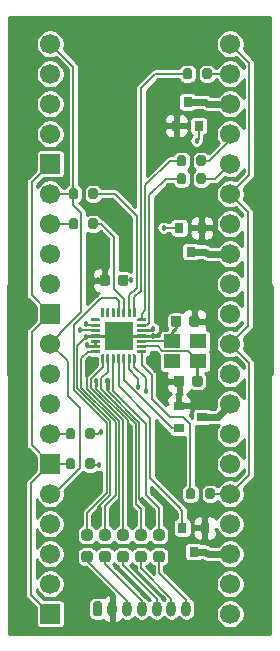
<source format=gbr>
%TF.GenerationSoftware,KiCad,Pcbnew,5.1.9-73d0e3b20d~88~ubuntu20.04.1*%
%TF.CreationDate,2021-03-05T17:28:59-06:00*%
%TF.ProjectId,portalgun-display,706f7274-616c-4677-956e-2d646973706c,rev?*%
%TF.SameCoordinates,Original*%
%TF.FileFunction,Copper,L4,Bot*%
%TF.FilePolarity,Positive*%
%FSLAX46Y46*%
G04 Gerber Fmt 4.6, Leading zero omitted, Abs format (unit mm)*
G04 Created by KiCad (PCBNEW 5.1.9-73d0e3b20d~88~ubuntu20.04.1) date 2021-03-05 17:28:59*
%MOMM*%
%LPD*%
G01*
G04 APERTURE LIST*
%TA.AperFunction,ComponentPad*%
%ADD10C,1.700000*%
%TD*%
%TA.AperFunction,ComponentPad*%
%ADD11R,1.700000X1.700000*%
%TD*%
%TA.AperFunction,SMDPad,CuDef*%
%ADD12R,0.800000X0.900000*%
%TD*%
%TA.AperFunction,SMDPad,CuDef*%
%ADD13R,0.900000X0.800000*%
%TD*%
%TA.AperFunction,ComponentPad*%
%ADD14O,0.800000X1.300000*%
%TD*%
%TA.AperFunction,SMDPad,CuDef*%
%ADD15R,1.400000X1.200000*%
%TD*%
%TA.AperFunction,SMDPad,CuDef*%
%ADD16R,2.400000X2.400000*%
%TD*%
%TA.AperFunction,SMDPad,CuDef*%
%ADD17C,0.100000*%
%TD*%
%TA.AperFunction,ViaPad*%
%ADD18C,0.457200*%
%TD*%
%TA.AperFunction,Conductor*%
%ADD19C,0.203200*%
%TD*%
%TA.AperFunction,Conductor*%
%ADD20C,0.127000*%
%TD*%
%TA.AperFunction,Conductor*%
%ADD21C,0.254000*%
%TD*%
%TA.AperFunction,Conductor*%
%ADD22C,0.609600*%
%TD*%
%TA.AperFunction,Conductor*%
%ADD23C,0.100000*%
%TD*%
G04 APERTURE END LIST*
D10*
%TO.P,U6,10*%
%TO.N,/segment_e*%
X135890000Y-100076000D03*
%TO.P,U6,9*%
%TO.N,/segment_d*%
X135890000Y-97536000D03*
%TO.P,U6,8*%
%TO.N,Net-(Q2-Pad3)*%
X135890000Y-94996000D03*
%TO.P,U6,7*%
%TO.N,/segment_c*%
X135890000Y-92456000D03*
%TO.P,U6,6*%
%TO.N,/decimal_point*%
X135890000Y-89916000D03*
%TO.P,U6,5*%
%TO.N,/segment_b*%
X120650000Y-89916000D03*
%TO.P,U6,4*%
%TO.N,/segment_a*%
X120650000Y-92456000D03*
%TO.P,U6,3*%
%TO.N,Net-(U6-Pad3)*%
X120650000Y-94996000D03*
%TO.P,U6,2*%
%TO.N,/segment_f*%
X120650000Y-97536000D03*
D11*
%TO.P,U6,1*%
%TO.N,/segment_g*%
X120650000Y-100076000D03*
%TD*%
D12*
%TO.P,Q4,3*%
%TO.N,Net-(Q4-Pad3)*%
X132784700Y-120209000D03*
%TO.P,Q4,2*%
%TO.N,GND*%
X133734700Y-118209000D03*
%TO.P,Q4,1*%
%TO.N,/display_en3*%
X131834700Y-118209000D03*
%TD*%
D13*
%TO.P,Q3,3*%
%TO.N,Net-(Q3-Pad3)*%
X133530700Y-108795000D03*
%TO.P,Q3,2*%
%TO.N,GND*%
X131530700Y-107845000D03*
%TO.P,Q3,1*%
%TO.N,/display_en2*%
X131530700Y-109745000D03*
%TD*%
D12*
%TO.P,Q2,3*%
%TO.N,Net-(Q2-Pad3)*%
X132530700Y-94809000D03*
%TO.P,Q2,2*%
%TO.N,GND*%
X133480700Y-92809000D03*
%TO.P,Q2,1*%
%TO.N,/display_en1*%
X131580700Y-92809000D03*
%TD*%
%TO.P,Q1,3*%
%TO.N,Net-(Q1-Pad3)*%
X132276700Y-82141000D03*
%TO.P,Q1,2*%
%TO.N,GND*%
X131326700Y-84141000D03*
%TO.P,Q1,1*%
%TO.N,/display_en0*%
X133226700Y-84141000D03*
%TD*%
D10*
%TO.P,U8,10*%
%TO.N,/segment_e*%
X135890000Y-112776000D03*
%TO.P,U8,9*%
%TO.N,/segment_d*%
X135890000Y-110236000D03*
%TO.P,U8,8*%
%TO.N,Net-(Q3-Pad3)*%
X135890000Y-107696000D03*
%TO.P,U8,7*%
%TO.N,/segment_c*%
X135890000Y-105156000D03*
%TO.P,U8,6*%
%TO.N,/decimal_point*%
X135890000Y-102616000D03*
%TO.P,U8,5*%
%TO.N,/segment_b*%
X120650000Y-102616000D03*
%TO.P,U8,4*%
%TO.N,/segment_a*%
X120650000Y-105156000D03*
%TO.P,U8,3*%
%TO.N,Net-(U8-Pad3)*%
X120650000Y-107696000D03*
%TO.P,U8,2*%
%TO.N,/segment_f*%
X120650000Y-110236000D03*
D11*
%TO.P,U8,1*%
%TO.N,/segment_g*%
X120650000Y-112776000D03*
%TD*%
D10*
%TO.P,U9,10*%
%TO.N,/segment_e*%
X135890000Y-125476000D03*
%TO.P,U9,9*%
%TO.N,/segment_d*%
X135890000Y-122936000D03*
%TO.P,U9,8*%
%TO.N,Net-(Q4-Pad3)*%
X135890000Y-120396000D03*
%TO.P,U9,7*%
%TO.N,/segment_c*%
X135890000Y-117856000D03*
%TO.P,U9,6*%
%TO.N,/decimal_point*%
X135890000Y-115316000D03*
%TO.P,U9,5*%
%TO.N,/segment_b*%
X120650000Y-115316000D03*
%TO.P,U9,4*%
%TO.N,/segment_a*%
X120650000Y-117856000D03*
%TO.P,U9,3*%
%TO.N,Net-(U9-Pad3)*%
X120650000Y-120396000D03*
%TO.P,U9,2*%
%TO.N,/segment_f*%
X120650000Y-122936000D03*
D11*
%TO.P,U9,1*%
%TO.N,/segment_g*%
X120650000Y-125476000D03*
%TD*%
D10*
%TO.P,U5,10*%
%TO.N,/segment_e*%
X135890000Y-87376000D03*
%TO.P,U5,9*%
%TO.N,/segment_d*%
X135890000Y-84836000D03*
%TO.P,U5,8*%
%TO.N,Net-(Q1-Pad3)*%
X135890000Y-82296000D03*
%TO.P,U5,7*%
%TO.N,/segment_c*%
X135890000Y-79756000D03*
%TO.P,U5,6*%
%TO.N,/decimal_point*%
X135890000Y-77216000D03*
%TO.P,U5,5*%
%TO.N,/segment_b*%
X120650000Y-77216000D03*
%TO.P,U5,4*%
%TO.N,/segment_a*%
X120650000Y-79756000D03*
%TO.P,U5,3*%
%TO.N,Net-(U5-Pad3)*%
X120650000Y-82296000D03*
%TO.P,U5,2*%
%TO.N,/segment_f*%
X120650000Y-84836000D03*
D11*
%TO.P,U5,1*%
%TO.N,/segment_g*%
X120650000Y-87376000D03*
%TD*%
%TO.P,R5,2*%
%TO.N,Net-(J1-Pad7)*%
%TA.AperFunction,SMDPad,CuDef*%
G36*
G01*
X129626200Y-120142000D02*
X130101200Y-120142000D01*
G75*
G02*
X130338700Y-120379500I0J-237500D01*
G01*
X130338700Y-120879500D01*
G75*
G02*
X130101200Y-121117000I-237500J0D01*
G01*
X129626200Y-121117000D01*
G75*
G02*
X129388700Y-120879500I0J237500D01*
G01*
X129388700Y-120379500D01*
G75*
G02*
X129626200Y-120142000I237500J0D01*
G01*
G37*
%TD.AperFunction*%
%TO.P,R5,1*%
%TO.N,SPI_NSS*%
%TA.AperFunction,SMDPad,CuDef*%
G36*
G01*
X129626200Y-118317000D02*
X130101200Y-118317000D01*
G75*
G02*
X130338700Y-118554500I0J-237500D01*
G01*
X130338700Y-119054500D01*
G75*
G02*
X130101200Y-119292000I-237500J0D01*
G01*
X129626200Y-119292000D01*
G75*
G02*
X129388700Y-119054500I0J237500D01*
G01*
X129388700Y-118554500D01*
G75*
G02*
X129626200Y-118317000I237500J0D01*
G01*
G37*
%TD.AperFunction*%
%TD*%
D14*
%TO.P,J1,7*%
%TO.N,Net-(J1-Pad7)*%
X132156700Y-125051000D03*
%TO.P,J1,6*%
%TO.N,Net-(J1-Pad6)*%
X130906700Y-125051000D03*
%TO.P,J1,5*%
%TO.N,Net-(J1-Pad5)*%
X129656700Y-125051000D03*
%TO.P,J1,4*%
%TO.N,Net-(J1-Pad4)*%
X128406700Y-125051000D03*
%TO.P,J1,3*%
%TO.N,Net-(J1-Pad3)*%
X127156700Y-125051000D03*
%TO.P,J1,2*%
%TO.N,GND*%
X125906700Y-125051000D03*
%TO.P,J1,1*%
%TO.N,VBAT*%
%TA.AperFunction,ComponentPad*%
G36*
G01*
X124256700Y-125501000D02*
X124256700Y-124601000D01*
G75*
G02*
X124456700Y-124401000I200000J0D01*
G01*
X124856700Y-124401000D01*
G75*
G02*
X125056700Y-124601000I0J-200000D01*
G01*
X125056700Y-125501000D01*
G75*
G02*
X124856700Y-125701000I-200000J0D01*
G01*
X124456700Y-125701000D01*
G75*
G02*
X124256700Y-125501000I0J200000D01*
G01*
G37*
%TD.AperFunction*%
%TD*%
D15*
%TO.P,Y1,4*%
%TO.N,Net-(Y1-Pad4)*%
X133180000Y-102401000D03*
%TO.P,Y1,3*%
%TO.N,/XTAL1*%
X130980000Y-102401000D03*
%TO.P,Y1,2*%
%TO.N,Net-(Y1-Pad2)*%
X130980000Y-104101000D03*
%TO.P,Y1,1*%
%TO.N,/XTAL2*%
X133180000Y-104101000D03*
%TD*%
D16*
%TO.P,U7,29*%
%TO.N,GND*%
X126434700Y-101937000D03*
%TA.AperFunction,SMDPad,CuDef*%
D17*
%TO.P,U7,28*%
%TO.N,Net-(R23-Pad1)*%
G36*
X127710007Y-100385799D02*
G01*
X127698282Y-100382242D01*
X127687477Y-100376467D01*
X127678006Y-100368694D01*
X127670233Y-100359223D01*
X127664458Y-100348418D01*
X127660901Y-100336693D01*
X127659700Y-100324500D01*
X127659700Y-99649500D01*
X127660901Y-99637307D01*
X127664458Y-99625582D01*
X127670233Y-99614777D01*
X127678006Y-99605306D01*
X127687477Y-99597533D01*
X127698282Y-99591758D01*
X127710007Y-99588201D01*
X127722200Y-99587000D01*
X127847200Y-99587000D01*
X127859393Y-99588201D01*
X127871118Y-99591758D01*
X127881923Y-99597533D01*
X127891394Y-99605306D01*
X127899167Y-99614777D01*
X127904942Y-99625582D01*
X127908499Y-99637307D01*
X127909700Y-99649500D01*
X127909700Y-100261112D01*
X127908499Y-100273305D01*
X127904942Y-100285030D01*
X127899167Y-100295835D01*
X127891394Y-100305306D01*
X127828006Y-100368694D01*
X127818535Y-100376467D01*
X127807730Y-100382242D01*
X127796005Y-100385799D01*
X127783812Y-100387000D01*
X127722200Y-100387000D01*
X127710007Y-100385799D01*
G37*
%TD.AperFunction*%
%TO.P,U7,27*%
%TO.N,Net-(R22-Pad1)*%
%TA.AperFunction,SMDPad,CuDef*%
G36*
G01*
X127459700Y-99649500D02*
X127459700Y-100324500D01*
G75*
G02*
X127397200Y-100387000I-62500J0D01*
G01*
X127272200Y-100387000D01*
G75*
G02*
X127209700Y-100324500I0J62500D01*
G01*
X127209700Y-99649500D01*
G75*
G02*
X127272200Y-99587000I62500J0D01*
G01*
X127397200Y-99587000D01*
G75*
G02*
X127459700Y-99649500I0J-62500D01*
G01*
G37*
%TD.AperFunction*%
%TO.P,U7,26*%
%TO.N,Net-(R21-Pad1)*%
%TA.AperFunction,SMDPad,CuDef*%
G36*
G01*
X127009700Y-99649500D02*
X127009700Y-100324500D01*
G75*
G02*
X126947200Y-100387000I-62500J0D01*
G01*
X126822200Y-100387000D01*
G75*
G02*
X126759700Y-100324500I0J62500D01*
G01*
X126759700Y-99649500D01*
G75*
G02*
X126822200Y-99587000I62500J0D01*
G01*
X126947200Y-99587000D01*
G75*
G02*
X127009700Y-99649500I0J-62500D01*
G01*
G37*
%TD.AperFunction*%
%TO.P,U7,25*%
%TO.N,AVR_ICSP_nRST*%
%TA.AperFunction,SMDPad,CuDef*%
G36*
G01*
X126559700Y-99649500D02*
X126559700Y-100324500D01*
G75*
G02*
X126497200Y-100387000I-62500J0D01*
G01*
X126372200Y-100387000D01*
G75*
G02*
X126309700Y-100324500I0J62500D01*
G01*
X126309700Y-99649500D01*
G75*
G02*
X126372200Y-99587000I62500J0D01*
G01*
X126497200Y-99587000D01*
G75*
G02*
X126559700Y-99649500I0J-62500D01*
G01*
G37*
%TD.AperFunction*%
%TO.P,U7,24*%
%TO.N,Net-(U7-Pad24)*%
%TA.AperFunction,SMDPad,CuDef*%
G36*
G01*
X126109700Y-99649500D02*
X126109700Y-100324500D01*
G75*
G02*
X126047200Y-100387000I-62500J0D01*
G01*
X125922200Y-100387000D01*
G75*
G02*
X125859700Y-100324500I0J62500D01*
G01*
X125859700Y-99649500D01*
G75*
G02*
X125922200Y-99587000I62500J0D01*
G01*
X126047200Y-99587000D01*
G75*
G02*
X126109700Y-99649500I0J-62500D01*
G01*
G37*
%TD.AperFunction*%
%TO.P,U7,23*%
%TO.N,Net-(U7-Pad23)*%
%TA.AperFunction,SMDPad,CuDef*%
G36*
G01*
X125659700Y-99649500D02*
X125659700Y-100324500D01*
G75*
G02*
X125597200Y-100387000I-62500J0D01*
G01*
X125472200Y-100387000D01*
G75*
G02*
X125409700Y-100324500I0J62500D01*
G01*
X125409700Y-99649500D01*
G75*
G02*
X125472200Y-99587000I62500J0D01*
G01*
X125597200Y-99587000D01*
G75*
G02*
X125659700Y-99649500I0J-62500D01*
G01*
G37*
%TD.AperFunction*%
%TA.AperFunction,SMDPad,CuDef*%
%TO.P,U7,22*%
%TO.N,Net-(U7-Pad22)*%
G36*
X125073395Y-100385799D02*
G01*
X125061670Y-100382242D01*
X125050865Y-100376467D01*
X125041394Y-100368694D01*
X124978006Y-100305306D01*
X124970233Y-100295835D01*
X124964458Y-100285030D01*
X124960901Y-100273305D01*
X124959700Y-100261112D01*
X124959700Y-99649500D01*
X124960901Y-99637307D01*
X124964458Y-99625582D01*
X124970233Y-99614777D01*
X124978006Y-99605306D01*
X124987477Y-99597533D01*
X124998282Y-99591758D01*
X125010007Y-99588201D01*
X125022200Y-99587000D01*
X125147200Y-99587000D01*
X125159393Y-99588201D01*
X125171118Y-99591758D01*
X125181923Y-99597533D01*
X125191394Y-99605306D01*
X125199167Y-99614777D01*
X125204942Y-99625582D01*
X125208499Y-99637307D01*
X125209700Y-99649500D01*
X125209700Y-100324500D01*
X125208499Y-100336693D01*
X125204942Y-100348418D01*
X125199167Y-100359223D01*
X125191394Y-100368694D01*
X125181923Y-100376467D01*
X125171118Y-100382242D01*
X125159393Y-100385799D01*
X125147200Y-100387000D01*
X125085588Y-100387000D01*
X125073395Y-100385799D01*
G37*
%TD.AperFunction*%
%TA.AperFunction,SMDPad,CuDef*%
%TO.P,U7,21*%
%TO.N,Net-(U7-Pad21)*%
G36*
X124135007Y-100710799D02*
G01*
X124123282Y-100707242D01*
X124112477Y-100701467D01*
X124103006Y-100693694D01*
X124095233Y-100684223D01*
X124089458Y-100673418D01*
X124085901Y-100661693D01*
X124084700Y-100649500D01*
X124084700Y-100524500D01*
X124085901Y-100512307D01*
X124089458Y-100500582D01*
X124095233Y-100489777D01*
X124103006Y-100480306D01*
X124112477Y-100472533D01*
X124123282Y-100466758D01*
X124135007Y-100463201D01*
X124147200Y-100462000D01*
X124758812Y-100462000D01*
X124771005Y-100463201D01*
X124782730Y-100466758D01*
X124793535Y-100472533D01*
X124803006Y-100480306D01*
X124866394Y-100543694D01*
X124874167Y-100553165D01*
X124879942Y-100563970D01*
X124883499Y-100575695D01*
X124884700Y-100587888D01*
X124884700Y-100649500D01*
X124883499Y-100661693D01*
X124879942Y-100673418D01*
X124874167Y-100684223D01*
X124866394Y-100693694D01*
X124856923Y-100701467D01*
X124846118Y-100707242D01*
X124834393Y-100710799D01*
X124822200Y-100712000D01*
X124147200Y-100712000D01*
X124135007Y-100710799D01*
G37*
%TD.AperFunction*%
%TO.P,U7,20*%
%TO.N,/display_en1*%
%TA.AperFunction,SMDPad,CuDef*%
G36*
G01*
X124884700Y-100974500D02*
X124884700Y-101099500D01*
G75*
G02*
X124822200Y-101162000I-62500J0D01*
G01*
X124147200Y-101162000D01*
G75*
G02*
X124084700Y-101099500I0J62500D01*
G01*
X124084700Y-100974500D01*
G75*
G02*
X124147200Y-100912000I62500J0D01*
G01*
X124822200Y-100912000D01*
G75*
G02*
X124884700Y-100974500I0J-62500D01*
G01*
G37*
%TD.AperFunction*%
%TO.P,U7,19*%
%TO.N,/display_en0*%
%TA.AperFunction,SMDPad,CuDef*%
G36*
G01*
X124884700Y-101424500D02*
X124884700Y-101549500D01*
G75*
G02*
X124822200Y-101612000I-62500J0D01*
G01*
X124147200Y-101612000D01*
G75*
G02*
X124084700Y-101549500I0J62500D01*
G01*
X124084700Y-101424500D01*
G75*
G02*
X124147200Y-101362000I62500J0D01*
G01*
X124822200Y-101362000D01*
G75*
G02*
X124884700Y-101424500I0J-62500D01*
G01*
G37*
%TD.AperFunction*%
%TO.P,U7,18*%
%TO.N,GND*%
%TA.AperFunction,SMDPad,CuDef*%
G36*
G01*
X124884700Y-101874500D02*
X124884700Y-101999500D01*
G75*
G02*
X124822200Y-102062000I-62500J0D01*
G01*
X124147200Y-102062000D01*
G75*
G02*
X124084700Y-101999500I0J62500D01*
G01*
X124084700Y-101874500D01*
G75*
G02*
X124147200Y-101812000I62500J0D01*
G01*
X124822200Y-101812000D01*
G75*
G02*
X124884700Y-101874500I0J-62500D01*
G01*
G37*
%TD.AperFunction*%
%TO.P,U7,17*%
%TO.N,VBAT*%
%TA.AperFunction,SMDPad,CuDef*%
G36*
G01*
X124884700Y-102324500D02*
X124884700Y-102449500D01*
G75*
G02*
X124822200Y-102512000I-62500J0D01*
G01*
X124147200Y-102512000D01*
G75*
G02*
X124084700Y-102449500I0J62500D01*
G01*
X124084700Y-102324500D01*
G75*
G02*
X124147200Y-102262000I62500J0D01*
G01*
X124822200Y-102262000D01*
G75*
G02*
X124884700Y-102324500I0J-62500D01*
G01*
G37*
%TD.AperFunction*%
%TO.P,U7,16*%
%TA.AperFunction,SMDPad,CuDef*%
G36*
G01*
X124884700Y-102774500D02*
X124884700Y-102899500D01*
G75*
G02*
X124822200Y-102962000I-62500J0D01*
G01*
X124147200Y-102962000D01*
G75*
G02*
X124084700Y-102899500I0J62500D01*
G01*
X124084700Y-102774500D01*
G75*
G02*
X124147200Y-102712000I62500J0D01*
G01*
X124822200Y-102712000D01*
G75*
G02*
X124884700Y-102774500I0J-62500D01*
G01*
G37*
%TD.AperFunction*%
%TA.AperFunction,SMDPad,CuDef*%
%TO.P,U7,15*%
%TO.N,AVR_ICSP_SCK*%
G36*
X124135007Y-103410799D02*
G01*
X124123282Y-103407242D01*
X124112477Y-103401467D01*
X124103006Y-103393694D01*
X124095233Y-103384223D01*
X124089458Y-103373418D01*
X124085901Y-103361693D01*
X124084700Y-103349500D01*
X124084700Y-103224500D01*
X124085901Y-103212307D01*
X124089458Y-103200582D01*
X124095233Y-103189777D01*
X124103006Y-103180306D01*
X124112477Y-103172533D01*
X124123282Y-103166758D01*
X124135007Y-103163201D01*
X124147200Y-103162000D01*
X124822200Y-103162000D01*
X124834393Y-103163201D01*
X124846118Y-103166758D01*
X124856923Y-103172533D01*
X124866394Y-103180306D01*
X124874167Y-103189777D01*
X124879942Y-103200582D01*
X124883499Y-103212307D01*
X124884700Y-103224500D01*
X124884700Y-103286112D01*
X124883499Y-103298305D01*
X124879942Y-103310030D01*
X124874167Y-103320835D01*
X124866394Y-103330306D01*
X124803006Y-103393694D01*
X124793535Y-103401467D01*
X124782730Y-103407242D01*
X124771005Y-103410799D01*
X124758812Y-103412000D01*
X124147200Y-103412000D01*
X124135007Y-103410799D01*
G37*
%TD.AperFunction*%
%TA.AperFunction,SMDPad,CuDef*%
%TO.P,U7,14*%
%TO.N,AVR_ICSP_MISO*%
G36*
X125010007Y-104285799D02*
G01*
X124998282Y-104282242D01*
X124987477Y-104276467D01*
X124978006Y-104268694D01*
X124970233Y-104259223D01*
X124964458Y-104248418D01*
X124960901Y-104236693D01*
X124959700Y-104224500D01*
X124959700Y-103612888D01*
X124960901Y-103600695D01*
X124964458Y-103588970D01*
X124970233Y-103578165D01*
X124978006Y-103568694D01*
X125041394Y-103505306D01*
X125050865Y-103497533D01*
X125061670Y-103491758D01*
X125073395Y-103488201D01*
X125085588Y-103487000D01*
X125147200Y-103487000D01*
X125159393Y-103488201D01*
X125171118Y-103491758D01*
X125181923Y-103497533D01*
X125191394Y-103505306D01*
X125199167Y-103514777D01*
X125204942Y-103525582D01*
X125208499Y-103537307D01*
X125209700Y-103549500D01*
X125209700Y-104224500D01*
X125208499Y-104236693D01*
X125204942Y-104248418D01*
X125199167Y-104259223D01*
X125191394Y-104268694D01*
X125181923Y-104276467D01*
X125171118Y-104282242D01*
X125159393Y-104285799D01*
X125147200Y-104287000D01*
X125022200Y-104287000D01*
X125010007Y-104285799D01*
G37*
%TD.AperFunction*%
%TO.P,U7,13*%
%TO.N,AVR_ICSP_MOSI*%
%TA.AperFunction,SMDPad,CuDef*%
G36*
G01*
X125659700Y-103549500D02*
X125659700Y-104224500D01*
G75*
G02*
X125597200Y-104287000I-62500J0D01*
G01*
X125472200Y-104287000D01*
G75*
G02*
X125409700Y-104224500I0J62500D01*
G01*
X125409700Y-103549500D01*
G75*
G02*
X125472200Y-103487000I62500J0D01*
G01*
X125597200Y-103487000D01*
G75*
G02*
X125659700Y-103549500I0J-62500D01*
G01*
G37*
%TD.AperFunction*%
%TO.P,U7,12*%
%TO.N,SPI_NSS*%
%TA.AperFunction,SMDPad,CuDef*%
G36*
G01*
X126109700Y-103549500D02*
X126109700Y-104224500D01*
G75*
G02*
X126047200Y-104287000I-62500J0D01*
G01*
X125922200Y-104287000D01*
G75*
G02*
X125859700Y-104224500I0J62500D01*
G01*
X125859700Y-103549500D01*
G75*
G02*
X125922200Y-103487000I62500J0D01*
G01*
X126047200Y-103487000D01*
G75*
G02*
X126109700Y-103549500I0J-62500D01*
G01*
G37*
%TD.AperFunction*%
%TO.P,U7,11*%
%TO.N,/display_en3*%
%TA.AperFunction,SMDPad,CuDef*%
G36*
G01*
X126559700Y-103549500D02*
X126559700Y-104224500D01*
G75*
G02*
X126497200Y-104287000I-62500J0D01*
G01*
X126372200Y-104287000D01*
G75*
G02*
X126309700Y-104224500I0J62500D01*
G01*
X126309700Y-103549500D01*
G75*
G02*
X126372200Y-103487000I62500J0D01*
G01*
X126497200Y-103487000D01*
G75*
G02*
X126559700Y-103549500I0J-62500D01*
G01*
G37*
%TD.AperFunction*%
%TO.P,U7,10*%
%TO.N,/display_en2*%
%TA.AperFunction,SMDPad,CuDef*%
G36*
G01*
X127009700Y-103549500D02*
X127009700Y-104224500D01*
G75*
G02*
X126947200Y-104287000I-62500J0D01*
G01*
X126822200Y-104287000D01*
G75*
G02*
X126759700Y-104224500I0J62500D01*
G01*
X126759700Y-103549500D01*
G75*
G02*
X126822200Y-103487000I62500J0D01*
G01*
X126947200Y-103487000D01*
G75*
G02*
X127009700Y-103549500I0J-62500D01*
G01*
G37*
%TD.AperFunction*%
%TO.P,U7,9*%
%TO.N,Net-(R28-Pad1)*%
%TA.AperFunction,SMDPad,CuDef*%
G36*
G01*
X127459700Y-103549500D02*
X127459700Y-104224500D01*
G75*
G02*
X127397200Y-104287000I-62500J0D01*
G01*
X127272200Y-104287000D01*
G75*
G02*
X127209700Y-104224500I0J62500D01*
G01*
X127209700Y-103549500D01*
G75*
G02*
X127272200Y-103487000I62500J0D01*
G01*
X127397200Y-103487000D01*
G75*
G02*
X127459700Y-103549500I0J-62500D01*
G01*
G37*
%TD.AperFunction*%
%TA.AperFunction,SMDPad,CuDef*%
%TO.P,U7,8*%
%TO.N,Net-(R27-Pad1)*%
G36*
X127710007Y-104285799D02*
G01*
X127698282Y-104282242D01*
X127687477Y-104276467D01*
X127678006Y-104268694D01*
X127670233Y-104259223D01*
X127664458Y-104248418D01*
X127660901Y-104236693D01*
X127659700Y-104224500D01*
X127659700Y-103549500D01*
X127660901Y-103537307D01*
X127664458Y-103525582D01*
X127670233Y-103514777D01*
X127678006Y-103505306D01*
X127687477Y-103497533D01*
X127698282Y-103491758D01*
X127710007Y-103488201D01*
X127722200Y-103487000D01*
X127783812Y-103487000D01*
X127796005Y-103488201D01*
X127807730Y-103491758D01*
X127818535Y-103497533D01*
X127828006Y-103505306D01*
X127891394Y-103568694D01*
X127899167Y-103578165D01*
X127904942Y-103588970D01*
X127908499Y-103600695D01*
X127909700Y-103612888D01*
X127909700Y-104224500D01*
X127908499Y-104236693D01*
X127904942Y-104248418D01*
X127899167Y-104259223D01*
X127891394Y-104268694D01*
X127881923Y-104276467D01*
X127871118Y-104282242D01*
X127859393Y-104285799D01*
X127847200Y-104287000D01*
X127722200Y-104287000D01*
X127710007Y-104285799D01*
G37*
%TD.AperFunction*%
%TA.AperFunction,SMDPad,CuDef*%
%TO.P,U7,7*%
%TO.N,Net-(R26-Pad1)*%
G36*
X128098395Y-103410799D02*
G01*
X128086670Y-103407242D01*
X128075865Y-103401467D01*
X128066394Y-103393694D01*
X128003006Y-103330306D01*
X127995233Y-103320835D01*
X127989458Y-103310030D01*
X127985901Y-103298305D01*
X127984700Y-103286112D01*
X127984700Y-103224500D01*
X127985901Y-103212307D01*
X127989458Y-103200582D01*
X127995233Y-103189777D01*
X128003006Y-103180306D01*
X128012477Y-103172533D01*
X128023282Y-103166758D01*
X128035007Y-103163201D01*
X128047200Y-103162000D01*
X128722200Y-103162000D01*
X128734393Y-103163201D01*
X128746118Y-103166758D01*
X128756923Y-103172533D01*
X128766394Y-103180306D01*
X128774167Y-103189777D01*
X128779942Y-103200582D01*
X128783499Y-103212307D01*
X128784700Y-103224500D01*
X128784700Y-103349500D01*
X128783499Y-103361693D01*
X128779942Y-103373418D01*
X128774167Y-103384223D01*
X128766394Y-103393694D01*
X128756923Y-103401467D01*
X128746118Y-103407242D01*
X128734393Y-103410799D01*
X128722200Y-103412000D01*
X128110588Y-103412000D01*
X128098395Y-103410799D01*
G37*
%TD.AperFunction*%
%TO.P,U7,6*%
%TO.N,/XTAL2*%
%TA.AperFunction,SMDPad,CuDef*%
G36*
G01*
X128784700Y-102774500D02*
X128784700Y-102899500D01*
G75*
G02*
X128722200Y-102962000I-62500J0D01*
G01*
X128047200Y-102962000D01*
G75*
G02*
X127984700Y-102899500I0J62500D01*
G01*
X127984700Y-102774500D01*
G75*
G02*
X128047200Y-102712000I62500J0D01*
G01*
X128722200Y-102712000D01*
G75*
G02*
X128784700Y-102774500I0J-62500D01*
G01*
G37*
%TD.AperFunction*%
%TO.P,U7,5*%
%TO.N,/XTAL1*%
%TA.AperFunction,SMDPad,CuDef*%
G36*
G01*
X128784700Y-102324500D02*
X128784700Y-102449500D01*
G75*
G02*
X128722200Y-102512000I-62500J0D01*
G01*
X128047200Y-102512000D01*
G75*
G02*
X127984700Y-102449500I0J62500D01*
G01*
X127984700Y-102324500D01*
G75*
G02*
X128047200Y-102262000I62500J0D01*
G01*
X128722200Y-102262000D01*
G75*
G02*
X128784700Y-102324500I0J-62500D01*
G01*
G37*
%TD.AperFunction*%
%TO.P,U7,4*%
%TO.N,GND*%
%TA.AperFunction,SMDPad,CuDef*%
G36*
G01*
X128784700Y-101874500D02*
X128784700Y-101999500D01*
G75*
G02*
X128722200Y-102062000I-62500J0D01*
G01*
X128047200Y-102062000D01*
G75*
G02*
X127984700Y-101999500I0J62500D01*
G01*
X127984700Y-101874500D01*
G75*
G02*
X128047200Y-101812000I62500J0D01*
G01*
X128722200Y-101812000D01*
G75*
G02*
X128784700Y-101874500I0J-62500D01*
G01*
G37*
%TD.AperFunction*%
%TO.P,U7,3*%
%TO.N,VBAT*%
%TA.AperFunction,SMDPad,CuDef*%
G36*
G01*
X128784700Y-101424500D02*
X128784700Y-101549500D01*
G75*
G02*
X128722200Y-101612000I-62500J0D01*
G01*
X128047200Y-101612000D01*
G75*
G02*
X127984700Y-101549500I0J62500D01*
G01*
X127984700Y-101424500D01*
G75*
G02*
X128047200Y-101362000I62500J0D01*
G01*
X128722200Y-101362000D01*
G75*
G02*
X128784700Y-101424500I0J-62500D01*
G01*
G37*
%TD.AperFunction*%
%TO.P,U7,2*%
%TO.N,Net-(R25-Pad1)*%
%TA.AperFunction,SMDPad,CuDef*%
G36*
G01*
X128784700Y-100974500D02*
X128784700Y-101099500D01*
G75*
G02*
X128722200Y-101162000I-62500J0D01*
G01*
X128047200Y-101162000D01*
G75*
G02*
X127984700Y-101099500I0J62500D01*
G01*
X127984700Y-100974500D01*
G75*
G02*
X128047200Y-100912000I62500J0D01*
G01*
X128722200Y-100912000D01*
G75*
G02*
X128784700Y-100974500I0J-62500D01*
G01*
G37*
%TD.AperFunction*%
%TA.AperFunction,SMDPad,CuDef*%
%TO.P,U7,1*%
%TO.N,Net-(R24-Pad1)*%
G36*
X128035007Y-100710799D02*
G01*
X128023282Y-100707242D01*
X128012477Y-100701467D01*
X128003006Y-100693694D01*
X127995233Y-100684223D01*
X127989458Y-100673418D01*
X127985901Y-100661693D01*
X127984700Y-100649500D01*
X127984700Y-100587888D01*
X127985901Y-100575695D01*
X127989458Y-100563970D01*
X127995233Y-100553165D01*
X128003006Y-100543694D01*
X128066394Y-100480306D01*
X128075865Y-100472533D01*
X128086670Y-100466758D01*
X128098395Y-100463201D01*
X128110588Y-100462000D01*
X128722200Y-100462000D01*
X128734393Y-100463201D01*
X128746118Y-100466758D01*
X128756923Y-100472533D01*
X128766394Y-100480306D01*
X128774167Y-100489777D01*
X128779942Y-100500582D01*
X128783499Y-100512307D01*
X128784700Y-100524500D01*
X128784700Y-100649500D01*
X128783499Y-100661693D01*
X128779942Y-100673418D01*
X128774167Y-100684223D01*
X128766394Y-100693694D01*
X128756923Y-100701467D01*
X128746118Y-100707242D01*
X128734393Y-100710799D01*
X128722200Y-100712000D01*
X128047200Y-100712000D01*
X128035007Y-100710799D01*
G37*
%TD.AperFunction*%
%TD*%
%TO.P,R28,2*%
%TO.N,/segment_f*%
%TA.AperFunction,SMDPad,CuDef*%
G36*
G01*
X122765000Y-109961000D02*
X122765000Y-110511000D01*
G75*
G02*
X122565000Y-110711000I-200000J0D01*
G01*
X122165000Y-110711000D01*
G75*
G02*
X121965000Y-110511000I0J200000D01*
G01*
X121965000Y-109961000D01*
G75*
G02*
X122165000Y-109761000I200000J0D01*
G01*
X122565000Y-109761000D01*
G75*
G02*
X122765000Y-109961000I0J-200000D01*
G01*
G37*
%TD.AperFunction*%
%TO.P,R28,1*%
%TO.N,Net-(R28-Pad1)*%
%TA.AperFunction,SMDPad,CuDef*%
G36*
G01*
X124415000Y-109961000D02*
X124415000Y-110511000D01*
G75*
G02*
X124215000Y-110711000I-200000J0D01*
G01*
X123815000Y-110711000D01*
G75*
G02*
X123615000Y-110511000I0J200000D01*
G01*
X123615000Y-109961000D01*
G75*
G02*
X123815000Y-109761000I200000J0D01*
G01*
X124215000Y-109761000D01*
G75*
G02*
X124415000Y-109961000I0J-200000D01*
G01*
G37*
%TD.AperFunction*%
%TD*%
%TO.P,R27,2*%
%TO.N,/segment_g*%
%TA.AperFunction,SMDPad,CuDef*%
G36*
G01*
X122765000Y-112501000D02*
X122765000Y-113051000D01*
G75*
G02*
X122565000Y-113251000I-200000J0D01*
G01*
X122165000Y-113251000D01*
G75*
G02*
X121965000Y-113051000I0J200000D01*
G01*
X121965000Y-112501000D01*
G75*
G02*
X122165000Y-112301000I200000J0D01*
G01*
X122565000Y-112301000D01*
G75*
G02*
X122765000Y-112501000I0J-200000D01*
G01*
G37*
%TD.AperFunction*%
%TO.P,R27,1*%
%TO.N,Net-(R27-Pad1)*%
%TA.AperFunction,SMDPad,CuDef*%
G36*
G01*
X124415000Y-112501000D02*
X124415000Y-113051000D01*
G75*
G02*
X124215000Y-113251000I-200000J0D01*
G01*
X123815000Y-113251000D01*
G75*
G02*
X123615000Y-113051000I0J200000D01*
G01*
X123615000Y-112501000D01*
G75*
G02*
X123815000Y-112301000I200000J0D01*
G01*
X124215000Y-112301000D01*
G75*
G02*
X124415000Y-112501000I0J-200000D01*
G01*
G37*
%TD.AperFunction*%
%TD*%
%TO.P,R26,2*%
%TO.N,/decimal_point*%
%TA.AperFunction,SMDPad,CuDef*%
G36*
G01*
X133775000Y-115591000D02*
X133775000Y-115041000D01*
G75*
G02*
X133975000Y-114841000I200000J0D01*
G01*
X134375000Y-114841000D01*
G75*
G02*
X134575000Y-115041000I0J-200000D01*
G01*
X134575000Y-115591000D01*
G75*
G02*
X134375000Y-115791000I-200000J0D01*
G01*
X133975000Y-115791000D01*
G75*
G02*
X133775000Y-115591000I0J200000D01*
G01*
G37*
%TD.AperFunction*%
%TO.P,R26,1*%
%TO.N,Net-(R26-Pad1)*%
%TA.AperFunction,SMDPad,CuDef*%
G36*
G01*
X132125000Y-115591000D02*
X132125000Y-115041000D01*
G75*
G02*
X132325000Y-114841000I200000J0D01*
G01*
X132725000Y-114841000D01*
G75*
G02*
X132925000Y-115041000I0J-200000D01*
G01*
X132925000Y-115591000D01*
G75*
G02*
X132725000Y-115791000I-200000J0D01*
G01*
X132325000Y-115791000D01*
G75*
G02*
X132125000Y-115591000I0J200000D01*
G01*
G37*
%TD.AperFunction*%
%TD*%
%TO.P,R25,2*%
%TO.N,/segment_e*%
%TA.AperFunction,SMDPad,CuDef*%
G36*
G01*
X133013000Y-88921000D02*
X133013000Y-88371000D01*
G75*
G02*
X133213000Y-88171000I200000J0D01*
G01*
X133613000Y-88171000D01*
G75*
G02*
X133813000Y-88371000I0J-200000D01*
G01*
X133813000Y-88921000D01*
G75*
G02*
X133613000Y-89121000I-200000J0D01*
G01*
X133213000Y-89121000D01*
G75*
G02*
X133013000Y-88921000I0J200000D01*
G01*
G37*
%TD.AperFunction*%
%TO.P,R25,1*%
%TO.N,Net-(R25-Pad1)*%
%TA.AperFunction,SMDPad,CuDef*%
G36*
G01*
X131363000Y-88921000D02*
X131363000Y-88371000D01*
G75*
G02*
X131563000Y-88171000I200000J0D01*
G01*
X131963000Y-88171000D01*
G75*
G02*
X132163000Y-88371000I0J-200000D01*
G01*
X132163000Y-88921000D01*
G75*
G02*
X131963000Y-89121000I-200000J0D01*
G01*
X131563000Y-89121000D01*
G75*
G02*
X131363000Y-88921000I0J200000D01*
G01*
G37*
%TD.AperFunction*%
%TD*%
%TO.P,R24,2*%
%TO.N,/segment_d*%
%TA.AperFunction,SMDPad,CuDef*%
G36*
G01*
X133013000Y-87397000D02*
X133013000Y-86847000D01*
G75*
G02*
X133213000Y-86647000I200000J0D01*
G01*
X133613000Y-86647000D01*
G75*
G02*
X133813000Y-86847000I0J-200000D01*
G01*
X133813000Y-87397000D01*
G75*
G02*
X133613000Y-87597000I-200000J0D01*
G01*
X133213000Y-87597000D01*
G75*
G02*
X133013000Y-87397000I0J200000D01*
G01*
G37*
%TD.AperFunction*%
%TO.P,R24,1*%
%TO.N,Net-(R24-Pad1)*%
%TA.AperFunction,SMDPad,CuDef*%
G36*
G01*
X131363000Y-87397000D02*
X131363000Y-86847000D01*
G75*
G02*
X131563000Y-86647000I200000J0D01*
G01*
X131963000Y-86647000D01*
G75*
G02*
X132163000Y-86847000I0J-200000D01*
G01*
X132163000Y-87397000D01*
G75*
G02*
X131963000Y-87597000I-200000J0D01*
G01*
X131563000Y-87597000D01*
G75*
G02*
X131363000Y-87397000I0J200000D01*
G01*
G37*
%TD.AperFunction*%
%TD*%
%TO.P,R23,2*%
%TO.N,/segment_c*%
%TA.AperFunction,SMDPad,CuDef*%
G36*
G01*
X133521000Y-80031000D02*
X133521000Y-79481000D01*
G75*
G02*
X133721000Y-79281000I200000J0D01*
G01*
X134121000Y-79281000D01*
G75*
G02*
X134321000Y-79481000I0J-200000D01*
G01*
X134321000Y-80031000D01*
G75*
G02*
X134121000Y-80231000I-200000J0D01*
G01*
X133721000Y-80231000D01*
G75*
G02*
X133521000Y-80031000I0J200000D01*
G01*
G37*
%TD.AperFunction*%
%TO.P,R23,1*%
%TO.N,Net-(R23-Pad1)*%
%TA.AperFunction,SMDPad,CuDef*%
G36*
G01*
X131871000Y-80031000D02*
X131871000Y-79481000D01*
G75*
G02*
X132071000Y-79281000I200000J0D01*
G01*
X132471000Y-79281000D01*
G75*
G02*
X132671000Y-79481000I0J-200000D01*
G01*
X132671000Y-80031000D01*
G75*
G02*
X132471000Y-80231000I-200000J0D01*
G01*
X132071000Y-80231000D01*
G75*
G02*
X131871000Y-80031000I0J200000D01*
G01*
G37*
%TD.AperFunction*%
%TD*%
%TO.P,R22,2*%
%TO.N,/segment_b*%
%TA.AperFunction,SMDPad,CuDef*%
G36*
G01*
X123019000Y-89641000D02*
X123019000Y-90191000D01*
G75*
G02*
X122819000Y-90391000I-200000J0D01*
G01*
X122419000Y-90391000D01*
G75*
G02*
X122219000Y-90191000I0J200000D01*
G01*
X122219000Y-89641000D01*
G75*
G02*
X122419000Y-89441000I200000J0D01*
G01*
X122819000Y-89441000D01*
G75*
G02*
X123019000Y-89641000I0J-200000D01*
G01*
G37*
%TD.AperFunction*%
%TO.P,R22,1*%
%TO.N,Net-(R22-Pad1)*%
%TA.AperFunction,SMDPad,CuDef*%
G36*
G01*
X124669000Y-89641000D02*
X124669000Y-90191000D01*
G75*
G02*
X124469000Y-90391000I-200000J0D01*
G01*
X124069000Y-90391000D01*
G75*
G02*
X123869000Y-90191000I0J200000D01*
G01*
X123869000Y-89641000D01*
G75*
G02*
X124069000Y-89441000I200000J0D01*
G01*
X124469000Y-89441000D01*
G75*
G02*
X124669000Y-89641000I0J-200000D01*
G01*
G37*
%TD.AperFunction*%
%TD*%
%TO.P,R21,2*%
%TO.N,/segment_a*%
%TA.AperFunction,SMDPad,CuDef*%
G36*
G01*
X123019000Y-92181000D02*
X123019000Y-92731000D01*
G75*
G02*
X122819000Y-92931000I-200000J0D01*
G01*
X122419000Y-92931000D01*
G75*
G02*
X122219000Y-92731000I0J200000D01*
G01*
X122219000Y-92181000D01*
G75*
G02*
X122419000Y-91981000I200000J0D01*
G01*
X122819000Y-91981000D01*
G75*
G02*
X123019000Y-92181000I0J-200000D01*
G01*
G37*
%TD.AperFunction*%
%TO.P,R21,1*%
%TO.N,Net-(R21-Pad1)*%
%TA.AperFunction,SMDPad,CuDef*%
G36*
G01*
X124669000Y-92181000D02*
X124669000Y-92731000D01*
G75*
G02*
X124469000Y-92931000I-200000J0D01*
G01*
X124069000Y-92931000D01*
G75*
G02*
X123869000Y-92731000I0J200000D01*
G01*
X123869000Y-92181000D01*
G75*
G02*
X124069000Y-91981000I200000J0D01*
G01*
X124469000Y-91981000D01*
G75*
G02*
X124669000Y-92181000I0J-200000D01*
G01*
G37*
%TD.AperFunction*%
%TD*%
%TO.P,R4,2*%
%TO.N,Net-(J1-Pad3)*%
%TA.AperFunction,SMDPad,CuDef*%
G36*
G01*
X123530200Y-120142000D02*
X124005200Y-120142000D01*
G75*
G02*
X124242700Y-120379500I0J-237500D01*
G01*
X124242700Y-120879500D01*
G75*
G02*
X124005200Y-121117000I-237500J0D01*
G01*
X123530200Y-121117000D01*
G75*
G02*
X123292700Y-120879500I0J237500D01*
G01*
X123292700Y-120379500D01*
G75*
G02*
X123530200Y-120142000I237500J0D01*
G01*
G37*
%TD.AperFunction*%
%TO.P,R4,1*%
%TO.N,AVR_ICSP_nRST*%
%TA.AperFunction,SMDPad,CuDef*%
G36*
G01*
X123530200Y-118317000D02*
X124005200Y-118317000D01*
G75*
G02*
X124242700Y-118554500I0J-237500D01*
G01*
X124242700Y-119054500D01*
G75*
G02*
X124005200Y-119292000I-237500J0D01*
G01*
X123530200Y-119292000D01*
G75*
G02*
X123292700Y-119054500I0J237500D01*
G01*
X123292700Y-118554500D01*
G75*
G02*
X123530200Y-118317000I237500J0D01*
G01*
G37*
%TD.AperFunction*%
%TD*%
%TO.P,R3,2*%
%TO.N,Net-(J1-Pad4)*%
%TA.AperFunction,SMDPad,CuDef*%
G36*
G01*
X125054200Y-120142000D02*
X125529200Y-120142000D01*
G75*
G02*
X125766700Y-120379500I0J-237500D01*
G01*
X125766700Y-120879500D01*
G75*
G02*
X125529200Y-121117000I-237500J0D01*
G01*
X125054200Y-121117000D01*
G75*
G02*
X124816700Y-120879500I0J237500D01*
G01*
X124816700Y-120379500D01*
G75*
G02*
X125054200Y-120142000I237500J0D01*
G01*
G37*
%TD.AperFunction*%
%TO.P,R3,1*%
%TO.N,AVR_ICSP_SCK*%
%TA.AperFunction,SMDPad,CuDef*%
G36*
G01*
X125054200Y-118317000D02*
X125529200Y-118317000D01*
G75*
G02*
X125766700Y-118554500I0J-237500D01*
G01*
X125766700Y-119054500D01*
G75*
G02*
X125529200Y-119292000I-237500J0D01*
G01*
X125054200Y-119292000D01*
G75*
G02*
X124816700Y-119054500I0J237500D01*
G01*
X124816700Y-118554500D01*
G75*
G02*
X125054200Y-118317000I237500J0D01*
G01*
G37*
%TD.AperFunction*%
%TD*%
%TO.P,R2,2*%
%TO.N,Net-(J1-Pad6)*%
%TA.AperFunction,SMDPad,CuDef*%
G36*
G01*
X128102200Y-120142000D02*
X128577200Y-120142000D01*
G75*
G02*
X128814700Y-120379500I0J-237500D01*
G01*
X128814700Y-120879500D01*
G75*
G02*
X128577200Y-121117000I-237500J0D01*
G01*
X128102200Y-121117000D01*
G75*
G02*
X127864700Y-120879500I0J237500D01*
G01*
X127864700Y-120379500D01*
G75*
G02*
X128102200Y-120142000I237500J0D01*
G01*
G37*
%TD.AperFunction*%
%TO.P,R2,1*%
%TO.N,AVR_ICSP_MOSI*%
%TA.AperFunction,SMDPad,CuDef*%
G36*
G01*
X128102200Y-118317000D02*
X128577200Y-118317000D01*
G75*
G02*
X128814700Y-118554500I0J-237500D01*
G01*
X128814700Y-119054500D01*
G75*
G02*
X128577200Y-119292000I-237500J0D01*
G01*
X128102200Y-119292000D01*
G75*
G02*
X127864700Y-119054500I0J237500D01*
G01*
X127864700Y-118554500D01*
G75*
G02*
X128102200Y-118317000I237500J0D01*
G01*
G37*
%TD.AperFunction*%
%TD*%
%TO.P,R1,2*%
%TO.N,Net-(J1-Pad5)*%
%TA.AperFunction,SMDPad,CuDef*%
G36*
G01*
X126578200Y-120142000D02*
X127053200Y-120142000D01*
G75*
G02*
X127290700Y-120379500I0J-237500D01*
G01*
X127290700Y-120879500D01*
G75*
G02*
X127053200Y-121117000I-237500J0D01*
G01*
X126578200Y-121117000D01*
G75*
G02*
X126340700Y-120879500I0J237500D01*
G01*
X126340700Y-120379500D01*
G75*
G02*
X126578200Y-120142000I237500J0D01*
G01*
G37*
%TD.AperFunction*%
%TO.P,R1,1*%
%TO.N,AVR_ICSP_MISO*%
%TA.AperFunction,SMDPad,CuDef*%
G36*
G01*
X126578200Y-118317000D02*
X127053200Y-118317000D01*
G75*
G02*
X127290700Y-118554500I0J-237500D01*
G01*
X127290700Y-119054500D01*
G75*
G02*
X127053200Y-119292000I-237500J0D01*
G01*
X126578200Y-119292000D01*
G75*
G02*
X126340700Y-119054500I0J237500D01*
G01*
X126340700Y-118554500D01*
G75*
G02*
X126578200Y-118317000I237500J0D01*
G01*
G37*
%TD.AperFunction*%
%TD*%
%TO.P,C8,2*%
%TO.N,GND*%
%TA.AperFunction,SMDPad,CuDef*%
G36*
G01*
X132405000Y-100961000D02*
X132405000Y-100461000D01*
G75*
G02*
X132630000Y-100236000I225000J0D01*
G01*
X133080000Y-100236000D01*
G75*
G02*
X133305000Y-100461000I0J-225000D01*
G01*
X133305000Y-100961000D01*
G75*
G02*
X133080000Y-101186000I-225000J0D01*
G01*
X132630000Y-101186000D01*
G75*
G02*
X132405000Y-100961000I0J225000D01*
G01*
G37*
%TD.AperFunction*%
%TO.P,C8,1*%
%TO.N,/XTAL1*%
%TA.AperFunction,SMDPad,CuDef*%
G36*
G01*
X130855000Y-100961000D02*
X130855000Y-100461000D01*
G75*
G02*
X131080000Y-100236000I225000J0D01*
G01*
X131530000Y-100236000D01*
G75*
G02*
X131755000Y-100461000I0J-225000D01*
G01*
X131755000Y-100961000D01*
G75*
G02*
X131530000Y-101186000I-225000J0D01*
G01*
X131080000Y-101186000D01*
G75*
G02*
X130855000Y-100961000I0J225000D01*
G01*
G37*
%TD.AperFunction*%
%TD*%
%TO.P,C4,2*%
%TO.N,GND*%
%TA.AperFunction,SMDPad,CuDef*%
G36*
G01*
X132009000Y-105541000D02*
X132009000Y-106041000D01*
G75*
G02*
X131784000Y-106266000I-225000J0D01*
G01*
X131334000Y-106266000D01*
G75*
G02*
X131109000Y-106041000I0J225000D01*
G01*
X131109000Y-105541000D01*
G75*
G02*
X131334000Y-105316000I225000J0D01*
G01*
X131784000Y-105316000D01*
G75*
G02*
X132009000Y-105541000I0J-225000D01*
G01*
G37*
%TD.AperFunction*%
%TO.P,C4,1*%
%TO.N,/XTAL2*%
%TA.AperFunction,SMDPad,CuDef*%
G36*
G01*
X133559000Y-105541000D02*
X133559000Y-106041000D01*
G75*
G02*
X133334000Y-106266000I-225000J0D01*
G01*
X132884000Y-106266000D01*
G75*
G02*
X132659000Y-106041000I0J225000D01*
G01*
X132659000Y-105541000D01*
G75*
G02*
X132884000Y-105316000I225000J0D01*
G01*
X133334000Y-105316000D01*
G75*
G02*
X133559000Y-105541000I0J-225000D01*
G01*
G37*
%TD.AperFunction*%
%TD*%
%TO.P,C2,2*%
%TO.N,GND*%
%TA.AperFunction,SMDPad,CuDef*%
G36*
G01*
X125728700Y-96988000D02*
X125728700Y-97488000D01*
G75*
G02*
X125503700Y-97713000I-225000J0D01*
G01*
X125053700Y-97713000D01*
G75*
G02*
X124828700Y-97488000I0J225000D01*
G01*
X124828700Y-96988000D01*
G75*
G02*
X125053700Y-96763000I225000J0D01*
G01*
X125503700Y-96763000D01*
G75*
G02*
X125728700Y-96988000I0J-225000D01*
G01*
G37*
%TD.AperFunction*%
%TO.P,C2,1*%
%TO.N,VBAT*%
%TA.AperFunction,SMDPad,CuDef*%
G36*
G01*
X127278700Y-96988000D02*
X127278700Y-97488000D01*
G75*
G02*
X127053700Y-97713000I-225000J0D01*
G01*
X126603700Y-97713000D01*
G75*
G02*
X126378700Y-97488000I0J225000D01*
G01*
X126378700Y-96988000D01*
G75*
G02*
X126603700Y-96763000I225000J0D01*
G01*
X127053700Y-96763000D01*
G75*
G02*
X127278700Y-96988000I0J-225000D01*
G01*
G37*
%TD.AperFunction*%
%TD*%
D18*
%TO.N,GND*%
X121608700Y-121749000D03*
X126053700Y-117304000D03*
X129101700Y-117304000D03*
X124656700Y-117304000D03*
X124656700Y-97238000D03*
X123640700Y-102064000D03*
X123767700Y-104604000D03*
X125418700Y-105747000D03*
X124529688Y-105747000D03*
X129367260Y-101942490D03*
X132911700Y-99905000D03*
X127641210Y-117304000D03*
X130244700Y-106001000D03*
X130244700Y-107017000D03*
X133038700Y-107271000D03*
X129990700Y-110319000D03*
X131514700Y-111081000D03*
X131514700Y-114129000D03*
X129990700Y-113621000D03*
X133292700Y-114129000D03*
X133292700Y-111081000D03*
X133038700Y-116923000D03*
X131514700Y-119463000D03*
X127704700Y-121495000D03*
X126180700Y-121495000D03*
X129228700Y-121495000D03*
X122878700Y-121495000D03*
X125164700Y-123527000D03*
X125926700Y-126321000D03*
X126942700Y-96095000D03*
X124402700Y-91269000D03*
X123386700Y-88729000D03*
X131260700Y-85173000D03*
X130244700Y-84157000D03*
%TO.N,VBAT*%
X127450700Y-97238000D03*
X123767700Y-102699000D03*
X129355700Y-101327387D03*
%TO.N,Net-(R27-Pad1)*%
X124783700Y-112859000D03*
X128720700Y-106636000D03*
%TO.N,Net-(R28-Pad1)*%
X128106912Y-106233788D03*
X124910700Y-110065000D03*
%TO.N,/display_en0*%
X123132700Y-101429000D03*
X133038700Y-85427000D03*
%TO.N,/display_en1*%
X123640700Y-100921000D03*
X130244700Y-92793000D03*
%TD*%
D19*
%TO.N,GND*%
X125278700Y-97238000D02*
X124656700Y-97238000D01*
D20*
X124656700Y-117304000D02*
X124656700Y-116429146D01*
X124656700Y-116429146D02*
X125698111Y-115387735D01*
X122904101Y-106379423D02*
X122904101Y-102800599D01*
X122904101Y-102800599D02*
X123640700Y-102064000D01*
X125698111Y-115387735D02*
X125698111Y-109173433D01*
X125698111Y-109173433D02*
X122904101Y-106379423D01*
D21*
X128384700Y-101937000D02*
X126434700Y-101937000D01*
X124484700Y-101937000D02*
X126434700Y-101937000D01*
X123767700Y-101937000D02*
X123640700Y-102064000D01*
X124484700Y-101937000D02*
X123767700Y-101937000D01*
X128384700Y-101937000D02*
X129361770Y-101937000D01*
X129361770Y-101937000D02*
X129367260Y-101942490D01*
X132855000Y-99961700D02*
X132911700Y-99905000D01*
X132855000Y-100711000D02*
X132855000Y-99961700D01*
D20*
X125418700Y-106523143D02*
X125418700Y-105747000D01*
X128187289Y-109291732D02*
X125418700Y-106523143D01*
X129101700Y-117304000D02*
X129101700Y-116683146D01*
X129101700Y-116683146D02*
X128187289Y-115768735D01*
X128187289Y-115768735D02*
X128187289Y-109291732D01*
X123767700Y-106452730D02*
X123767700Y-104604000D01*
X126460110Y-109145140D02*
X123767700Y-106452730D01*
X126460110Y-115881590D02*
X126460110Y-109145140D01*
X126053700Y-116288000D02*
X126460110Y-115881590D01*
X126053700Y-117304000D02*
X126053700Y-116288000D01*
X127196700Y-109091438D02*
X124529688Y-106424426D01*
X124529688Y-106424426D02*
X124529688Y-105747000D01*
X127196700Y-116161000D02*
X127196700Y-109091438D01*
X127641210Y-116605510D02*
X127196700Y-116161000D01*
X127641210Y-117304000D02*
X127641210Y-116605510D01*
D19*
%TO.N,VBAT*%
X126828700Y-97238000D02*
X127450700Y-97238000D01*
D21*
X124484700Y-102837000D02*
X124484700Y-102387000D01*
X123905700Y-102837000D02*
X123767700Y-102699000D01*
X124484700Y-102837000D02*
X123905700Y-102837000D01*
X129083556Y-101487000D02*
X129122068Y-101448488D01*
X129234599Y-101448488D02*
X129355700Y-101327387D01*
X128384700Y-101487000D02*
X129083556Y-101487000D01*
X129122068Y-101448488D02*
X129234599Y-101448488D01*
D22*
%TO.N,Net-(Q2-Pad3)*%
X132530700Y-94809000D02*
X133784700Y-94809000D01*
X133971700Y-94996000D02*
X135890000Y-94996000D01*
X133784700Y-94809000D02*
X133971700Y-94996000D01*
%TO.N,Net-(Q3-Pad3)*%
X133530700Y-108795000D02*
X134816700Y-108795000D01*
X135890000Y-107721700D02*
X135890000Y-107696000D01*
X134816700Y-108795000D02*
X135890000Y-107721700D01*
%TO.N,Net-(Q4-Pad3)*%
X133971700Y-120396000D02*
X133784700Y-120209000D01*
X135890000Y-120396000D02*
X133971700Y-120396000D01*
X132784700Y-120209000D02*
X133784700Y-120209000D01*
D19*
%TO.N,Net-(R21-Pad1)*%
X126884700Y-99987000D02*
X126884700Y-98831000D01*
X126884700Y-98831000D02*
X126053700Y-98000000D01*
X126053700Y-98000000D02*
X126053700Y-93555000D01*
X124954700Y-92456000D02*
X124269000Y-92456000D01*
X126053700Y-93555000D02*
X124954700Y-92456000D01*
%TO.N,Net-(R22-Pad1)*%
X127334700Y-99987000D02*
X127334700Y-98497000D01*
X127334700Y-98497000D02*
X127958700Y-97873000D01*
X127958700Y-97873000D02*
X127958700Y-91777000D01*
X126097700Y-89916000D02*
X124269000Y-89916000D01*
X127958700Y-91777000D02*
X126097700Y-89916000D01*
%TO.N,Net-(R23-Pad1)*%
X129565700Y-79756000D02*
X132271000Y-79756000D01*
X128339700Y-98127000D02*
X128339700Y-80982000D01*
X127784700Y-98682000D02*
X128339700Y-98127000D01*
X128339700Y-80982000D02*
X129565700Y-79756000D01*
X127784700Y-99987000D02*
X127784700Y-98682000D01*
%TO.N,Net-(R24-Pad1)*%
X130781850Y-87122000D02*
X131763000Y-87122000D01*
X128695311Y-89208539D02*
X130781850Y-87122000D01*
X128384700Y-100063222D02*
X128695311Y-99752611D01*
X128384700Y-100587000D02*
X128384700Y-100063222D01*
X128695311Y-99752611D02*
X128695311Y-89208539D01*
%TO.N,Net-(R25-Pad1)*%
X128858700Y-101037000D02*
X128384700Y-101037000D01*
X129050922Y-100844778D02*
X128858700Y-101037000D01*
X129050922Y-90049778D02*
X129050922Y-100844778D01*
X130454700Y-88646000D02*
X129050922Y-90049778D01*
X131763000Y-88646000D02*
X130454700Y-88646000D01*
%TO.N,Net-(R26-Pad1)*%
X132525000Y-109432098D02*
X131887902Y-108795000D01*
X132525000Y-115316000D02*
X132525000Y-109432098D01*
X131887902Y-108795000D02*
X130752700Y-108795000D01*
X130752700Y-108795000D02*
X129228700Y-107271000D01*
X129228700Y-107271000D02*
X129228700Y-105239000D01*
X128384700Y-104395000D02*
X128384700Y-103287000D01*
X129228700Y-105239000D02*
X128384700Y-104395000D01*
%TO.N,Net-(R27-Pad1)*%
X124098000Y-112859000D02*
X124015000Y-112776000D01*
X124783700Y-112859000D02*
X124098000Y-112859000D01*
X127784700Y-103887000D02*
X127784700Y-104557000D01*
X128720700Y-105493000D02*
X128720700Y-106636000D01*
X127784700Y-104557000D02*
X128720700Y-105493000D01*
%TO.N,Net-(R28-Pad1)*%
X127334700Y-104784288D02*
X127334700Y-103887000D01*
X128106912Y-105556500D02*
X127334700Y-104784288D01*
X128106912Y-106233788D02*
X128106912Y-105556500D01*
X124739700Y-110236000D02*
X124910700Y-110065000D01*
X124015000Y-110236000D02*
X124739700Y-110236000D01*
D20*
%TO.N,AVR_ICSP_MISO*%
X126815700Y-109105584D02*
X126815700Y-118804500D01*
X124085186Y-106375070D02*
X126815700Y-109105584D01*
X124085186Y-105556514D02*
X124085186Y-106375070D01*
X125084700Y-104557000D02*
X124085186Y-105556514D01*
X125084700Y-103887000D02*
X125084700Y-104557000D01*
%TO.N,AVR_ICSP_MOSI*%
X127907878Y-109407470D02*
X127907878Y-116194897D01*
X124974198Y-106473790D02*
X127907878Y-109407470D01*
X128339700Y-116626719D02*
X128339700Y-118804500D01*
X125534700Y-104973136D02*
X124974198Y-105533638D01*
X127907878Y-116194897D02*
X128339700Y-116626719D01*
X125534700Y-103887000D02*
X125534700Y-104973136D01*
X124974198Y-105533638D02*
X124974198Y-106473790D01*
%TO.N,AVR_ICSP_SCK*%
X123259700Y-103842000D02*
X123814700Y-103287000D01*
X123259700Y-106339876D02*
X123259700Y-103842000D01*
X126180700Y-109260876D02*
X123259700Y-106339876D01*
X126180700Y-115427288D02*
X126180700Y-109260876D01*
X123814700Y-103287000D02*
X124484700Y-103287000D01*
X125291700Y-116316288D02*
X126180700Y-115427288D01*
X125291700Y-118804500D02*
X125291700Y-116316288D01*
%TO.N,AVR_ICSP_nRST*%
X126180700Y-98762000D02*
X126434700Y-99016000D01*
X122624700Y-106509000D02*
X122624700Y-101048000D01*
X124910700Y-98762000D02*
X126180700Y-98762000D01*
X123767700Y-118804500D02*
X123767700Y-116923000D01*
X126434700Y-99016000D02*
X126434700Y-99987000D01*
X123767700Y-116923000D02*
X125418700Y-115272000D01*
X122624700Y-101048000D02*
X124910700Y-98762000D01*
X125418700Y-115272000D02*
X125418700Y-109303000D01*
X125418700Y-109303000D02*
X122624700Y-106509000D01*
D19*
%TO.N,/display_en0*%
X123190700Y-101487000D02*
X123132700Y-101429000D01*
X124484700Y-101487000D02*
X123190700Y-101487000D01*
X133226700Y-84141000D02*
X133226700Y-85239000D01*
X133226700Y-85239000D02*
X133038700Y-85427000D01*
%TO.N,/display_en1*%
X123756700Y-101037000D02*
X123640700Y-100921000D01*
X124484700Y-101037000D02*
X123756700Y-101037000D01*
X131564700Y-92793000D02*
X131580700Y-92809000D01*
X130244700Y-92793000D02*
X131564700Y-92793000D01*
%TO.N,/segment_a*%
X122619000Y-92456000D02*
X120650000Y-92456000D01*
%TO.N,/segment_b*%
X122619000Y-89916000D02*
X120650000Y-89916000D01*
X121499999Y-101766001D02*
X120650000Y-102616000D01*
X121499999Y-101723673D02*
X121499999Y-101766001D01*
X123273010Y-99950662D02*
X121499999Y-101723673D01*
X120942068Y-115316000D02*
X120650000Y-115316000D01*
X123132700Y-108033000D02*
X123132700Y-113125368D01*
X122116700Y-107017000D02*
X123132700Y-108033000D01*
X123132700Y-113125368D02*
X120942068Y-115316000D01*
X122116700Y-104082700D02*
X122116700Y-107017000D01*
X120650000Y-102616000D02*
X122116700Y-104082700D01*
X122619000Y-90855680D02*
X123273010Y-91509690D01*
X122619000Y-89916000D02*
X122619000Y-90855680D01*
X123273010Y-91509690D02*
X123273010Y-99950662D01*
X122619000Y-87059000D02*
X122619000Y-89916000D01*
X122619000Y-79185000D02*
X122619000Y-87059000D01*
X120650000Y-77216000D02*
X122619000Y-79185000D01*
%TO.N,/segment_c*%
X133921000Y-79756000D02*
X135890000Y-79756000D01*
%TO.N,/segment_d*%
X133413000Y-87122000D02*
X134112000Y-87122000D01*
X135890000Y-85344000D02*
X135890000Y-84836000D01*
X134112000Y-87122000D02*
X135890000Y-85344000D01*
%TO.N,/segment_e*%
X134620000Y-88646000D02*
X135890000Y-87376000D01*
X133413000Y-88646000D02*
X134620000Y-88646000D01*
%TO.N,/decimal_point*%
X135890000Y-115316000D02*
X134175000Y-115316000D01*
X135890000Y-89916000D02*
X137414000Y-91440000D01*
X137414000Y-101092000D02*
X135890000Y-102616000D01*
X137414000Y-91440000D02*
X137414000Y-101092000D01*
X135890000Y-102616000D02*
X137515611Y-104241611D01*
X137515611Y-113690389D02*
X135890000Y-115316000D01*
X137515611Y-104241611D02*
X137515611Y-113690389D01*
X137515611Y-78841611D02*
X137515611Y-88290389D01*
X135890000Y-77216000D02*
X137515611Y-78841611D01*
X137515611Y-88290389D02*
X135890000Y-89916000D01*
%TO.N,/segment_g*%
X122365000Y-112776000D02*
X120650000Y-112776000D01*
X119024391Y-114401609D02*
X120650000Y-112776000D01*
X120650000Y-125476000D02*
X119024391Y-123850391D01*
X119024391Y-123850391D02*
X119024391Y-114401609D01*
X119068700Y-101657300D02*
X120650000Y-100076000D01*
X119068700Y-111194700D02*
X119068700Y-101657300D01*
X120650000Y-112776000D02*
X119068700Y-111194700D01*
X119068700Y-88957300D02*
X120650000Y-87376000D01*
X119068700Y-98494700D02*
X119068700Y-88957300D01*
X120650000Y-100076000D02*
X119068700Y-98494700D01*
%TO.N,/segment_f*%
X122365000Y-110236000D02*
X120650000Y-110236000D01*
X120650000Y-122936000D02*
X120142000Y-122936000D01*
%TO.N,/display_en2*%
X126884700Y-105694092D02*
X126884700Y-103887000D01*
X129927700Y-108737090D02*
X126884700Y-105694092D01*
X130935610Y-109745000D02*
X129927700Y-108737090D01*
X131530700Y-109745000D02*
X130935610Y-109745000D01*
%TO.N,/display_en3*%
X131832700Y-116733000D02*
X131832700Y-117812000D01*
X129089031Y-108875317D02*
X129089031Y-113989331D01*
X126434700Y-106220986D02*
X129089031Y-108875317D01*
X126434700Y-103887000D02*
X126434700Y-106220986D01*
X131514700Y-116415000D02*
X131832700Y-116733000D01*
X129089031Y-113989331D02*
X131514700Y-116415000D01*
D20*
%TO.N,/XTAL2*%
X129773098Y-102837000D02*
X130143098Y-103207000D01*
X128384700Y-102837000D02*
X129773098Y-102837000D01*
X132286000Y-103207000D02*
X133180000Y-104101000D01*
X130143098Y-103207000D02*
X132286000Y-103207000D01*
D21*
X133109000Y-104172000D02*
X133180000Y-104101000D01*
X133109000Y-105791000D02*
X133109000Y-104172000D01*
D20*
%TO.N,/XTAL1*%
X130966000Y-102387000D02*
X130980000Y-102401000D01*
X128384700Y-102387000D02*
X130966000Y-102387000D01*
X131305000Y-100711000D02*
X131305000Y-101003700D01*
D21*
X131305000Y-100711000D02*
X131305000Y-101257700D01*
X130980000Y-101582700D02*
X130980000Y-102401000D01*
X131305000Y-101257700D02*
X130980000Y-101582700D01*
D20*
%TO.N,Net-(J1-Pad7)*%
X132156700Y-125051000D02*
X132156700Y-124296000D01*
X129863700Y-122003000D02*
X129863700Y-120629500D01*
X132156700Y-124296000D02*
X129863700Y-122003000D01*
%TO.N,Net-(J1-Pad6)*%
X130906700Y-125051000D02*
X130906700Y-124189000D01*
X128339700Y-121622000D02*
X128339700Y-120629500D01*
X130906700Y-124189000D02*
X128339700Y-121622000D01*
%TO.N,Net-(J1-Pad5)*%
X129656700Y-125051000D02*
X129656700Y-124209000D01*
X126815700Y-121368000D02*
X126815700Y-120629500D01*
X129656700Y-124209000D02*
X126815700Y-121368000D01*
%TO.N,Net-(J1-Pad4)*%
X128406700Y-125051000D02*
X128406700Y-124356000D01*
X125291700Y-121241000D02*
X125291700Y-120629500D01*
X128406700Y-124356000D02*
X125291700Y-121241000D01*
%TO.N,Net-(J1-Pad3)*%
X127156700Y-125051000D02*
X127156700Y-124376000D01*
X123767700Y-120987000D02*
X123767700Y-120629500D01*
X127156700Y-124376000D02*
X123767700Y-120987000D01*
%TO.N,SPI_NSS*%
X125984700Y-106630498D02*
X125984700Y-103887000D01*
X128720700Y-109366498D02*
X125984700Y-106630498D01*
X128720700Y-115399000D02*
X128720700Y-109366498D01*
X129863700Y-116542000D02*
X128720700Y-115399000D01*
X129863700Y-118804500D02*
X129863700Y-116542000D01*
D22*
%TO.N,Net-(Q1-Pad3)*%
X132276700Y-82141000D02*
X133784700Y-82141000D01*
X133939700Y-82296000D02*
X135890000Y-82296000D01*
X133784700Y-82141000D02*
X133939700Y-82296000D01*
%TD*%
D21*
%TO.N,GND*%
X139236700Y-97345059D02*
X139234736Y-97365000D01*
X139242575Y-97444590D01*
X139265790Y-97521121D01*
X139303490Y-97591653D01*
X139315744Y-97606584D01*
X139354226Y-97653474D01*
X139416047Y-97704210D01*
X139446000Y-97720220D01*
X139446000Y-105137780D01*
X139416047Y-105153790D01*
X139354226Y-105204526D01*
X139303490Y-105266347D01*
X139265790Y-105336879D01*
X139242575Y-105413410D01*
X139234736Y-105493000D01*
X139236701Y-105512951D01*
X139236700Y-127185000D01*
X117188700Y-127185000D01*
X117188700Y-114401609D01*
X118539456Y-114401609D01*
X118541792Y-114425324D01*
X118541791Y-123826686D01*
X118539456Y-123850391D01*
X118541791Y-123874096D01*
X118541791Y-123874097D01*
X118548774Y-123944996D01*
X118576369Y-124035967D01*
X118621182Y-124119806D01*
X118681490Y-124193292D01*
X118699909Y-124208408D01*
X119417157Y-124925656D01*
X119417157Y-126326000D01*
X119424513Y-126400689D01*
X119446299Y-126472508D01*
X119481678Y-126538696D01*
X119529289Y-126596711D01*
X119587304Y-126644322D01*
X119653492Y-126679701D01*
X119725311Y-126701487D01*
X119800000Y-126708843D01*
X121500000Y-126708843D01*
X121574689Y-126701487D01*
X121646508Y-126679701D01*
X121712696Y-126644322D01*
X121770711Y-126596711D01*
X121818322Y-126538696D01*
X121853701Y-126472508D01*
X121875487Y-126400689D01*
X121882843Y-126326000D01*
X121882843Y-124626000D01*
X121880381Y-124601000D01*
X123873857Y-124601000D01*
X123873857Y-125501000D01*
X123885056Y-125614707D01*
X123918223Y-125724044D01*
X123972084Y-125824810D01*
X124044568Y-125913132D01*
X124132890Y-125985616D01*
X124233656Y-126039477D01*
X124342993Y-126072644D01*
X124456700Y-126083843D01*
X124856700Y-126083843D01*
X124970407Y-126072644D01*
X125079744Y-126039477D01*
X125137800Y-126008445D01*
X125194417Y-126072112D01*
X125358540Y-126196255D01*
X125543728Y-126285994D01*
X125620577Y-126295666D01*
X125779700Y-126167998D01*
X125779700Y-125178000D01*
X125759700Y-125178000D01*
X125759700Y-124924000D01*
X125779700Y-124924000D01*
X125779700Y-123934002D01*
X125620577Y-123806334D01*
X125543728Y-123816006D01*
X125358540Y-123905745D01*
X125194417Y-124029888D01*
X125137800Y-124093555D01*
X125079744Y-124062523D01*
X124970407Y-124029356D01*
X124856700Y-124018157D01*
X124456700Y-124018157D01*
X124342993Y-124029356D01*
X124233656Y-124062523D01*
X124132890Y-124116384D01*
X124044568Y-124188868D01*
X123972084Y-124277190D01*
X123918223Y-124377956D01*
X123885056Y-124487293D01*
X123873857Y-124601000D01*
X121880381Y-124601000D01*
X121875487Y-124551311D01*
X121853701Y-124479492D01*
X121818322Y-124413304D01*
X121770711Y-124355289D01*
X121712696Y-124307678D01*
X121646508Y-124272299D01*
X121574689Y-124250513D01*
X121500000Y-124243157D01*
X120099656Y-124243157D01*
X119506991Y-123650492D01*
X119506991Y-123393289D01*
X119559102Y-123519097D01*
X119693820Y-123720717D01*
X119865283Y-123892180D01*
X120066903Y-124026898D01*
X120290931Y-124119693D01*
X120528757Y-124167000D01*
X120771243Y-124167000D01*
X121009069Y-124119693D01*
X121233097Y-124026898D01*
X121434717Y-123892180D01*
X121606180Y-123720717D01*
X121740898Y-123519097D01*
X121833693Y-123295069D01*
X121881000Y-123057243D01*
X121881000Y-122814757D01*
X121833693Y-122576931D01*
X121740898Y-122352903D01*
X121606180Y-122151283D01*
X121434717Y-121979820D01*
X121233097Y-121845102D01*
X121009069Y-121752307D01*
X120771243Y-121705000D01*
X120528757Y-121705000D01*
X120290931Y-121752307D01*
X120066903Y-121845102D01*
X119865283Y-121979820D01*
X119693820Y-122151283D01*
X119559102Y-122352903D01*
X119506991Y-122478711D01*
X119506991Y-120853289D01*
X119559102Y-120979097D01*
X119693820Y-121180717D01*
X119865283Y-121352180D01*
X120066903Y-121486898D01*
X120290931Y-121579693D01*
X120528757Y-121627000D01*
X120771243Y-121627000D01*
X121009069Y-121579693D01*
X121233097Y-121486898D01*
X121434717Y-121352180D01*
X121606180Y-121180717D01*
X121740898Y-120979097D01*
X121833693Y-120755069D01*
X121881000Y-120517243D01*
X121881000Y-120379500D01*
X122909857Y-120379500D01*
X122909857Y-120879500D01*
X122921777Y-121000523D01*
X122957078Y-121116895D01*
X123014404Y-121224144D01*
X123091551Y-121318149D01*
X123185556Y-121395296D01*
X123292805Y-121452622D01*
X123409177Y-121487923D01*
X123530200Y-121499843D01*
X123651926Y-121499843D01*
X126062765Y-123910683D01*
X126033700Y-123934002D01*
X126033700Y-124924000D01*
X126053700Y-124924000D01*
X126053700Y-125178000D01*
X126033700Y-125178000D01*
X126033700Y-126167998D01*
X126192823Y-126295666D01*
X126269672Y-126285994D01*
X126454860Y-126196255D01*
X126618983Y-126072112D01*
X126723239Y-125954875D01*
X126856379Y-126026040D01*
X127003598Y-126070699D01*
X127156700Y-126085778D01*
X127309803Y-126070699D01*
X127457022Y-126026040D01*
X127592699Y-125953519D01*
X127711622Y-125855922D01*
X127781700Y-125770531D01*
X127851779Y-125855922D01*
X127970702Y-125953519D01*
X128106379Y-126026040D01*
X128253598Y-126070699D01*
X128406700Y-126085778D01*
X128559803Y-126070699D01*
X128707022Y-126026040D01*
X128842699Y-125953519D01*
X128961622Y-125855922D01*
X129031700Y-125770531D01*
X129101779Y-125855922D01*
X129220702Y-125953519D01*
X129356379Y-126026040D01*
X129503598Y-126070699D01*
X129656700Y-126085778D01*
X129809803Y-126070699D01*
X129957022Y-126026040D01*
X130092699Y-125953519D01*
X130211622Y-125855922D01*
X130281700Y-125770531D01*
X130351779Y-125855922D01*
X130470702Y-125953519D01*
X130606379Y-126026040D01*
X130753598Y-126070699D01*
X130906700Y-126085778D01*
X131059803Y-126070699D01*
X131207022Y-126026040D01*
X131342699Y-125953519D01*
X131461622Y-125855922D01*
X131531700Y-125770531D01*
X131601779Y-125855922D01*
X131720702Y-125953519D01*
X131856379Y-126026040D01*
X132003598Y-126070699D01*
X132156700Y-126085778D01*
X132309803Y-126070699D01*
X132457022Y-126026040D01*
X132592699Y-125953519D01*
X132711622Y-125855922D01*
X132809219Y-125736999D01*
X132881740Y-125601322D01*
X132926399Y-125454103D01*
X132936183Y-125354757D01*
X134659000Y-125354757D01*
X134659000Y-125597243D01*
X134706307Y-125835069D01*
X134799102Y-126059097D01*
X134933820Y-126260717D01*
X135105283Y-126432180D01*
X135306903Y-126566898D01*
X135530931Y-126659693D01*
X135768757Y-126707000D01*
X136011243Y-126707000D01*
X136249069Y-126659693D01*
X136473097Y-126566898D01*
X136674717Y-126432180D01*
X136846180Y-126260717D01*
X136980898Y-126059097D01*
X137073693Y-125835069D01*
X137121000Y-125597243D01*
X137121000Y-125354757D01*
X137073693Y-125116931D01*
X136980898Y-124892903D01*
X136846180Y-124691283D01*
X136674717Y-124519820D01*
X136473097Y-124385102D01*
X136249069Y-124292307D01*
X136011243Y-124245000D01*
X135768757Y-124245000D01*
X135530931Y-124292307D01*
X135306903Y-124385102D01*
X135105283Y-124519820D01*
X134933820Y-124691283D01*
X134799102Y-124892903D01*
X134706307Y-125116931D01*
X134659000Y-125354757D01*
X132936183Y-125354757D01*
X132937700Y-125339360D01*
X132937700Y-124762640D01*
X132926399Y-124647897D01*
X132881740Y-124500678D01*
X132809219Y-124365001D01*
X132711622Y-124246078D01*
X132592698Y-124148481D01*
X132573307Y-124138116D01*
X132569351Y-124125074D01*
X132556944Y-124101862D01*
X132528076Y-124047854D01*
X132486445Y-123997127D01*
X132486442Y-123997124D01*
X132472529Y-123980171D01*
X132455576Y-123966258D01*
X131304075Y-122814757D01*
X134659000Y-122814757D01*
X134659000Y-123057243D01*
X134706307Y-123295069D01*
X134799102Y-123519097D01*
X134933820Y-123720717D01*
X135105283Y-123892180D01*
X135306903Y-124026898D01*
X135530931Y-124119693D01*
X135768757Y-124167000D01*
X136011243Y-124167000D01*
X136249069Y-124119693D01*
X136473097Y-124026898D01*
X136674717Y-123892180D01*
X136846180Y-123720717D01*
X136980898Y-123519097D01*
X137073693Y-123295069D01*
X137121000Y-123057243D01*
X137121000Y-122814757D01*
X137073693Y-122576931D01*
X136980898Y-122352903D01*
X136846180Y-122151283D01*
X136674717Y-121979820D01*
X136473097Y-121845102D01*
X136249069Y-121752307D01*
X136011243Y-121705000D01*
X135768757Y-121705000D01*
X135530931Y-121752307D01*
X135306903Y-121845102D01*
X135105283Y-121979820D01*
X134933820Y-122151283D01*
X134799102Y-122352903D01*
X134706307Y-122576931D01*
X134659000Y-122814757D01*
X131304075Y-122814757D01*
X130308200Y-121818883D01*
X130308200Y-121461842D01*
X130338595Y-121452622D01*
X130445844Y-121395296D01*
X130539849Y-121318149D01*
X130616996Y-121224144D01*
X130674322Y-121116895D01*
X130709623Y-121000523D01*
X130721543Y-120879500D01*
X130721543Y-120379500D01*
X130709623Y-120258477D01*
X130674322Y-120142105D01*
X130616996Y-120034856D01*
X130539849Y-119940851D01*
X130445844Y-119863704D01*
X130338595Y-119806378D01*
X130222223Y-119771077D01*
X130101200Y-119759157D01*
X129626200Y-119759157D01*
X129505177Y-119771077D01*
X129388805Y-119806378D01*
X129281556Y-119863704D01*
X129187551Y-119940851D01*
X129110404Y-120034856D01*
X129101700Y-120051140D01*
X129092996Y-120034856D01*
X129015849Y-119940851D01*
X128921844Y-119863704D01*
X128814595Y-119806378D01*
X128698223Y-119771077D01*
X128577200Y-119759157D01*
X128102200Y-119759157D01*
X127981177Y-119771077D01*
X127864805Y-119806378D01*
X127757556Y-119863704D01*
X127663551Y-119940851D01*
X127586404Y-120034856D01*
X127577700Y-120051140D01*
X127568996Y-120034856D01*
X127491849Y-119940851D01*
X127397844Y-119863704D01*
X127290595Y-119806378D01*
X127174223Y-119771077D01*
X127053200Y-119759157D01*
X126578200Y-119759157D01*
X126457177Y-119771077D01*
X126340805Y-119806378D01*
X126233556Y-119863704D01*
X126139551Y-119940851D01*
X126062404Y-120034856D01*
X126053700Y-120051140D01*
X126044996Y-120034856D01*
X125967849Y-119940851D01*
X125873844Y-119863704D01*
X125766595Y-119806378D01*
X125650223Y-119771077D01*
X125529200Y-119759157D01*
X125054200Y-119759157D01*
X124933177Y-119771077D01*
X124816805Y-119806378D01*
X124709556Y-119863704D01*
X124615551Y-119940851D01*
X124538404Y-120034856D01*
X124529700Y-120051140D01*
X124520996Y-120034856D01*
X124443849Y-119940851D01*
X124349844Y-119863704D01*
X124242595Y-119806378D01*
X124126223Y-119771077D01*
X124005200Y-119759157D01*
X123530200Y-119759157D01*
X123409177Y-119771077D01*
X123292805Y-119806378D01*
X123185556Y-119863704D01*
X123091551Y-119940851D01*
X123014404Y-120034856D01*
X122957078Y-120142105D01*
X122921777Y-120258477D01*
X122909857Y-120379500D01*
X121881000Y-120379500D01*
X121881000Y-120274757D01*
X121833693Y-120036931D01*
X121740898Y-119812903D01*
X121704882Y-119759000D01*
X132001857Y-119759000D01*
X132001857Y-120659000D01*
X132009213Y-120733689D01*
X132030999Y-120805508D01*
X132066378Y-120871696D01*
X132113989Y-120929711D01*
X132172004Y-120977322D01*
X132238192Y-121012701D01*
X132310011Y-121034487D01*
X132384700Y-121041843D01*
X133184700Y-121041843D01*
X133259389Y-121034487D01*
X133331208Y-121012701D01*
X133397396Y-120977322D01*
X133455411Y-120929711D01*
X133484061Y-120894800D01*
X133498457Y-120894800D01*
X133588847Y-120968981D01*
X133707986Y-121032662D01*
X133837260Y-121071877D01*
X133938011Y-121081800D01*
X133938014Y-121081800D01*
X133971700Y-121085118D01*
X134005386Y-121081800D01*
X134867726Y-121081800D01*
X134933820Y-121180717D01*
X135105283Y-121352180D01*
X135306903Y-121486898D01*
X135530931Y-121579693D01*
X135768757Y-121627000D01*
X136011243Y-121627000D01*
X136249069Y-121579693D01*
X136473097Y-121486898D01*
X136674717Y-121352180D01*
X136846180Y-121180717D01*
X136980898Y-120979097D01*
X137073693Y-120755069D01*
X137121000Y-120517243D01*
X137121000Y-120274757D01*
X137073693Y-120036931D01*
X136980898Y-119812903D01*
X136846180Y-119611283D01*
X136674717Y-119439820D01*
X136473097Y-119305102D01*
X136249069Y-119212307D01*
X136011243Y-119165000D01*
X135768757Y-119165000D01*
X135530931Y-119212307D01*
X135306903Y-119305102D01*
X135105283Y-119439820D01*
X134933820Y-119611283D01*
X134867726Y-119710200D01*
X134257943Y-119710200D01*
X134167553Y-119636019D01*
X134048414Y-119572338D01*
X133919140Y-119533123D01*
X133818389Y-119523200D01*
X133818379Y-119523200D01*
X133784700Y-119519883D01*
X133751021Y-119523200D01*
X133484061Y-119523200D01*
X133455411Y-119488289D01*
X133397396Y-119440678D01*
X133331208Y-119405299D01*
X133259389Y-119383513D01*
X133184700Y-119376157D01*
X132384700Y-119376157D01*
X132310011Y-119383513D01*
X132238192Y-119405299D01*
X132172004Y-119440678D01*
X132113989Y-119488289D01*
X132066378Y-119546304D01*
X132030999Y-119612492D01*
X132009213Y-119684311D01*
X132001857Y-119759000D01*
X121704882Y-119759000D01*
X121606180Y-119611283D01*
X121434717Y-119439820D01*
X121233097Y-119305102D01*
X121009069Y-119212307D01*
X120771243Y-119165000D01*
X120528757Y-119165000D01*
X120290931Y-119212307D01*
X120066903Y-119305102D01*
X119865283Y-119439820D01*
X119693820Y-119611283D01*
X119559102Y-119812903D01*
X119506991Y-119938711D01*
X119506991Y-118313289D01*
X119559102Y-118439097D01*
X119693820Y-118640717D01*
X119865283Y-118812180D01*
X120066903Y-118946898D01*
X120290931Y-119039693D01*
X120528757Y-119087000D01*
X120771243Y-119087000D01*
X121009069Y-119039693D01*
X121233097Y-118946898D01*
X121434717Y-118812180D01*
X121606180Y-118640717D01*
X121740898Y-118439097D01*
X121833693Y-118215069D01*
X121881000Y-117977243D01*
X121881000Y-117734757D01*
X121833693Y-117496931D01*
X121740898Y-117272903D01*
X121606180Y-117071283D01*
X121434717Y-116899820D01*
X121233097Y-116765102D01*
X121009069Y-116672307D01*
X120771243Y-116625000D01*
X120528757Y-116625000D01*
X120290931Y-116672307D01*
X120066903Y-116765102D01*
X119865283Y-116899820D01*
X119693820Y-117071283D01*
X119559102Y-117272903D01*
X119506991Y-117398711D01*
X119506991Y-115773289D01*
X119559102Y-115899097D01*
X119693820Y-116100717D01*
X119865283Y-116272180D01*
X120066903Y-116406898D01*
X120290931Y-116499693D01*
X120528757Y-116547000D01*
X120771243Y-116547000D01*
X121009069Y-116499693D01*
X121233097Y-116406898D01*
X121434717Y-116272180D01*
X121606180Y-116100717D01*
X121740898Y-115899097D01*
X121833693Y-115675069D01*
X121881000Y-115437243D01*
X121881000Y-115194757D01*
X121858570Y-115081997D01*
X123443824Y-113496743D01*
X123491190Y-113535616D01*
X123591956Y-113589477D01*
X123701293Y-113622644D01*
X123815000Y-113633843D01*
X124215000Y-113633843D01*
X124328707Y-113622644D01*
X124438044Y-113589477D01*
X124538810Y-113535616D01*
X124627132Y-113463132D01*
X124636820Y-113451327D01*
X124723660Y-113468600D01*
X124843740Y-113468600D01*
X124961514Y-113445174D01*
X124974200Y-113439919D01*
X124974200Y-115087882D01*
X123468825Y-116593258D01*
X123451872Y-116607171D01*
X123437959Y-116624124D01*
X123437955Y-116624128D01*
X123396324Y-116674855D01*
X123355049Y-116752075D01*
X123329633Y-116835863D01*
X123321051Y-116923000D01*
X123323201Y-116944830D01*
X123323200Y-117972158D01*
X123292805Y-117981378D01*
X123185556Y-118038704D01*
X123091551Y-118115851D01*
X123014404Y-118209856D01*
X122957078Y-118317105D01*
X122921777Y-118433477D01*
X122909857Y-118554500D01*
X122909857Y-119054500D01*
X122921777Y-119175523D01*
X122957078Y-119291895D01*
X123014404Y-119399144D01*
X123091551Y-119493149D01*
X123185556Y-119570296D01*
X123292805Y-119627622D01*
X123409177Y-119662923D01*
X123530200Y-119674843D01*
X124005200Y-119674843D01*
X124126223Y-119662923D01*
X124242595Y-119627622D01*
X124349844Y-119570296D01*
X124443849Y-119493149D01*
X124520996Y-119399144D01*
X124529700Y-119382860D01*
X124538404Y-119399144D01*
X124615551Y-119493149D01*
X124709556Y-119570296D01*
X124816805Y-119627622D01*
X124933177Y-119662923D01*
X125054200Y-119674843D01*
X125529200Y-119674843D01*
X125650223Y-119662923D01*
X125766595Y-119627622D01*
X125873844Y-119570296D01*
X125967849Y-119493149D01*
X126044996Y-119399144D01*
X126053700Y-119382860D01*
X126062404Y-119399144D01*
X126139551Y-119493149D01*
X126233556Y-119570296D01*
X126340805Y-119627622D01*
X126457177Y-119662923D01*
X126578200Y-119674843D01*
X127053200Y-119674843D01*
X127174223Y-119662923D01*
X127290595Y-119627622D01*
X127397844Y-119570296D01*
X127491849Y-119493149D01*
X127568996Y-119399144D01*
X127577700Y-119382860D01*
X127586404Y-119399144D01*
X127663551Y-119493149D01*
X127757556Y-119570296D01*
X127864805Y-119627622D01*
X127981177Y-119662923D01*
X128102200Y-119674843D01*
X128577200Y-119674843D01*
X128698223Y-119662923D01*
X128814595Y-119627622D01*
X128921844Y-119570296D01*
X129015849Y-119493149D01*
X129092996Y-119399144D01*
X129101700Y-119382860D01*
X129110404Y-119399144D01*
X129187551Y-119493149D01*
X129281556Y-119570296D01*
X129388805Y-119627622D01*
X129505177Y-119662923D01*
X129626200Y-119674843D01*
X130101200Y-119674843D01*
X130222223Y-119662923D01*
X130338595Y-119627622D01*
X130445844Y-119570296D01*
X130539849Y-119493149D01*
X130616996Y-119399144D01*
X130674322Y-119291895D01*
X130709623Y-119175523D01*
X130721543Y-119054500D01*
X130721543Y-118554500D01*
X130709623Y-118433477D01*
X130674322Y-118317105D01*
X130616996Y-118209856D01*
X130539849Y-118115851D01*
X130445844Y-118038704D01*
X130338595Y-117981378D01*
X130308200Y-117972158D01*
X130308200Y-116563819D01*
X130310349Y-116541999D01*
X130308200Y-116520179D01*
X130308200Y-116520170D01*
X130301768Y-116454863D01*
X130276351Y-116371074D01*
X130235076Y-116293855D01*
X130197497Y-116248065D01*
X130193445Y-116243127D01*
X130193442Y-116243124D01*
X130179529Y-116226171D01*
X130162576Y-116212258D01*
X129165200Y-115214883D01*
X129165200Y-114747999D01*
X131190213Y-116773013D01*
X131190219Y-116773018D01*
X131350100Y-116932899D01*
X131350101Y-117386519D01*
X131288192Y-117405299D01*
X131222004Y-117440678D01*
X131163989Y-117488289D01*
X131116378Y-117546304D01*
X131080999Y-117612492D01*
X131059213Y-117684311D01*
X131051857Y-117759000D01*
X131051857Y-118659000D01*
X131059213Y-118733689D01*
X131080999Y-118805508D01*
X131116378Y-118871696D01*
X131163989Y-118929711D01*
X131222004Y-118977322D01*
X131288192Y-119012701D01*
X131360011Y-119034487D01*
X131434700Y-119041843D01*
X132234700Y-119041843D01*
X132309389Y-119034487D01*
X132381208Y-119012701D01*
X132447396Y-118977322D01*
X132505411Y-118929711D01*
X132553022Y-118871696D01*
X132588401Y-118805508D01*
X132610187Y-118733689D01*
X132617543Y-118659000D01*
X132696628Y-118659000D01*
X132708888Y-118783482D01*
X132745198Y-118903180D01*
X132804163Y-119013494D01*
X132883515Y-119110185D01*
X132980206Y-119189537D01*
X133090520Y-119248502D01*
X133210218Y-119284812D01*
X133334700Y-119297072D01*
X133448950Y-119294000D01*
X133607700Y-119135250D01*
X133607700Y-118336000D01*
X132858450Y-118336000D01*
X132699700Y-118494750D01*
X132696628Y-118659000D01*
X132617543Y-118659000D01*
X132617543Y-117759000D01*
X132696628Y-117759000D01*
X132699700Y-117923250D01*
X132858450Y-118082000D01*
X133607700Y-118082000D01*
X133607700Y-117282750D01*
X133861700Y-117282750D01*
X133861700Y-118082000D01*
X133881700Y-118082000D01*
X133881700Y-118336000D01*
X133861700Y-118336000D01*
X133861700Y-119135250D01*
X134020450Y-119294000D01*
X134134700Y-119297072D01*
X134259182Y-119284812D01*
X134378880Y-119248502D01*
X134489194Y-119189537D01*
X134585885Y-119110185D01*
X134665237Y-119013494D01*
X134724202Y-118903180D01*
X134760512Y-118783482D01*
X134772772Y-118659000D01*
X134769700Y-118494750D01*
X134610952Y-118336002D01*
X134756399Y-118336002D01*
X134799102Y-118439097D01*
X134933820Y-118640717D01*
X135105283Y-118812180D01*
X135306903Y-118946898D01*
X135530931Y-119039693D01*
X135768757Y-119087000D01*
X136011243Y-119087000D01*
X136249069Y-119039693D01*
X136473097Y-118946898D01*
X136674717Y-118812180D01*
X136846180Y-118640717D01*
X136980898Y-118439097D01*
X137073693Y-118215069D01*
X137121000Y-117977243D01*
X137121000Y-117734757D01*
X137073693Y-117496931D01*
X136980898Y-117272903D01*
X136846180Y-117071283D01*
X136674717Y-116899820D01*
X136473097Y-116765102D01*
X136249069Y-116672307D01*
X136011243Y-116625000D01*
X135768757Y-116625000D01*
X135530931Y-116672307D01*
X135306903Y-116765102D01*
X135105283Y-116899820D01*
X134933820Y-117071283D01*
X134799102Y-117272903D01*
X134709945Y-117488148D01*
X134665237Y-117404506D01*
X134585885Y-117307815D01*
X134489194Y-117228463D01*
X134378880Y-117169498D01*
X134259182Y-117133188D01*
X134134700Y-117120928D01*
X134020450Y-117124000D01*
X133861700Y-117282750D01*
X133607700Y-117282750D01*
X133448950Y-117124000D01*
X133334700Y-117120928D01*
X133210218Y-117133188D01*
X133090520Y-117169498D01*
X132980206Y-117228463D01*
X132883515Y-117307815D01*
X132804163Y-117404506D01*
X132745198Y-117514820D01*
X132708888Y-117634518D01*
X132696628Y-117759000D01*
X132617543Y-117759000D01*
X132610187Y-117684311D01*
X132588401Y-117612492D01*
X132553022Y-117546304D01*
X132505411Y-117488289D01*
X132447396Y-117440678D01*
X132381208Y-117405299D01*
X132315300Y-117385306D01*
X132315300Y-116756707D01*
X132317635Y-116733000D01*
X132308317Y-116638393D01*
X132280722Y-116547423D01*
X132252043Y-116493769D01*
X132235909Y-116463585D01*
X132175601Y-116390099D01*
X132157182Y-116374983D01*
X131872718Y-116090519D01*
X131872713Y-116090513D01*
X129571631Y-113789432D01*
X129571631Y-109063520D01*
X130577598Y-110069487D01*
X130592709Y-110087901D01*
X130666195Y-110148209D01*
X130699950Y-110166252D01*
X130705213Y-110219689D01*
X130726999Y-110291508D01*
X130762378Y-110357696D01*
X130809989Y-110415711D01*
X130868004Y-110463322D01*
X130934192Y-110498701D01*
X131006011Y-110520487D01*
X131080700Y-110527843D01*
X131980700Y-110527843D01*
X132042401Y-110521766D01*
X132042400Y-114534357D01*
X132001190Y-114556384D01*
X131912868Y-114628868D01*
X131840384Y-114717190D01*
X131786523Y-114817956D01*
X131753356Y-114927293D01*
X131742157Y-115041000D01*
X131742157Y-115591000D01*
X131753356Y-115704707D01*
X131786523Y-115814044D01*
X131840384Y-115914810D01*
X131912868Y-116003132D01*
X132001190Y-116075616D01*
X132101956Y-116129477D01*
X132211293Y-116162644D01*
X132325000Y-116173843D01*
X132725000Y-116173843D01*
X132838707Y-116162644D01*
X132948044Y-116129477D01*
X133048810Y-116075616D01*
X133137132Y-116003132D01*
X133209616Y-115914810D01*
X133263477Y-115814044D01*
X133296644Y-115704707D01*
X133307843Y-115591000D01*
X133307843Y-115041000D01*
X133296644Y-114927293D01*
X133263477Y-114817956D01*
X133209616Y-114717190D01*
X133137132Y-114628868D01*
X133048810Y-114556384D01*
X133007600Y-114534357D01*
X133007600Y-109570643D01*
X133080700Y-109577843D01*
X133980700Y-109577843D01*
X134055389Y-109570487D01*
X134127208Y-109548701D01*
X134193396Y-109513322D01*
X134233025Y-109480800D01*
X134783021Y-109480800D01*
X134816700Y-109484117D01*
X134850379Y-109480800D01*
X134850389Y-109480800D01*
X134918585Y-109474083D01*
X134799102Y-109652903D01*
X134706307Y-109876931D01*
X134659000Y-110114757D01*
X134659000Y-110357243D01*
X134706307Y-110595069D01*
X134799102Y-110819097D01*
X134933820Y-111020717D01*
X135105283Y-111192180D01*
X135306903Y-111326898D01*
X135530931Y-111419693D01*
X135768757Y-111467000D01*
X136011243Y-111467000D01*
X136249069Y-111419693D01*
X136473097Y-111326898D01*
X136674717Y-111192180D01*
X136846180Y-111020717D01*
X136980898Y-110819097D01*
X137033012Y-110693283D01*
X137033012Y-112318718D01*
X136980898Y-112192903D01*
X136846180Y-111991283D01*
X136674717Y-111819820D01*
X136473097Y-111685102D01*
X136249069Y-111592307D01*
X136011243Y-111545000D01*
X135768757Y-111545000D01*
X135530931Y-111592307D01*
X135306903Y-111685102D01*
X135105283Y-111819820D01*
X134933820Y-111991283D01*
X134799102Y-112192903D01*
X134706307Y-112416931D01*
X134659000Y-112654757D01*
X134659000Y-112897243D01*
X134706307Y-113135069D01*
X134799102Y-113359097D01*
X134933820Y-113560717D01*
X135105283Y-113732180D01*
X135306903Y-113866898D01*
X135530931Y-113959693D01*
X135768757Y-114007000D01*
X136011243Y-114007000D01*
X136249069Y-113959693D01*
X136473097Y-113866898D01*
X136674717Y-113732180D01*
X136846180Y-113560717D01*
X136980898Y-113359097D01*
X137033012Y-113233282D01*
X137033012Y-113490488D01*
X136349566Y-114173934D01*
X136249069Y-114132307D01*
X136011243Y-114085000D01*
X135768757Y-114085000D01*
X135530931Y-114132307D01*
X135306903Y-114225102D01*
X135105283Y-114359820D01*
X134933820Y-114531283D01*
X134832047Y-114683597D01*
X134787132Y-114628868D01*
X134698810Y-114556384D01*
X134598044Y-114502523D01*
X134488707Y-114469356D01*
X134375000Y-114458157D01*
X133975000Y-114458157D01*
X133861293Y-114469356D01*
X133751956Y-114502523D01*
X133651190Y-114556384D01*
X133562868Y-114628868D01*
X133490384Y-114717190D01*
X133436523Y-114817956D01*
X133403356Y-114927293D01*
X133392157Y-115041000D01*
X133392157Y-115591000D01*
X133403356Y-115704707D01*
X133436523Y-115814044D01*
X133490384Y-115914810D01*
X133562868Y-116003132D01*
X133651190Y-116075616D01*
X133751956Y-116129477D01*
X133861293Y-116162644D01*
X133975000Y-116173843D01*
X134375000Y-116173843D01*
X134488707Y-116162644D01*
X134598044Y-116129477D01*
X134698810Y-116075616D01*
X134787132Y-116003132D01*
X134832047Y-115948403D01*
X134933820Y-116100717D01*
X135105283Y-116272180D01*
X135306903Y-116406898D01*
X135530931Y-116499693D01*
X135768757Y-116547000D01*
X136011243Y-116547000D01*
X136249069Y-116499693D01*
X136473097Y-116406898D01*
X136674717Y-116272180D01*
X136846180Y-116100717D01*
X136980898Y-115899097D01*
X137073693Y-115675069D01*
X137121000Y-115437243D01*
X137121000Y-115194757D01*
X137073693Y-114956931D01*
X137032066Y-114856434D01*
X137840099Y-114048401D01*
X137858512Y-114033290D01*
X137918820Y-113959804D01*
X137963633Y-113875966D01*
X137991228Y-113784995D01*
X137998211Y-113714096D01*
X137998211Y-113714095D01*
X138000546Y-113690390D01*
X137998211Y-113666685D01*
X137998211Y-104265315D01*
X138000546Y-104241610D01*
X137996430Y-104199820D01*
X137991228Y-104147005D01*
X137963633Y-104056034D01*
X137918820Y-103972196D01*
X137858512Y-103898710D01*
X137840099Y-103883599D01*
X137032066Y-103075566D01*
X137073693Y-102975069D01*
X137121000Y-102737243D01*
X137121000Y-102494757D01*
X137073693Y-102256931D01*
X137032066Y-102156433D01*
X137738482Y-101450017D01*
X137756901Y-101434901D01*
X137817209Y-101361415D01*
X137862022Y-101277577D01*
X137889617Y-101186606D01*
X137896600Y-101115707D01*
X137896600Y-101115698D01*
X137898934Y-101092001D01*
X137896600Y-101068304D01*
X137896600Y-91463696D01*
X137898934Y-91439999D01*
X137896600Y-91416302D01*
X137896600Y-91416293D01*
X137889617Y-91345394D01*
X137862022Y-91254423D01*
X137817209Y-91170585D01*
X137756901Y-91097099D01*
X137738482Y-91081983D01*
X137032066Y-90375567D01*
X137073693Y-90275069D01*
X137121000Y-90037243D01*
X137121000Y-89794757D01*
X137073693Y-89556931D01*
X137032066Y-89456434D01*
X137840099Y-88648401D01*
X137858512Y-88633290D01*
X137918820Y-88559804D01*
X137963633Y-88475966D01*
X137991228Y-88384995D01*
X137998211Y-88314096D01*
X137998211Y-88314095D01*
X138000546Y-88290390D01*
X137998211Y-88266685D01*
X137998211Y-78865315D01*
X138000546Y-78841610D01*
X137994654Y-78781791D01*
X137991228Y-78747005D01*
X137963633Y-78656034D01*
X137918820Y-78572196D01*
X137858512Y-78498710D01*
X137840099Y-78483599D01*
X137032066Y-77675566D01*
X137073693Y-77575069D01*
X137121000Y-77337243D01*
X137121000Y-77094757D01*
X137073693Y-76856931D01*
X136980898Y-76632903D01*
X136846180Y-76431283D01*
X136674717Y-76259820D01*
X136473097Y-76125102D01*
X136249069Y-76032307D01*
X136011243Y-75985000D01*
X135768757Y-75985000D01*
X135530931Y-76032307D01*
X135306903Y-76125102D01*
X135105283Y-76259820D01*
X134933820Y-76431283D01*
X134799102Y-76632903D01*
X134706307Y-76856931D01*
X134659000Y-77094757D01*
X134659000Y-77337243D01*
X134706307Y-77575069D01*
X134799102Y-77799097D01*
X134933820Y-78000717D01*
X135105283Y-78172180D01*
X135306903Y-78306898D01*
X135530931Y-78399693D01*
X135768757Y-78447000D01*
X136011243Y-78447000D01*
X136249069Y-78399693D01*
X136349566Y-78358066D01*
X137033011Y-79041511D01*
X137033011Y-79298716D01*
X136980898Y-79172903D01*
X136846180Y-78971283D01*
X136674717Y-78799820D01*
X136473097Y-78665102D01*
X136249069Y-78572307D01*
X136011243Y-78525000D01*
X135768757Y-78525000D01*
X135530931Y-78572307D01*
X135306903Y-78665102D01*
X135105283Y-78799820D01*
X134933820Y-78971283D01*
X134799102Y-79172903D01*
X134757475Y-79273400D01*
X134664162Y-79273400D01*
X134659477Y-79257956D01*
X134605616Y-79157190D01*
X134533132Y-79068868D01*
X134444810Y-78996384D01*
X134344044Y-78942523D01*
X134234707Y-78909356D01*
X134121000Y-78898157D01*
X133721000Y-78898157D01*
X133607293Y-78909356D01*
X133497956Y-78942523D01*
X133397190Y-78996384D01*
X133308868Y-79068868D01*
X133236384Y-79157190D01*
X133182523Y-79257956D01*
X133149356Y-79367293D01*
X133138157Y-79481000D01*
X133138157Y-80031000D01*
X133149356Y-80144707D01*
X133182523Y-80254044D01*
X133236384Y-80354810D01*
X133308868Y-80443132D01*
X133397190Y-80515616D01*
X133497956Y-80569477D01*
X133607293Y-80602644D01*
X133721000Y-80613843D01*
X134121000Y-80613843D01*
X134234707Y-80602644D01*
X134344044Y-80569477D01*
X134444810Y-80515616D01*
X134533132Y-80443132D01*
X134605616Y-80354810D01*
X134659477Y-80254044D01*
X134664162Y-80238600D01*
X134757475Y-80238600D01*
X134799102Y-80339097D01*
X134933820Y-80540717D01*
X135105283Y-80712180D01*
X135306903Y-80846898D01*
X135530931Y-80939693D01*
X135768757Y-80987000D01*
X136011243Y-80987000D01*
X136249069Y-80939693D01*
X136473097Y-80846898D01*
X136674717Y-80712180D01*
X136846180Y-80540717D01*
X136980898Y-80339097D01*
X137033011Y-80213284D01*
X137033011Y-81838716D01*
X136980898Y-81712903D01*
X136846180Y-81511283D01*
X136674717Y-81339820D01*
X136473097Y-81205102D01*
X136249069Y-81112307D01*
X136011243Y-81065000D01*
X135768757Y-81065000D01*
X135530931Y-81112307D01*
X135306903Y-81205102D01*
X135105283Y-81339820D01*
X134933820Y-81511283D01*
X134867726Y-81610200D01*
X134218951Y-81610200D01*
X134167553Y-81568019D01*
X134048414Y-81504338D01*
X133919140Y-81465123D01*
X133818389Y-81455200D01*
X133818379Y-81455200D01*
X133784700Y-81451883D01*
X133751021Y-81455200D01*
X132976061Y-81455200D01*
X132947411Y-81420289D01*
X132889396Y-81372678D01*
X132823208Y-81337299D01*
X132751389Y-81315513D01*
X132676700Y-81308157D01*
X131876700Y-81308157D01*
X131802011Y-81315513D01*
X131730192Y-81337299D01*
X131664004Y-81372678D01*
X131605989Y-81420289D01*
X131558378Y-81478304D01*
X131522999Y-81544492D01*
X131501213Y-81616311D01*
X131493857Y-81691000D01*
X131493857Y-82591000D01*
X131501213Y-82665689D01*
X131522999Y-82737508D01*
X131558378Y-82803696D01*
X131605989Y-82861711D01*
X131664004Y-82909322D01*
X131730192Y-82944701D01*
X131802011Y-82966487D01*
X131876700Y-82973843D01*
X132676700Y-82973843D01*
X132751389Y-82966487D01*
X132823208Y-82944701D01*
X132889396Y-82909322D01*
X132947411Y-82861711D01*
X132976061Y-82826800D01*
X133505449Y-82826800D01*
X133556847Y-82868981D01*
X133675986Y-82932662D01*
X133805260Y-82971877D01*
X133906011Y-82981800D01*
X133906020Y-82981800D01*
X133939699Y-82985117D01*
X133973378Y-82981800D01*
X134867726Y-82981800D01*
X134933820Y-83080717D01*
X135105283Y-83252180D01*
X135306903Y-83386898D01*
X135530931Y-83479693D01*
X135768757Y-83527000D01*
X136011243Y-83527000D01*
X136249069Y-83479693D01*
X136473097Y-83386898D01*
X136674717Y-83252180D01*
X136846180Y-83080717D01*
X136980898Y-82879097D01*
X137033011Y-82753283D01*
X137033012Y-84378717D01*
X136980898Y-84252903D01*
X136846180Y-84051283D01*
X136674717Y-83879820D01*
X136473097Y-83745102D01*
X136249069Y-83652307D01*
X136011243Y-83605000D01*
X135768757Y-83605000D01*
X135530931Y-83652307D01*
X135306903Y-83745102D01*
X135105283Y-83879820D01*
X134933820Y-84051283D01*
X134799102Y-84252903D01*
X134706307Y-84476931D01*
X134659000Y-84714757D01*
X134659000Y-84957243D01*
X134706307Y-85195069D01*
X134799102Y-85419097D01*
X134932604Y-85618897D01*
X134066376Y-86485124D01*
X134025132Y-86434868D01*
X133936810Y-86362384D01*
X133836044Y-86308523D01*
X133726707Y-86275356D01*
X133613000Y-86264157D01*
X133213000Y-86264157D01*
X133099293Y-86275356D01*
X132989956Y-86308523D01*
X132889190Y-86362384D01*
X132800868Y-86434868D01*
X132728384Y-86523190D01*
X132674523Y-86623956D01*
X132641356Y-86733293D01*
X132630157Y-86847000D01*
X132630157Y-87397000D01*
X132641356Y-87510707D01*
X132674523Y-87620044D01*
X132728384Y-87720810D01*
X132800868Y-87809132D01*
X132889190Y-87881616D01*
X132893650Y-87884000D01*
X132889190Y-87886384D01*
X132800868Y-87958868D01*
X132728384Y-88047190D01*
X132674523Y-88147956D01*
X132641356Y-88257293D01*
X132630157Y-88371000D01*
X132630157Y-88921000D01*
X132641356Y-89034707D01*
X132674523Y-89144044D01*
X132728384Y-89244810D01*
X132800868Y-89333132D01*
X132889190Y-89405616D01*
X132989956Y-89459477D01*
X133099293Y-89492644D01*
X133213000Y-89503843D01*
X133613000Y-89503843D01*
X133726707Y-89492644D01*
X133836044Y-89459477D01*
X133936810Y-89405616D01*
X134025132Y-89333132D01*
X134097616Y-89244810D01*
X134151477Y-89144044D01*
X134156162Y-89128600D01*
X134596295Y-89128600D01*
X134620000Y-89130935D01*
X134643705Y-89128600D01*
X134643707Y-89128600D01*
X134714606Y-89121617D01*
X134805577Y-89094022D01*
X134889415Y-89049209D01*
X134962901Y-88988901D01*
X134978017Y-88970482D01*
X135430433Y-88518066D01*
X135530931Y-88559693D01*
X135768757Y-88607000D01*
X136011243Y-88607000D01*
X136249069Y-88559693D01*
X136473097Y-88466898D01*
X136674717Y-88332180D01*
X136846180Y-88160717D01*
X136980898Y-87959097D01*
X137033012Y-87833282D01*
X137033012Y-88090488D01*
X136349566Y-88773934D01*
X136249069Y-88732307D01*
X136011243Y-88685000D01*
X135768757Y-88685000D01*
X135530931Y-88732307D01*
X135306903Y-88825102D01*
X135105283Y-88959820D01*
X134933820Y-89131283D01*
X134799102Y-89332903D01*
X134706307Y-89556931D01*
X134659000Y-89794757D01*
X134659000Y-90037243D01*
X134706307Y-90275069D01*
X134799102Y-90499097D01*
X134933820Y-90700717D01*
X135105283Y-90872180D01*
X135306903Y-91006898D01*
X135530931Y-91099693D01*
X135768757Y-91147000D01*
X136011243Y-91147000D01*
X136249069Y-91099693D01*
X136349567Y-91058066D01*
X136931400Y-91639899D01*
X136931400Y-91798824D01*
X136846180Y-91671283D01*
X136674717Y-91499820D01*
X136473097Y-91365102D01*
X136249069Y-91272307D01*
X136011243Y-91225000D01*
X135768757Y-91225000D01*
X135530931Y-91272307D01*
X135306903Y-91365102D01*
X135105283Y-91499820D01*
X134933820Y-91671283D01*
X134799102Y-91872903D01*
X134706307Y-92096931D01*
X134659000Y-92334757D01*
X134659000Y-92577243D01*
X134706307Y-92815069D01*
X134799102Y-93039097D01*
X134933820Y-93240717D01*
X135105283Y-93412180D01*
X135306903Y-93546898D01*
X135530931Y-93639693D01*
X135768757Y-93687000D01*
X136011243Y-93687000D01*
X136249069Y-93639693D01*
X136473097Y-93546898D01*
X136674717Y-93412180D01*
X136846180Y-93240717D01*
X136931400Y-93113176D01*
X136931400Y-94338824D01*
X136846180Y-94211283D01*
X136674717Y-94039820D01*
X136473097Y-93905102D01*
X136249069Y-93812307D01*
X136011243Y-93765000D01*
X135768757Y-93765000D01*
X135530931Y-93812307D01*
X135306903Y-93905102D01*
X135105283Y-94039820D01*
X134933820Y-94211283D01*
X134867726Y-94310200D01*
X134257943Y-94310200D01*
X134167553Y-94236019D01*
X134048414Y-94172338D01*
X133919140Y-94133123D01*
X133818389Y-94123200D01*
X133818379Y-94123200D01*
X133784700Y-94119883D01*
X133751021Y-94123200D01*
X133230061Y-94123200D01*
X133201411Y-94088289D01*
X133143396Y-94040678D01*
X133077208Y-94005299D01*
X133005389Y-93983513D01*
X132930700Y-93976157D01*
X132130700Y-93976157D01*
X132056011Y-93983513D01*
X131984192Y-94005299D01*
X131918004Y-94040678D01*
X131859989Y-94088289D01*
X131812378Y-94146304D01*
X131776999Y-94212492D01*
X131755213Y-94284311D01*
X131747857Y-94359000D01*
X131747857Y-95259000D01*
X131755213Y-95333689D01*
X131776999Y-95405508D01*
X131812378Y-95471696D01*
X131859989Y-95529711D01*
X131918004Y-95577322D01*
X131984192Y-95612701D01*
X132056011Y-95634487D01*
X132130700Y-95641843D01*
X132930700Y-95641843D01*
X133005389Y-95634487D01*
X133077208Y-95612701D01*
X133143396Y-95577322D01*
X133201411Y-95529711D01*
X133230061Y-95494800D01*
X133498457Y-95494800D01*
X133588847Y-95568981D01*
X133707986Y-95632662D01*
X133837260Y-95671877D01*
X133938011Y-95681800D01*
X133938014Y-95681800D01*
X133971700Y-95685118D01*
X134005386Y-95681800D01*
X134867726Y-95681800D01*
X134933820Y-95780717D01*
X135105283Y-95952180D01*
X135306903Y-96086898D01*
X135530931Y-96179693D01*
X135768757Y-96227000D01*
X136011243Y-96227000D01*
X136249069Y-96179693D01*
X136473097Y-96086898D01*
X136674717Y-95952180D01*
X136846180Y-95780717D01*
X136931400Y-95653175D01*
X136931401Y-96878825D01*
X136846180Y-96751283D01*
X136674717Y-96579820D01*
X136473097Y-96445102D01*
X136249069Y-96352307D01*
X136011243Y-96305000D01*
X135768757Y-96305000D01*
X135530931Y-96352307D01*
X135306903Y-96445102D01*
X135105283Y-96579820D01*
X134933820Y-96751283D01*
X134799102Y-96952903D01*
X134706307Y-97176931D01*
X134659000Y-97414757D01*
X134659000Y-97657243D01*
X134706307Y-97895069D01*
X134799102Y-98119097D01*
X134933820Y-98320717D01*
X135105283Y-98492180D01*
X135306903Y-98626898D01*
X135530931Y-98719693D01*
X135768757Y-98767000D01*
X136011243Y-98767000D01*
X136249069Y-98719693D01*
X136473097Y-98626898D01*
X136674717Y-98492180D01*
X136846180Y-98320717D01*
X136931401Y-98193175D01*
X136931401Y-99418825D01*
X136846180Y-99291283D01*
X136674717Y-99119820D01*
X136473097Y-98985102D01*
X136249069Y-98892307D01*
X136011243Y-98845000D01*
X135768757Y-98845000D01*
X135530931Y-98892307D01*
X135306903Y-98985102D01*
X135105283Y-99119820D01*
X134933820Y-99291283D01*
X134799102Y-99492903D01*
X134706307Y-99716931D01*
X134659000Y-99954757D01*
X134659000Y-100197243D01*
X134706307Y-100435069D01*
X134799102Y-100659097D01*
X134933820Y-100860717D01*
X135105283Y-101032180D01*
X135306903Y-101166898D01*
X135530931Y-101259693D01*
X135768757Y-101307000D01*
X136011243Y-101307000D01*
X136249069Y-101259693D01*
X136473097Y-101166898D01*
X136674717Y-101032180D01*
X136846180Y-100860717D01*
X136931401Y-100733175D01*
X136931401Y-100892100D01*
X136349567Y-101473934D01*
X136249069Y-101432307D01*
X136011243Y-101385000D01*
X135768757Y-101385000D01*
X135530931Y-101432307D01*
X135306903Y-101525102D01*
X135105283Y-101659820D01*
X134933820Y-101831283D01*
X134799102Y-102032903D01*
X134706307Y-102256931D01*
X134659000Y-102494757D01*
X134659000Y-102737243D01*
X134706307Y-102975069D01*
X134799102Y-103199097D01*
X134933820Y-103400717D01*
X135105283Y-103572180D01*
X135306903Y-103706898D01*
X135530931Y-103799693D01*
X135768757Y-103847000D01*
X136011243Y-103847000D01*
X136249069Y-103799693D01*
X136349566Y-103758066D01*
X137033011Y-104441511D01*
X137033011Y-104698716D01*
X136980898Y-104572903D01*
X136846180Y-104371283D01*
X136674717Y-104199820D01*
X136473097Y-104065102D01*
X136249069Y-103972307D01*
X136011243Y-103925000D01*
X135768757Y-103925000D01*
X135530931Y-103972307D01*
X135306903Y-104065102D01*
X135105283Y-104199820D01*
X134933820Y-104371283D01*
X134799102Y-104572903D01*
X134706307Y-104796931D01*
X134659000Y-105034757D01*
X134659000Y-105277243D01*
X134706307Y-105515069D01*
X134799102Y-105739097D01*
X134933820Y-105940717D01*
X135105283Y-106112180D01*
X135306903Y-106246898D01*
X135530931Y-106339693D01*
X135768757Y-106387000D01*
X136011243Y-106387000D01*
X136249069Y-106339693D01*
X136473097Y-106246898D01*
X136674717Y-106112180D01*
X136846180Y-105940717D01*
X136980898Y-105739097D01*
X137033011Y-105613284D01*
X137033011Y-107238716D01*
X136980898Y-107112903D01*
X136846180Y-106911283D01*
X136674717Y-106739820D01*
X136473097Y-106605102D01*
X136249069Y-106512307D01*
X136011243Y-106465000D01*
X135768757Y-106465000D01*
X135530931Y-106512307D01*
X135306903Y-106605102D01*
X135105283Y-106739820D01*
X134933820Y-106911283D01*
X134799102Y-107112903D01*
X134706307Y-107336931D01*
X134659000Y-107574757D01*
X134659000Y-107817243D01*
X134686473Y-107955359D01*
X134532633Y-108109200D01*
X134233025Y-108109200D01*
X134193396Y-108076678D01*
X134127208Y-108041299D01*
X134055389Y-108019513D01*
X133980700Y-108012157D01*
X133080700Y-108012157D01*
X133006011Y-108019513D01*
X132934192Y-108041299D01*
X132868004Y-108076678D01*
X132809989Y-108124289D01*
X132762378Y-108182304D01*
X132726999Y-108248492D01*
X132705213Y-108320311D01*
X132697857Y-108395000D01*
X132697857Y-108922455D01*
X132449781Y-108674379D01*
X132511237Y-108599494D01*
X132570202Y-108489180D01*
X132606512Y-108369482D01*
X132618772Y-108245000D01*
X132615700Y-108130750D01*
X132456950Y-107972000D01*
X131657700Y-107972000D01*
X131657700Y-107992000D01*
X131403700Y-107992000D01*
X131403700Y-107972000D01*
X131383700Y-107972000D01*
X131383700Y-107718000D01*
X131403700Y-107718000D01*
X131403700Y-106968750D01*
X131304600Y-106869650D01*
X131432000Y-106742250D01*
X131432000Y-105918000D01*
X130632750Y-105918000D01*
X130474000Y-106076750D01*
X130470928Y-106266000D01*
X130483188Y-106390482D01*
X130519498Y-106510180D01*
X130578463Y-106620494D01*
X130657815Y-106717185D01*
X130754506Y-106796537D01*
X130854569Y-106850023D01*
X130836520Y-106855498D01*
X130726206Y-106914463D01*
X130629515Y-106993815D01*
X130550163Y-107090506D01*
X130491198Y-107200820D01*
X130454888Y-107320518D01*
X130442628Y-107445000D01*
X130445700Y-107559250D01*
X130604448Y-107717998D01*
X130445700Y-107717998D01*
X130445700Y-107805501D01*
X129711300Y-107071101D01*
X129711300Y-105262704D01*
X129713635Y-105238999D01*
X129711133Y-105213599D01*
X129704317Y-105144394D01*
X129676722Y-105053423D01*
X129631909Y-104969585D01*
X129571601Y-104896099D01*
X129553182Y-104880983D01*
X128867300Y-104195101D01*
X128867300Y-103769439D01*
X128926579Y-103744884D01*
X128937384Y-103739109D01*
X128999803Y-103697403D01*
X129009274Y-103689630D01*
X129062330Y-103636574D01*
X129070103Y-103627103D01*
X129111809Y-103564684D01*
X129117584Y-103553879D01*
X129146298Y-103484559D01*
X129149855Y-103472834D01*
X129164498Y-103399221D01*
X129165699Y-103387028D01*
X129167543Y-103349500D01*
X129167543Y-103281500D01*
X129588981Y-103281500D01*
X129813356Y-103505876D01*
X129827269Y-103522829D01*
X129844222Y-103536742D01*
X129844225Y-103536745D01*
X129894952Y-103578376D01*
X129897157Y-103579555D01*
X129897157Y-104701000D01*
X129904513Y-104775689D01*
X129926299Y-104847508D01*
X129961678Y-104913696D01*
X130009289Y-104971711D01*
X130067304Y-105019322D01*
X130133492Y-105054701D01*
X130205311Y-105076487D01*
X130280000Y-105083843D01*
X130515851Y-105083843D01*
X130483188Y-105191518D01*
X130470928Y-105316000D01*
X130474000Y-105505250D01*
X130632750Y-105664000D01*
X131432000Y-105664000D01*
X131432000Y-105644000D01*
X131686000Y-105644000D01*
X131686000Y-105664000D01*
X131706000Y-105664000D01*
X131706000Y-105918000D01*
X131686000Y-105918000D01*
X131686000Y-106742250D01*
X131785100Y-106841350D01*
X131657700Y-106968750D01*
X131657700Y-107718000D01*
X132456950Y-107718000D01*
X132615700Y-107559250D01*
X132618772Y-107445000D01*
X132606512Y-107320518D01*
X132570202Y-107200820D01*
X132511237Y-107090506D01*
X132431885Y-106993815D01*
X132335194Y-106914463D01*
X132235131Y-106860977D01*
X132253180Y-106855502D01*
X132363494Y-106796537D01*
X132460185Y-106717185D01*
X132539537Y-106620494D01*
X132571843Y-106560055D01*
X132651389Y-106602574D01*
X132765416Y-106637163D01*
X132884000Y-106648843D01*
X133334000Y-106648843D01*
X133452584Y-106637163D01*
X133566611Y-106602574D01*
X133671699Y-106546403D01*
X133763810Y-106470810D01*
X133839403Y-106378699D01*
X133895574Y-106273611D01*
X133930163Y-106159584D01*
X133941843Y-106041000D01*
X133941843Y-105541000D01*
X133930163Y-105422416D01*
X133895574Y-105308389D01*
X133839403Y-105203301D01*
X133763810Y-105111190D01*
X133730487Y-105083843D01*
X133880000Y-105083843D01*
X133954689Y-105076487D01*
X134026508Y-105054701D01*
X134092696Y-105019322D01*
X134150711Y-104971711D01*
X134198322Y-104913696D01*
X134233701Y-104847508D01*
X134255487Y-104775689D01*
X134262843Y-104701000D01*
X134262843Y-103501000D01*
X134255487Y-103426311D01*
X134233701Y-103354492D01*
X134198322Y-103288304D01*
X134167708Y-103251000D01*
X134198322Y-103213696D01*
X134233701Y-103147508D01*
X134255487Y-103075689D01*
X134262843Y-103001000D01*
X134262843Y-101801000D01*
X134255487Y-101726311D01*
X134233701Y-101654492D01*
X134198322Y-101588304D01*
X134150711Y-101530289D01*
X134092696Y-101482678D01*
X134026508Y-101447299D01*
X133954689Y-101425513D01*
X133897623Y-101419893D01*
X133930812Y-101310482D01*
X133943072Y-101186000D01*
X133940000Y-100996750D01*
X133781250Y-100838000D01*
X132982000Y-100838000D01*
X132982000Y-100858000D01*
X132728000Y-100858000D01*
X132728000Y-100838000D01*
X132708000Y-100838000D01*
X132708000Y-100584000D01*
X132728000Y-100584000D01*
X132728000Y-99759750D01*
X132982000Y-99759750D01*
X132982000Y-100584000D01*
X133781250Y-100584000D01*
X133940000Y-100425250D01*
X133943072Y-100236000D01*
X133930812Y-100111518D01*
X133894502Y-99991820D01*
X133835537Y-99881506D01*
X133756185Y-99784815D01*
X133659494Y-99705463D01*
X133549180Y-99646498D01*
X133429482Y-99610188D01*
X133305000Y-99597928D01*
X133140750Y-99601000D01*
X132982000Y-99759750D01*
X132728000Y-99759750D01*
X132569250Y-99601000D01*
X132405000Y-99597928D01*
X132280518Y-99610188D01*
X132160820Y-99646498D01*
X132050506Y-99705463D01*
X131953815Y-99784815D01*
X131874463Y-99881506D01*
X131842157Y-99941945D01*
X131762611Y-99899426D01*
X131648584Y-99864837D01*
X131530000Y-99853157D01*
X131080000Y-99853157D01*
X130961416Y-99864837D01*
X130847389Y-99899426D01*
X130742301Y-99955597D01*
X130650190Y-100031190D01*
X130574597Y-100123301D01*
X130518426Y-100228389D01*
X130483837Y-100342416D01*
X130472157Y-100461000D01*
X130472157Y-100961000D01*
X130483837Y-101079584D01*
X130518426Y-101193611D01*
X130567224Y-101284905D01*
X130555571Y-101299105D01*
X130508399Y-101387358D01*
X130499056Y-101418157D01*
X130280000Y-101418157D01*
X130205311Y-101425513D01*
X130133492Y-101447299D01*
X130067304Y-101482678D01*
X130009289Y-101530289D01*
X129961678Y-101588304D01*
X129926299Y-101654492D01*
X129904513Y-101726311D01*
X129897157Y-101801000D01*
X129897157Y-101942500D01*
X129356063Y-101942500D01*
X129374237Y-101936987D01*
X129415740Y-101936987D01*
X129533514Y-101913561D01*
X129644454Y-101867608D01*
X129744298Y-101800895D01*
X129829208Y-101715985D01*
X129895921Y-101616141D01*
X129941874Y-101505201D01*
X129965300Y-101387427D01*
X129965300Y-101267347D01*
X129941874Y-101149573D01*
X129895921Y-101038633D01*
X129829208Y-100938789D01*
X129744298Y-100853879D01*
X129644454Y-100787166D01*
X129533522Y-100741216D01*
X129533522Y-92732960D01*
X129635100Y-92732960D01*
X129635100Y-92853040D01*
X129658526Y-92970814D01*
X129704479Y-93081754D01*
X129771192Y-93181598D01*
X129856102Y-93266508D01*
X129955946Y-93333221D01*
X130066886Y-93379174D01*
X130184660Y-93402600D01*
X130304740Y-93402600D01*
X130422514Y-93379174D01*
X130533454Y-93333221D01*
X130619691Y-93275600D01*
X130799492Y-93275600D01*
X130805213Y-93333689D01*
X130826999Y-93405508D01*
X130862378Y-93471696D01*
X130909989Y-93529711D01*
X130968004Y-93577322D01*
X131034192Y-93612701D01*
X131106011Y-93634487D01*
X131180700Y-93641843D01*
X131980700Y-93641843D01*
X132055389Y-93634487D01*
X132127208Y-93612701D01*
X132193396Y-93577322D01*
X132251411Y-93529711D01*
X132299022Y-93471696D01*
X132334401Y-93405508D01*
X132356187Y-93333689D01*
X132363543Y-93259000D01*
X132442628Y-93259000D01*
X132454888Y-93383482D01*
X132491198Y-93503180D01*
X132550163Y-93613494D01*
X132629515Y-93710185D01*
X132726206Y-93789537D01*
X132836520Y-93848502D01*
X132956218Y-93884812D01*
X133080700Y-93897072D01*
X133194950Y-93894000D01*
X133353700Y-93735250D01*
X133353700Y-92936000D01*
X133607700Y-92936000D01*
X133607700Y-93735250D01*
X133766450Y-93894000D01*
X133880700Y-93897072D01*
X134005182Y-93884812D01*
X134124880Y-93848502D01*
X134235194Y-93789537D01*
X134331885Y-93710185D01*
X134411237Y-93613494D01*
X134470202Y-93503180D01*
X134506512Y-93383482D01*
X134518772Y-93259000D01*
X134515700Y-93094750D01*
X134356950Y-92936000D01*
X133607700Y-92936000D01*
X133353700Y-92936000D01*
X132604450Y-92936000D01*
X132445700Y-93094750D01*
X132442628Y-93259000D01*
X132363543Y-93259000D01*
X132363543Y-92359000D01*
X132442628Y-92359000D01*
X132445700Y-92523250D01*
X132604450Y-92682000D01*
X133353700Y-92682000D01*
X133353700Y-91882750D01*
X133607700Y-91882750D01*
X133607700Y-92682000D01*
X134356950Y-92682000D01*
X134515700Y-92523250D01*
X134518772Y-92359000D01*
X134506512Y-92234518D01*
X134470202Y-92114820D01*
X134411237Y-92004506D01*
X134331885Y-91907815D01*
X134235194Y-91828463D01*
X134124880Y-91769498D01*
X134005182Y-91733188D01*
X133880700Y-91720928D01*
X133766450Y-91724000D01*
X133607700Y-91882750D01*
X133353700Y-91882750D01*
X133194950Y-91724000D01*
X133080700Y-91720928D01*
X132956218Y-91733188D01*
X132836520Y-91769498D01*
X132726206Y-91828463D01*
X132629515Y-91907815D01*
X132550163Y-92004506D01*
X132491198Y-92114820D01*
X132454888Y-92234518D01*
X132442628Y-92359000D01*
X132363543Y-92359000D01*
X132356187Y-92284311D01*
X132334401Y-92212492D01*
X132299022Y-92146304D01*
X132251411Y-92088289D01*
X132193396Y-92040678D01*
X132127208Y-92005299D01*
X132055389Y-91983513D01*
X131980700Y-91976157D01*
X131180700Y-91976157D01*
X131106011Y-91983513D01*
X131034192Y-92005299D01*
X130968004Y-92040678D01*
X130909989Y-92088289D01*
X130862378Y-92146304D01*
X130826999Y-92212492D01*
X130805213Y-92284311D01*
X130802644Y-92310400D01*
X130619691Y-92310400D01*
X130533454Y-92252779D01*
X130422514Y-92206826D01*
X130304740Y-92183400D01*
X130184660Y-92183400D01*
X130066886Y-92206826D01*
X129955946Y-92252779D01*
X129856102Y-92319492D01*
X129771192Y-92404402D01*
X129704479Y-92504246D01*
X129658526Y-92615186D01*
X129635100Y-92732960D01*
X129533522Y-92732960D01*
X129533522Y-90249677D01*
X130654600Y-89128600D01*
X131019838Y-89128600D01*
X131024523Y-89144044D01*
X131078384Y-89244810D01*
X131150868Y-89333132D01*
X131239190Y-89405616D01*
X131339956Y-89459477D01*
X131449293Y-89492644D01*
X131563000Y-89503843D01*
X131963000Y-89503843D01*
X132076707Y-89492644D01*
X132186044Y-89459477D01*
X132286810Y-89405616D01*
X132375132Y-89333132D01*
X132447616Y-89244810D01*
X132501477Y-89144044D01*
X132534644Y-89034707D01*
X132545843Y-88921000D01*
X132545843Y-88371000D01*
X132534644Y-88257293D01*
X132501477Y-88147956D01*
X132447616Y-88047190D01*
X132375132Y-87958868D01*
X132286810Y-87886384D01*
X132282350Y-87884000D01*
X132286810Y-87881616D01*
X132375132Y-87809132D01*
X132447616Y-87720810D01*
X132501477Y-87620044D01*
X132534644Y-87510707D01*
X132545843Y-87397000D01*
X132545843Y-86847000D01*
X132534644Y-86733293D01*
X132501477Y-86623956D01*
X132447616Y-86523190D01*
X132375132Y-86434868D01*
X132286810Y-86362384D01*
X132186044Y-86308523D01*
X132076707Y-86275356D01*
X131963000Y-86264157D01*
X131563000Y-86264157D01*
X131449293Y-86275356D01*
X131339956Y-86308523D01*
X131239190Y-86362384D01*
X131150868Y-86434868D01*
X131078384Y-86523190D01*
X131024523Y-86623956D01*
X131019838Y-86639400D01*
X130805557Y-86639400D01*
X130781850Y-86637065D01*
X130687243Y-86646383D01*
X130596273Y-86673978D01*
X130512435Y-86718791D01*
X130438949Y-86779099D01*
X130423838Y-86797512D01*
X128822300Y-88399051D01*
X128822300Y-85366960D01*
X132429100Y-85366960D01*
X132429100Y-85487040D01*
X132452526Y-85604814D01*
X132498479Y-85715754D01*
X132565192Y-85815598D01*
X132650102Y-85900508D01*
X132749946Y-85967221D01*
X132860886Y-86013174D01*
X132978660Y-86036600D01*
X133098740Y-86036600D01*
X133216514Y-86013174D01*
X133327454Y-85967221D01*
X133427298Y-85900508D01*
X133512208Y-85815598D01*
X133578921Y-85715754D01*
X133624874Y-85604814D01*
X133648300Y-85487040D01*
X133648300Y-85474008D01*
X133674722Y-85424577D01*
X133702317Y-85333606D01*
X133709300Y-85262707D01*
X133709300Y-85262706D01*
X133711635Y-85239001D01*
X133709300Y-85215296D01*
X133709300Y-84964087D01*
X133773208Y-84944701D01*
X133839396Y-84909322D01*
X133897411Y-84861711D01*
X133945022Y-84803696D01*
X133980401Y-84737508D01*
X134002187Y-84665689D01*
X134009543Y-84591000D01*
X134009543Y-83691000D01*
X134002187Y-83616311D01*
X133980401Y-83544492D01*
X133945022Y-83478304D01*
X133897411Y-83420289D01*
X133839396Y-83372678D01*
X133773208Y-83337299D01*
X133701389Y-83315513D01*
X133626700Y-83308157D01*
X132826700Y-83308157D01*
X132752011Y-83315513D01*
X132680192Y-83337299D01*
X132614004Y-83372678D01*
X132555989Y-83420289D01*
X132508378Y-83478304D01*
X132472999Y-83544492D01*
X132451213Y-83616311D01*
X132443857Y-83691000D01*
X132443857Y-84591000D01*
X132451213Y-84665689D01*
X132472999Y-84737508D01*
X132508378Y-84803696D01*
X132555989Y-84861711D01*
X132614004Y-84909322D01*
X132670785Y-84939672D01*
X132650102Y-84953492D01*
X132565192Y-85038402D01*
X132498479Y-85138246D01*
X132452526Y-85249186D01*
X132429100Y-85366960D01*
X128822300Y-85366960D01*
X128822300Y-84591000D01*
X130288628Y-84591000D01*
X130300888Y-84715482D01*
X130337198Y-84835180D01*
X130396163Y-84945494D01*
X130475515Y-85042185D01*
X130572206Y-85121537D01*
X130682520Y-85180502D01*
X130802218Y-85216812D01*
X130926700Y-85229072D01*
X131040950Y-85226000D01*
X131199700Y-85067250D01*
X131199700Y-84268000D01*
X131453700Y-84268000D01*
X131453700Y-85067250D01*
X131612450Y-85226000D01*
X131726700Y-85229072D01*
X131851182Y-85216812D01*
X131970880Y-85180502D01*
X132081194Y-85121537D01*
X132177885Y-85042185D01*
X132257237Y-84945494D01*
X132316202Y-84835180D01*
X132352512Y-84715482D01*
X132364772Y-84591000D01*
X132361700Y-84426750D01*
X132202950Y-84268000D01*
X131453700Y-84268000D01*
X131199700Y-84268000D01*
X130450450Y-84268000D01*
X130291700Y-84426750D01*
X130288628Y-84591000D01*
X128822300Y-84591000D01*
X128822300Y-83691000D01*
X130288628Y-83691000D01*
X130291700Y-83855250D01*
X130450450Y-84014000D01*
X131199700Y-84014000D01*
X131199700Y-83214750D01*
X131453700Y-83214750D01*
X131453700Y-84014000D01*
X132202950Y-84014000D01*
X132361700Y-83855250D01*
X132364772Y-83691000D01*
X132352512Y-83566518D01*
X132316202Y-83446820D01*
X132257237Y-83336506D01*
X132177885Y-83239815D01*
X132081194Y-83160463D01*
X131970880Y-83101498D01*
X131851182Y-83065188D01*
X131726700Y-83052928D01*
X131612450Y-83056000D01*
X131453700Y-83214750D01*
X131199700Y-83214750D01*
X131040950Y-83056000D01*
X130926700Y-83052928D01*
X130802218Y-83065188D01*
X130682520Y-83101498D01*
X130572206Y-83160463D01*
X130475515Y-83239815D01*
X130396163Y-83336506D01*
X130337198Y-83446820D01*
X130300888Y-83566518D01*
X130288628Y-83691000D01*
X128822300Y-83691000D01*
X128822300Y-81181899D01*
X129765600Y-80238600D01*
X131527838Y-80238600D01*
X131532523Y-80254044D01*
X131586384Y-80354810D01*
X131658868Y-80443132D01*
X131747190Y-80515616D01*
X131847956Y-80569477D01*
X131957293Y-80602644D01*
X132071000Y-80613843D01*
X132471000Y-80613843D01*
X132584707Y-80602644D01*
X132694044Y-80569477D01*
X132794810Y-80515616D01*
X132883132Y-80443132D01*
X132955616Y-80354810D01*
X133009477Y-80254044D01*
X133042644Y-80144707D01*
X133053843Y-80031000D01*
X133053843Y-79481000D01*
X133042644Y-79367293D01*
X133009477Y-79257956D01*
X132955616Y-79157190D01*
X132883132Y-79068868D01*
X132794810Y-78996384D01*
X132694044Y-78942523D01*
X132584707Y-78909356D01*
X132471000Y-78898157D01*
X132071000Y-78898157D01*
X131957293Y-78909356D01*
X131847956Y-78942523D01*
X131747190Y-78996384D01*
X131658868Y-79068868D01*
X131586384Y-79157190D01*
X131532523Y-79257956D01*
X131527838Y-79273400D01*
X129589407Y-79273400D01*
X129565700Y-79271065D01*
X129471093Y-79280383D01*
X129380123Y-79307978D01*
X129296285Y-79352791D01*
X129222799Y-79413099D01*
X129207688Y-79431512D01*
X128015213Y-80623988D01*
X127996800Y-80639099D01*
X127981689Y-80657512D01*
X127981687Y-80657514D01*
X127936492Y-80712585D01*
X127891678Y-80796424D01*
X127864084Y-80887394D01*
X127854765Y-80982000D01*
X127857101Y-81005715D01*
X127857100Y-90992901D01*
X126455717Y-89591518D01*
X126440601Y-89573099D01*
X126367115Y-89512791D01*
X126283277Y-89467978D01*
X126192306Y-89440383D01*
X126121407Y-89433400D01*
X126121405Y-89433400D01*
X126097700Y-89431065D01*
X126073995Y-89433400D01*
X125012162Y-89433400D01*
X125007477Y-89417956D01*
X124953616Y-89317190D01*
X124881132Y-89228868D01*
X124792810Y-89156384D01*
X124692044Y-89102523D01*
X124582707Y-89069356D01*
X124469000Y-89058157D01*
X124069000Y-89058157D01*
X123955293Y-89069356D01*
X123845956Y-89102523D01*
X123745190Y-89156384D01*
X123656868Y-89228868D01*
X123584384Y-89317190D01*
X123530523Y-89417956D01*
X123497356Y-89527293D01*
X123486157Y-89641000D01*
X123486157Y-90191000D01*
X123497356Y-90304707D01*
X123530523Y-90414044D01*
X123584384Y-90514810D01*
X123656868Y-90603132D01*
X123745190Y-90675616D01*
X123845956Y-90729477D01*
X123955293Y-90762644D01*
X124069000Y-90773843D01*
X124469000Y-90773843D01*
X124582707Y-90762644D01*
X124692044Y-90729477D01*
X124792810Y-90675616D01*
X124881132Y-90603132D01*
X124953616Y-90514810D01*
X125007477Y-90414044D01*
X125012162Y-90398600D01*
X125897801Y-90398600D01*
X127476101Y-91976900D01*
X127476100Y-96552109D01*
X127391399Y-96482597D01*
X127286311Y-96426426D01*
X127172284Y-96391837D01*
X127053700Y-96380157D01*
X126603700Y-96380157D01*
X126536300Y-96386796D01*
X126536300Y-93578707D01*
X126538635Y-93555000D01*
X126529317Y-93460393D01*
X126501722Y-93369423D01*
X126466027Y-93302644D01*
X126456909Y-93285585D01*
X126396601Y-93212099D01*
X126378188Y-93196988D01*
X125312717Y-92131518D01*
X125297601Y-92113099D01*
X125224115Y-92052791D01*
X125140277Y-92007978D01*
X125049306Y-91980383D01*
X125013201Y-91976827D01*
X125007477Y-91957956D01*
X124953616Y-91857190D01*
X124881132Y-91768868D01*
X124792810Y-91696384D01*
X124692044Y-91642523D01*
X124582707Y-91609356D01*
X124469000Y-91598157D01*
X124069000Y-91598157D01*
X123955293Y-91609356D01*
X123845956Y-91642523D01*
X123755610Y-91690814D01*
X123755610Y-91533397D01*
X123757945Y-91509690D01*
X123748627Y-91415083D01*
X123721032Y-91324113D01*
X123703902Y-91292065D01*
X123676219Y-91240275D01*
X123615911Y-91166789D01*
X123597497Y-91151677D01*
X123128881Y-90683061D01*
X123142810Y-90675616D01*
X123231132Y-90603132D01*
X123303616Y-90514810D01*
X123357477Y-90414044D01*
X123390644Y-90304707D01*
X123401843Y-90191000D01*
X123401843Y-89641000D01*
X123390644Y-89527293D01*
X123357477Y-89417956D01*
X123303616Y-89317190D01*
X123231132Y-89228868D01*
X123142810Y-89156384D01*
X123101600Y-89134357D01*
X123101600Y-79208707D01*
X123103935Y-79185000D01*
X123094617Y-79090393D01*
X123067022Y-78999423D01*
X123065398Y-78996384D01*
X123022209Y-78915585D01*
X122961901Y-78842099D01*
X122943488Y-78826988D01*
X121792066Y-77675566D01*
X121833693Y-77575069D01*
X121881000Y-77337243D01*
X121881000Y-77094757D01*
X121833693Y-76856931D01*
X121740898Y-76632903D01*
X121606180Y-76431283D01*
X121434717Y-76259820D01*
X121233097Y-76125102D01*
X121009069Y-76032307D01*
X120771243Y-75985000D01*
X120528757Y-75985000D01*
X120290931Y-76032307D01*
X120066903Y-76125102D01*
X119865283Y-76259820D01*
X119693820Y-76431283D01*
X119559102Y-76632903D01*
X119466307Y-76856931D01*
X119419000Y-77094757D01*
X119419000Y-77337243D01*
X119466307Y-77575069D01*
X119559102Y-77799097D01*
X119693820Y-78000717D01*
X119865283Y-78172180D01*
X120066903Y-78306898D01*
X120290931Y-78399693D01*
X120528757Y-78447000D01*
X120771243Y-78447000D01*
X121009069Y-78399693D01*
X121109566Y-78358066D01*
X122136400Y-79384900D01*
X122136401Y-87035284D01*
X122136400Y-87035294D01*
X122136401Y-89134356D01*
X122095190Y-89156384D01*
X122006868Y-89228868D01*
X121934384Y-89317190D01*
X121880523Y-89417956D01*
X121875838Y-89433400D01*
X121782525Y-89433400D01*
X121740898Y-89332903D01*
X121606180Y-89131283D01*
X121434717Y-88959820D01*
X121233097Y-88825102D01*
X121009069Y-88732307D01*
X120771243Y-88685000D01*
X120528757Y-88685000D01*
X120290931Y-88732307D01*
X120066903Y-88825102D01*
X119865283Y-88959820D01*
X119693820Y-89131283D01*
X119559102Y-89332903D01*
X119551300Y-89351739D01*
X119551300Y-89157199D01*
X120099656Y-88608843D01*
X121500000Y-88608843D01*
X121574689Y-88601487D01*
X121646508Y-88579701D01*
X121712696Y-88544322D01*
X121770711Y-88496711D01*
X121818322Y-88438696D01*
X121853701Y-88372508D01*
X121875487Y-88300689D01*
X121882843Y-88226000D01*
X121882843Y-86526000D01*
X121875487Y-86451311D01*
X121853701Y-86379492D01*
X121818322Y-86313304D01*
X121770711Y-86255289D01*
X121712696Y-86207678D01*
X121646508Y-86172299D01*
X121574689Y-86150513D01*
X121500000Y-86143157D01*
X119800000Y-86143157D01*
X119725311Y-86150513D01*
X119653492Y-86172299D01*
X119587304Y-86207678D01*
X119529289Y-86255289D01*
X119481678Y-86313304D01*
X119446299Y-86379492D01*
X119424513Y-86451311D01*
X119417157Y-86526000D01*
X119417157Y-87926344D01*
X118744213Y-88599288D01*
X118725800Y-88614399D01*
X118710689Y-88632812D01*
X118710687Y-88632814D01*
X118665492Y-88687885D01*
X118620678Y-88771724D01*
X118593084Y-88862694D01*
X118583765Y-88957300D01*
X118586101Y-88981015D01*
X118586100Y-98470995D01*
X118583765Y-98494700D01*
X118586100Y-98518405D01*
X118586100Y-98518406D01*
X118593083Y-98589305D01*
X118620678Y-98680276D01*
X118665491Y-98764115D01*
X118725799Y-98837601D01*
X118744218Y-98852717D01*
X119417157Y-99525656D01*
X119417157Y-100626344D01*
X118744213Y-101299288D01*
X118725800Y-101314399D01*
X118710689Y-101332812D01*
X118710687Y-101332814D01*
X118665492Y-101387885D01*
X118620678Y-101471724D01*
X118593084Y-101562694D01*
X118583765Y-101657300D01*
X118586101Y-101681015D01*
X118586100Y-111170995D01*
X118583765Y-111194700D01*
X118586100Y-111218405D01*
X118586100Y-111218406D01*
X118593083Y-111289305D01*
X118620678Y-111380276D01*
X118665491Y-111464115D01*
X118725799Y-111537601D01*
X118744218Y-111552717D01*
X119417157Y-112225656D01*
X119417157Y-113326344D01*
X118699904Y-114043597D01*
X118681491Y-114058708D01*
X118666380Y-114077121D01*
X118666378Y-114077123D01*
X118621183Y-114132194D01*
X118576369Y-114216033D01*
X118548775Y-114307003D01*
X118539456Y-114401609D01*
X117188700Y-114401609D01*
X117188700Y-105512941D01*
X117190664Y-105493000D01*
X117182825Y-105413410D01*
X117159610Y-105336879D01*
X117121910Y-105266347D01*
X117094000Y-105232339D01*
X117094000Y-97625661D01*
X117121910Y-97591653D01*
X117159610Y-97521121D01*
X117182825Y-97444590D01*
X117188700Y-97384941D01*
X117188700Y-97384940D01*
X117190664Y-97365000D01*
X117188700Y-97345059D01*
X117188700Y-84714757D01*
X119419000Y-84714757D01*
X119419000Y-84957243D01*
X119466307Y-85195069D01*
X119559102Y-85419097D01*
X119693820Y-85620717D01*
X119865283Y-85792180D01*
X120066903Y-85926898D01*
X120290931Y-86019693D01*
X120528757Y-86067000D01*
X120771243Y-86067000D01*
X121009069Y-86019693D01*
X121233097Y-85926898D01*
X121434717Y-85792180D01*
X121606180Y-85620717D01*
X121740898Y-85419097D01*
X121833693Y-85195069D01*
X121881000Y-84957243D01*
X121881000Y-84714757D01*
X121833693Y-84476931D01*
X121740898Y-84252903D01*
X121606180Y-84051283D01*
X121434717Y-83879820D01*
X121233097Y-83745102D01*
X121009069Y-83652307D01*
X120771243Y-83605000D01*
X120528757Y-83605000D01*
X120290931Y-83652307D01*
X120066903Y-83745102D01*
X119865283Y-83879820D01*
X119693820Y-84051283D01*
X119559102Y-84252903D01*
X119466307Y-84476931D01*
X119419000Y-84714757D01*
X117188700Y-84714757D01*
X117188700Y-82174757D01*
X119419000Y-82174757D01*
X119419000Y-82417243D01*
X119466307Y-82655069D01*
X119559102Y-82879097D01*
X119693820Y-83080717D01*
X119865283Y-83252180D01*
X120066903Y-83386898D01*
X120290931Y-83479693D01*
X120528757Y-83527000D01*
X120771243Y-83527000D01*
X121009069Y-83479693D01*
X121233097Y-83386898D01*
X121434717Y-83252180D01*
X121606180Y-83080717D01*
X121740898Y-82879097D01*
X121833693Y-82655069D01*
X121881000Y-82417243D01*
X121881000Y-82174757D01*
X121833693Y-81936931D01*
X121740898Y-81712903D01*
X121606180Y-81511283D01*
X121434717Y-81339820D01*
X121233097Y-81205102D01*
X121009069Y-81112307D01*
X120771243Y-81065000D01*
X120528757Y-81065000D01*
X120290931Y-81112307D01*
X120066903Y-81205102D01*
X119865283Y-81339820D01*
X119693820Y-81511283D01*
X119559102Y-81712903D01*
X119466307Y-81936931D01*
X119419000Y-82174757D01*
X117188700Y-82174757D01*
X117188700Y-79634757D01*
X119419000Y-79634757D01*
X119419000Y-79877243D01*
X119466307Y-80115069D01*
X119559102Y-80339097D01*
X119693820Y-80540717D01*
X119865283Y-80712180D01*
X120066903Y-80846898D01*
X120290931Y-80939693D01*
X120528757Y-80987000D01*
X120771243Y-80987000D01*
X121009069Y-80939693D01*
X121233097Y-80846898D01*
X121434717Y-80712180D01*
X121606180Y-80540717D01*
X121740898Y-80339097D01*
X121833693Y-80115069D01*
X121881000Y-79877243D01*
X121881000Y-79634757D01*
X121833693Y-79396931D01*
X121740898Y-79172903D01*
X121606180Y-78971283D01*
X121434717Y-78799820D01*
X121233097Y-78665102D01*
X121009069Y-78572307D01*
X120771243Y-78525000D01*
X120528757Y-78525000D01*
X120290931Y-78572307D01*
X120066903Y-78665102D01*
X119865283Y-78799820D01*
X119693820Y-78971283D01*
X119559102Y-79172903D01*
X119466307Y-79396931D01*
X119419000Y-79634757D01*
X117188700Y-79634757D01*
X117188700Y-74911000D01*
X139236701Y-74911000D01*
X139236700Y-97345059D01*
%TA.AperFunction,Conductor*%
D23*
G36*
X139236700Y-97345059D02*
G01*
X139234736Y-97365000D01*
X139242575Y-97444590D01*
X139265790Y-97521121D01*
X139303490Y-97591653D01*
X139315744Y-97606584D01*
X139354226Y-97653474D01*
X139416047Y-97704210D01*
X139446000Y-97720220D01*
X139446000Y-105137780D01*
X139416047Y-105153790D01*
X139354226Y-105204526D01*
X139303490Y-105266347D01*
X139265790Y-105336879D01*
X139242575Y-105413410D01*
X139234736Y-105493000D01*
X139236701Y-105512951D01*
X139236700Y-127185000D01*
X117188700Y-127185000D01*
X117188700Y-114401609D01*
X118539456Y-114401609D01*
X118541792Y-114425324D01*
X118541791Y-123826686D01*
X118539456Y-123850391D01*
X118541791Y-123874096D01*
X118541791Y-123874097D01*
X118548774Y-123944996D01*
X118576369Y-124035967D01*
X118621182Y-124119806D01*
X118681490Y-124193292D01*
X118699909Y-124208408D01*
X119417157Y-124925656D01*
X119417157Y-126326000D01*
X119424513Y-126400689D01*
X119446299Y-126472508D01*
X119481678Y-126538696D01*
X119529289Y-126596711D01*
X119587304Y-126644322D01*
X119653492Y-126679701D01*
X119725311Y-126701487D01*
X119800000Y-126708843D01*
X121500000Y-126708843D01*
X121574689Y-126701487D01*
X121646508Y-126679701D01*
X121712696Y-126644322D01*
X121770711Y-126596711D01*
X121818322Y-126538696D01*
X121853701Y-126472508D01*
X121875487Y-126400689D01*
X121882843Y-126326000D01*
X121882843Y-124626000D01*
X121880381Y-124601000D01*
X123873857Y-124601000D01*
X123873857Y-125501000D01*
X123885056Y-125614707D01*
X123918223Y-125724044D01*
X123972084Y-125824810D01*
X124044568Y-125913132D01*
X124132890Y-125985616D01*
X124233656Y-126039477D01*
X124342993Y-126072644D01*
X124456700Y-126083843D01*
X124856700Y-126083843D01*
X124970407Y-126072644D01*
X125079744Y-126039477D01*
X125137800Y-126008445D01*
X125194417Y-126072112D01*
X125358540Y-126196255D01*
X125543728Y-126285994D01*
X125620577Y-126295666D01*
X125779700Y-126167998D01*
X125779700Y-125178000D01*
X125759700Y-125178000D01*
X125759700Y-124924000D01*
X125779700Y-124924000D01*
X125779700Y-123934002D01*
X125620577Y-123806334D01*
X125543728Y-123816006D01*
X125358540Y-123905745D01*
X125194417Y-124029888D01*
X125137800Y-124093555D01*
X125079744Y-124062523D01*
X124970407Y-124029356D01*
X124856700Y-124018157D01*
X124456700Y-124018157D01*
X124342993Y-124029356D01*
X124233656Y-124062523D01*
X124132890Y-124116384D01*
X124044568Y-124188868D01*
X123972084Y-124277190D01*
X123918223Y-124377956D01*
X123885056Y-124487293D01*
X123873857Y-124601000D01*
X121880381Y-124601000D01*
X121875487Y-124551311D01*
X121853701Y-124479492D01*
X121818322Y-124413304D01*
X121770711Y-124355289D01*
X121712696Y-124307678D01*
X121646508Y-124272299D01*
X121574689Y-124250513D01*
X121500000Y-124243157D01*
X120099656Y-124243157D01*
X119506991Y-123650492D01*
X119506991Y-123393289D01*
X119559102Y-123519097D01*
X119693820Y-123720717D01*
X119865283Y-123892180D01*
X120066903Y-124026898D01*
X120290931Y-124119693D01*
X120528757Y-124167000D01*
X120771243Y-124167000D01*
X121009069Y-124119693D01*
X121233097Y-124026898D01*
X121434717Y-123892180D01*
X121606180Y-123720717D01*
X121740898Y-123519097D01*
X121833693Y-123295069D01*
X121881000Y-123057243D01*
X121881000Y-122814757D01*
X121833693Y-122576931D01*
X121740898Y-122352903D01*
X121606180Y-122151283D01*
X121434717Y-121979820D01*
X121233097Y-121845102D01*
X121009069Y-121752307D01*
X120771243Y-121705000D01*
X120528757Y-121705000D01*
X120290931Y-121752307D01*
X120066903Y-121845102D01*
X119865283Y-121979820D01*
X119693820Y-122151283D01*
X119559102Y-122352903D01*
X119506991Y-122478711D01*
X119506991Y-120853289D01*
X119559102Y-120979097D01*
X119693820Y-121180717D01*
X119865283Y-121352180D01*
X120066903Y-121486898D01*
X120290931Y-121579693D01*
X120528757Y-121627000D01*
X120771243Y-121627000D01*
X121009069Y-121579693D01*
X121233097Y-121486898D01*
X121434717Y-121352180D01*
X121606180Y-121180717D01*
X121740898Y-120979097D01*
X121833693Y-120755069D01*
X121881000Y-120517243D01*
X121881000Y-120379500D01*
X122909857Y-120379500D01*
X122909857Y-120879500D01*
X122921777Y-121000523D01*
X122957078Y-121116895D01*
X123014404Y-121224144D01*
X123091551Y-121318149D01*
X123185556Y-121395296D01*
X123292805Y-121452622D01*
X123409177Y-121487923D01*
X123530200Y-121499843D01*
X123651926Y-121499843D01*
X126062765Y-123910683D01*
X126033700Y-123934002D01*
X126033700Y-124924000D01*
X126053700Y-124924000D01*
X126053700Y-125178000D01*
X126033700Y-125178000D01*
X126033700Y-126167998D01*
X126192823Y-126295666D01*
X126269672Y-126285994D01*
X126454860Y-126196255D01*
X126618983Y-126072112D01*
X126723239Y-125954875D01*
X126856379Y-126026040D01*
X127003598Y-126070699D01*
X127156700Y-126085778D01*
X127309803Y-126070699D01*
X127457022Y-126026040D01*
X127592699Y-125953519D01*
X127711622Y-125855922D01*
X127781700Y-125770531D01*
X127851779Y-125855922D01*
X127970702Y-125953519D01*
X128106379Y-126026040D01*
X128253598Y-126070699D01*
X128406700Y-126085778D01*
X128559803Y-126070699D01*
X128707022Y-126026040D01*
X128842699Y-125953519D01*
X128961622Y-125855922D01*
X129031700Y-125770531D01*
X129101779Y-125855922D01*
X129220702Y-125953519D01*
X129356379Y-126026040D01*
X129503598Y-126070699D01*
X129656700Y-126085778D01*
X129809803Y-126070699D01*
X129957022Y-126026040D01*
X130092699Y-125953519D01*
X130211622Y-125855922D01*
X130281700Y-125770531D01*
X130351779Y-125855922D01*
X130470702Y-125953519D01*
X130606379Y-126026040D01*
X130753598Y-126070699D01*
X130906700Y-126085778D01*
X131059803Y-126070699D01*
X131207022Y-126026040D01*
X131342699Y-125953519D01*
X131461622Y-125855922D01*
X131531700Y-125770531D01*
X131601779Y-125855922D01*
X131720702Y-125953519D01*
X131856379Y-126026040D01*
X132003598Y-126070699D01*
X132156700Y-126085778D01*
X132309803Y-126070699D01*
X132457022Y-126026040D01*
X132592699Y-125953519D01*
X132711622Y-125855922D01*
X132809219Y-125736999D01*
X132881740Y-125601322D01*
X132926399Y-125454103D01*
X132936183Y-125354757D01*
X134659000Y-125354757D01*
X134659000Y-125597243D01*
X134706307Y-125835069D01*
X134799102Y-126059097D01*
X134933820Y-126260717D01*
X135105283Y-126432180D01*
X135306903Y-126566898D01*
X135530931Y-126659693D01*
X135768757Y-126707000D01*
X136011243Y-126707000D01*
X136249069Y-126659693D01*
X136473097Y-126566898D01*
X136674717Y-126432180D01*
X136846180Y-126260717D01*
X136980898Y-126059097D01*
X137073693Y-125835069D01*
X137121000Y-125597243D01*
X137121000Y-125354757D01*
X137073693Y-125116931D01*
X136980898Y-124892903D01*
X136846180Y-124691283D01*
X136674717Y-124519820D01*
X136473097Y-124385102D01*
X136249069Y-124292307D01*
X136011243Y-124245000D01*
X135768757Y-124245000D01*
X135530931Y-124292307D01*
X135306903Y-124385102D01*
X135105283Y-124519820D01*
X134933820Y-124691283D01*
X134799102Y-124892903D01*
X134706307Y-125116931D01*
X134659000Y-125354757D01*
X132936183Y-125354757D01*
X132937700Y-125339360D01*
X132937700Y-124762640D01*
X132926399Y-124647897D01*
X132881740Y-124500678D01*
X132809219Y-124365001D01*
X132711622Y-124246078D01*
X132592698Y-124148481D01*
X132573307Y-124138116D01*
X132569351Y-124125074D01*
X132556944Y-124101862D01*
X132528076Y-124047854D01*
X132486445Y-123997127D01*
X132486442Y-123997124D01*
X132472529Y-123980171D01*
X132455576Y-123966258D01*
X131304075Y-122814757D01*
X134659000Y-122814757D01*
X134659000Y-123057243D01*
X134706307Y-123295069D01*
X134799102Y-123519097D01*
X134933820Y-123720717D01*
X135105283Y-123892180D01*
X135306903Y-124026898D01*
X135530931Y-124119693D01*
X135768757Y-124167000D01*
X136011243Y-124167000D01*
X136249069Y-124119693D01*
X136473097Y-124026898D01*
X136674717Y-123892180D01*
X136846180Y-123720717D01*
X136980898Y-123519097D01*
X137073693Y-123295069D01*
X137121000Y-123057243D01*
X137121000Y-122814757D01*
X137073693Y-122576931D01*
X136980898Y-122352903D01*
X136846180Y-122151283D01*
X136674717Y-121979820D01*
X136473097Y-121845102D01*
X136249069Y-121752307D01*
X136011243Y-121705000D01*
X135768757Y-121705000D01*
X135530931Y-121752307D01*
X135306903Y-121845102D01*
X135105283Y-121979820D01*
X134933820Y-122151283D01*
X134799102Y-122352903D01*
X134706307Y-122576931D01*
X134659000Y-122814757D01*
X131304075Y-122814757D01*
X130308200Y-121818883D01*
X130308200Y-121461842D01*
X130338595Y-121452622D01*
X130445844Y-121395296D01*
X130539849Y-121318149D01*
X130616996Y-121224144D01*
X130674322Y-121116895D01*
X130709623Y-121000523D01*
X130721543Y-120879500D01*
X130721543Y-120379500D01*
X130709623Y-120258477D01*
X130674322Y-120142105D01*
X130616996Y-120034856D01*
X130539849Y-119940851D01*
X130445844Y-119863704D01*
X130338595Y-119806378D01*
X130222223Y-119771077D01*
X130101200Y-119759157D01*
X129626200Y-119759157D01*
X129505177Y-119771077D01*
X129388805Y-119806378D01*
X129281556Y-119863704D01*
X129187551Y-119940851D01*
X129110404Y-120034856D01*
X129101700Y-120051140D01*
X129092996Y-120034856D01*
X129015849Y-119940851D01*
X128921844Y-119863704D01*
X128814595Y-119806378D01*
X128698223Y-119771077D01*
X128577200Y-119759157D01*
X128102200Y-119759157D01*
X127981177Y-119771077D01*
X127864805Y-119806378D01*
X127757556Y-119863704D01*
X127663551Y-119940851D01*
X127586404Y-120034856D01*
X127577700Y-120051140D01*
X127568996Y-120034856D01*
X127491849Y-119940851D01*
X127397844Y-119863704D01*
X127290595Y-119806378D01*
X127174223Y-119771077D01*
X127053200Y-119759157D01*
X126578200Y-119759157D01*
X126457177Y-119771077D01*
X126340805Y-119806378D01*
X126233556Y-119863704D01*
X126139551Y-119940851D01*
X126062404Y-120034856D01*
X126053700Y-120051140D01*
X126044996Y-120034856D01*
X125967849Y-119940851D01*
X125873844Y-119863704D01*
X125766595Y-119806378D01*
X125650223Y-119771077D01*
X125529200Y-119759157D01*
X125054200Y-119759157D01*
X124933177Y-119771077D01*
X124816805Y-119806378D01*
X124709556Y-119863704D01*
X124615551Y-119940851D01*
X124538404Y-120034856D01*
X124529700Y-120051140D01*
X124520996Y-120034856D01*
X124443849Y-119940851D01*
X124349844Y-119863704D01*
X124242595Y-119806378D01*
X124126223Y-119771077D01*
X124005200Y-119759157D01*
X123530200Y-119759157D01*
X123409177Y-119771077D01*
X123292805Y-119806378D01*
X123185556Y-119863704D01*
X123091551Y-119940851D01*
X123014404Y-120034856D01*
X122957078Y-120142105D01*
X122921777Y-120258477D01*
X122909857Y-120379500D01*
X121881000Y-120379500D01*
X121881000Y-120274757D01*
X121833693Y-120036931D01*
X121740898Y-119812903D01*
X121704882Y-119759000D01*
X132001857Y-119759000D01*
X132001857Y-120659000D01*
X132009213Y-120733689D01*
X132030999Y-120805508D01*
X132066378Y-120871696D01*
X132113989Y-120929711D01*
X132172004Y-120977322D01*
X132238192Y-121012701D01*
X132310011Y-121034487D01*
X132384700Y-121041843D01*
X133184700Y-121041843D01*
X133259389Y-121034487D01*
X133331208Y-121012701D01*
X133397396Y-120977322D01*
X133455411Y-120929711D01*
X133484061Y-120894800D01*
X133498457Y-120894800D01*
X133588847Y-120968981D01*
X133707986Y-121032662D01*
X133837260Y-121071877D01*
X133938011Y-121081800D01*
X133938014Y-121081800D01*
X133971700Y-121085118D01*
X134005386Y-121081800D01*
X134867726Y-121081800D01*
X134933820Y-121180717D01*
X135105283Y-121352180D01*
X135306903Y-121486898D01*
X135530931Y-121579693D01*
X135768757Y-121627000D01*
X136011243Y-121627000D01*
X136249069Y-121579693D01*
X136473097Y-121486898D01*
X136674717Y-121352180D01*
X136846180Y-121180717D01*
X136980898Y-120979097D01*
X137073693Y-120755069D01*
X137121000Y-120517243D01*
X137121000Y-120274757D01*
X137073693Y-120036931D01*
X136980898Y-119812903D01*
X136846180Y-119611283D01*
X136674717Y-119439820D01*
X136473097Y-119305102D01*
X136249069Y-119212307D01*
X136011243Y-119165000D01*
X135768757Y-119165000D01*
X135530931Y-119212307D01*
X135306903Y-119305102D01*
X135105283Y-119439820D01*
X134933820Y-119611283D01*
X134867726Y-119710200D01*
X134257943Y-119710200D01*
X134167553Y-119636019D01*
X134048414Y-119572338D01*
X133919140Y-119533123D01*
X133818389Y-119523200D01*
X133818379Y-119523200D01*
X133784700Y-119519883D01*
X133751021Y-119523200D01*
X133484061Y-119523200D01*
X133455411Y-119488289D01*
X133397396Y-119440678D01*
X133331208Y-119405299D01*
X133259389Y-119383513D01*
X133184700Y-119376157D01*
X132384700Y-119376157D01*
X132310011Y-119383513D01*
X132238192Y-119405299D01*
X132172004Y-119440678D01*
X132113989Y-119488289D01*
X132066378Y-119546304D01*
X132030999Y-119612492D01*
X132009213Y-119684311D01*
X132001857Y-119759000D01*
X121704882Y-119759000D01*
X121606180Y-119611283D01*
X121434717Y-119439820D01*
X121233097Y-119305102D01*
X121009069Y-119212307D01*
X120771243Y-119165000D01*
X120528757Y-119165000D01*
X120290931Y-119212307D01*
X120066903Y-119305102D01*
X119865283Y-119439820D01*
X119693820Y-119611283D01*
X119559102Y-119812903D01*
X119506991Y-119938711D01*
X119506991Y-118313289D01*
X119559102Y-118439097D01*
X119693820Y-118640717D01*
X119865283Y-118812180D01*
X120066903Y-118946898D01*
X120290931Y-119039693D01*
X120528757Y-119087000D01*
X120771243Y-119087000D01*
X121009069Y-119039693D01*
X121233097Y-118946898D01*
X121434717Y-118812180D01*
X121606180Y-118640717D01*
X121740898Y-118439097D01*
X121833693Y-118215069D01*
X121881000Y-117977243D01*
X121881000Y-117734757D01*
X121833693Y-117496931D01*
X121740898Y-117272903D01*
X121606180Y-117071283D01*
X121434717Y-116899820D01*
X121233097Y-116765102D01*
X121009069Y-116672307D01*
X120771243Y-116625000D01*
X120528757Y-116625000D01*
X120290931Y-116672307D01*
X120066903Y-116765102D01*
X119865283Y-116899820D01*
X119693820Y-117071283D01*
X119559102Y-117272903D01*
X119506991Y-117398711D01*
X119506991Y-115773289D01*
X119559102Y-115899097D01*
X119693820Y-116100717D01*
X119865283Y-116272180D01*
X120066903Y-116406898D01*
X120290931Y-116499693D01*
X120528757Y-116547000D01*
X120771243Y-116547000D01*
X121009069Y-116499693D01*
X121233097Y-116406898D01*
X121434717Y-116272180D01*
X121606180Y-116100717D01*
X121740898Y-115899097D01*
X121833693Y-115675069D01*
X121881000Y-115437243D01*
X121881000Y-115194757D01*
X121858570Y-115081997D01*
X123443824Y-113496743D01*
X123491190Y-113535616D01*
X123591956Y-113589477D01*
X123701293Y-113622644D01*
X123815000Y-113633843D01*
X124215000Y-113633843D01*
X124328707Y-113622644D01*
X124438044Y-113589477D01*
X124538810Y-113535616D01*
X124627132Y-113463132D01*
X124636820Y-113451327D01*
X124723660Y-113468600D01*
X124843740Y-113468600D01*
X124961514Y-113445174D01*
X124974200Y-113439919D01*
X124974200Y-115087882D01*
X123468825Y-116593258D01*
X123451872Y-116607171D01*
X123437959Y-116624124D01*
X123437955Y-116624128D01*
X123396324Y-116674855D01*
X123355049Y-116752075D01*
X123329633Y-116835863D01*
X123321051Y-116923000D01*
X123323201Y-116944830D01*
X123323200Y-117972158D01*
X123292805Y-117981378D01*
X123185556Y-118038704D01*
X123091551Y-118115851D01*
X123014404Y-118209856D01*
X122957078Y-118317105D01*
X122921777Y-118433477D01*
X122909857Y-118554500D01*
X122909857Y-119054500D01*
X122921777Y-119175523D01*
X122957078Y-119291895D01*
X123014404Y-119399144D01*
X123091551Y-119493149D01*
X123185556Y-119570296D01*
X123292805Y-119627622D01*
X123409177Y-119662923D01*
X123530200Y-119674843D01*
X124005200Y-119674843D01*
X124126223Y-119662923D01*
X124242595Y-119627622D01*
X124349844Y-119570296D01*
X124443849Y-119493149D01*
X124520996Y-119399144D01*
X124529700Y-119382860D01*
X124538404Y-119399144D01*
X124615551Y-119493149D01*
X124709556Y-119570296D01*
X124816805Y-119627622D01*
X124933177Y-119662923D01*
X125054200Y-119674843D01*
X125529200Y-119674843D01*
X125650223Y-119662923D01*
X125766595Y-119627622D01*
X125873844Y-119570296D01*
X125967849Y-119493149D01*
X126044996Y-119399144D01*
X126053700Y-119382860D01*
X126062404Y-119399144D01*
X126139551Y-119493149D01*
X126233556Y-119570296D01*
X126340805Y-119627622D01*
X126457177Y-119662923D01*
X126578200Y-119674843D01*
X127053200Y-119674843D01*
X127174223Y-119662923D01*
X127290595Y-119627622D01*
X127397844Y-119570296D01*
X127491849Y-119493149D01*
X127568996Y-119399144D01*
X127577700Y-119382860D01*
X127586404Y-119399144D01*
X127663551Y-119493149D01*
X127757556Y-119570296D01*
X127864805Y-119627622D01*
X127981177Y-119662923D01*
X128102200Y-119674843D01*
X128577200Y-119674843D01*
X128698223Y-119662923D01*
X128814595Y-119627622D01*
X128921844Y-119570296D01*
X129015849Y-119493149D01*
X129092996Y-119399144D01*
X129101700Y-119382860D01*
X129110404Y-119399144D01*
X129187551Y-119493149D01*
X129281556Y-119570296D01*
X129388805Y-119627622D01*
X129505177Y-119662923D01*
X129626200Y-119674843D01*
X130101200Y-119674843D01*
X130222223Y-119662923D01*
X130338595Y-119627622D01*
X130445844Y-119570296D01*
X130539849Y-119493149D01*
X130616996Y-119399144D01*
X130674322Y-119291895D01*
X130709623Y-119175523D01*
X130721543Y-119054500D01*
X130721543Y-118554500D01*
X130709623Y-118433477D01*
X130674322Y-118317105D01*
X130616996Y-118209856D01*
X130539849Y-118115851D01*
X130445844Y-118038704D01*
X130338595Y-117981378D01*
X130308200Y-117972158D01*
X130308200Y-116563819D01*
X130310349Y-116541999D01*
X130308200Y-116520179D01*
X130308200Y-116520170D01*
X130301768Y-116454863D01*
X130276351Y-116371074D01*
X130235076Y-116293855D01*
X130197497Y-116248065D01*
X130193445Y-116243127D01*
X130193442Y-116243124D01*
X130179529Y-116226171D01*
X130162576Y-116212258D01*
X129165200Y-115214883D01*
X129165200Y-114747999D01*
X131190213Y-116773013D01*
X131190219Y-116773018D01*
X131350100Y-116932899D01*
X131350101Y-117386519D01*
X131288192Y-117405299D01*
X131222004Y-117440678D01*
X131163989Y-117488289D01*
X131116378Y-117546304D01*
X131080999Y-117612492D01*
X131059213Y-117684311D01*
X131051857Y-117759000D01*
X131051857Y-118659000D01*
X131059213Y-118733689D01*
X131080999Y-118805508D01*
X131116378Y-118871696D01*
X131163989Y-118929711D01*
X131222004Y-118977322D01*
X131288192Y-119012701D01*
X131360011Y-119034487D01*
X131434700Y-119041843D01*
X132234700Y-119041843D01*
X132309389Y-119034487D01*
X132381208Y-119012701D01*
X132447396Y-118977322D01*
X132505411Y-118929711D01*
X132553022Y-118871696D01*
X132588401Y-118805508D01*
X132610187Y-118733689D01*
X132617543Y-118659000D01*
X132696628Y-118659000D01*
X132708888Y-118783482D01*
X132745198Y-118903180D01*
X132804163Y-119013494D01*
X132883515Y-119110185D01*
X132980206Y-119189537D01*
X133090520Y-119248502D01*
X133210218Y-119284812D01*
X133334700Y-119297072D01*
X133448950Y-119294000D01*
X133607700Y-119135250D01*
X133607700Y-118336000D01*
X132858450Y-118336000D01*
X132699700Y-118494750D01*
X132696628Y-118659000D01*
X132617543Y-118659000D01*
X132617543Y-117759000D01*
X132696628Y-117759000D01*
X132699700Y-117923250D01*
X132858450Y-118082000D01*
X133607700Y-118082000D01*
X133607700Y-117282750D01*
X133861700Y-117282750D01*
X133861700Y-118082000D01*
X133881700Y-118082000D01*
X133881700Y-118336000D01*
X133861700Y-118336000D01*
X133861700Y-119135250D01*
X134020450Y-119294000D01*
X134134700Y-119297072D01*
X134259182Y-119284812D01*
X134378880Y-119248502D01*
X134489194Y-119189537D01*
X134585885Y-119110185D01*
X134665237Y-119013494D01*
X134724202Y-118903180D01*
X134760512Y-118783482D01*
X134772772Y-118659000D01*
X134769700Y-118494750D01*
X134610952Y-118336002D01*
X134756399Y-118336002D01*
X134799102Y-118439097D01*
X134933820Y-118640717D01*
X135105283Y-118812180D01*
X135306903Y-118946898D01*
X135530931Y-119039693D01*
X135768757Y-119087000D01*
X136011243Y-119087000D01*
X136249069Y-119039693D01*
X136473097Y-118946898D01*
X136674717Y-118812180D01*
X136846180Y-118640717D01*
X136980898Y-118439097D01*
X137073693Y-118215069D01*
X137121000Y-117977243D01*
X137121000Y-117734757D01*
X137073693Y-117496931D01*
X136980898Y-117272903D01*
X136846180Y-117071283D01*
X136674717Y-116899820D01*
X136473097Y-116765102D01*
X136249069Y-116672307D01*
X136011243Y-116625000D01*
X135768757Y-116625000D01*
X135530931Y-116672307D01*
X135306903Y-116765102D01*
X135105283Y-116899820D01*
X134933820Y-117071283D01*
X134799102Y-117272903D01*
X134709945Y-117488148D01*
X134665237Y-117404506D01*
X134585885Y-117307815D01*
X134489194Y-117228463D01*
X134378880Y-117169498D01*
X134259182Y-117133188D01*
X134134700Y-117120928D01*
X134020450Y-117124000D01*
X133861700Y-117282750D01*
X133607700Y-117282750D01*
X133448950Y-117124000D01*
X133334700Y-117120928D01*
X133210218Y-117133188D01*
X133090520Y-117169498D01*
X132980206Y-117228463D01*
X132883515Y-117307815D01*
X132804163Y-117404506D01*
X132745198Y-117514820D01*
X132708888Y-117634518D01*
X132696628Y-117759000D01*
X132617543Y-117759000D01*
X132610187Y-117684311D01*
X132588401Y-117612492D01*
X132553022Y-117546304D01*
X132505411Y-117488289D01*
X132447396Y-117440678D01*
X132381208Y-117405299D01*
X132315300Y-117385306D01*
X132315300Y-116756707D01*
X132317635Y-116733000D01*
X132308317Y-116638393D01*
X132280722Y-116547423D01*
X132252043Y-116493769D01*
X132235909Y-116463585D01*
X132175601Y-116390099D01*
X132157182Y-116374983D01*
X131872718Y-116090519D01*
X131872713Y-116090513D01*
X129571631Y-113789432D01*
X129571631Y-109063520D01*
X130577598Y-110069487D01*
X130592709Y-110087901D01*
X130666195Y-110148209D01*
X130699950Y-110166252D01*
X130705213Y-110219689D01*
X130726999Y-110291508D01*
X130762378Y-110357696D01*
X130809989Y-110415711D01*
X130868004Y-110463322D01*
X130934192Y-110498701D01*
X131006011Y-110520487D01*
X131080700Y-110527843D01*
X131980700Y-110527843D01*
X132042401Y-110521766D01*
X132042400Y-114534357D01*
X132001190Y-114556384D01*
X131912868Y-114628868D01*
X131840384Y-114717190D01*
X131786523Y-114817956D01*
X131753356Y-114927293D01*
X131742157Y-115041000D01*
X131742157Y-115591000D01*
X131753356Y-115704707D01*
X131786523Y-115814044D01*
X131840384Y-115914810D01*
X131912868Y-116003132D01*
X132001190Y-116075616D01*
X132101956Y-116129477D01*
X132211293Y-116162644D01*
X132325000Y-116173843D01*
X132725000Y-116173843D01*
X132838707Y-116162644D01*
X132948044Y-116129477D01*
X133048810Y-116075616D01*
X133137132Y-116003132D01*
X133209616Y-115914810D01*
X133263477Y-115814044D01*
X133296644Y-115704707D01*
X133307843Y-115591000D01*
X133307843Y-115041000D01*
X133296644Y-114927293D01*
X133263477Y-114817956D01*
X133209616Y-114717190D01*
X133137132Y-114628868D01*
X133048810Y-114556384D01*
X133007600Y-114534357D01*
X133007600Y-109570643D01*
X133080700Y-109577843D01*
X133980700Y-109577843D01*
X134055389Y-109570487D01*
X134127208Y-109548701D01*
X134193396Y-109513322D01*
X134233025Y-109480800D01*
X134783021Y-109480800D01*
X134816700Y-109484117D01*
X134850379Y-109480800D01*
X134850389Y-109480800D01*
X134918585Y-109474083D01*
X134799102Y-109652903D01*
X134706307Y-109876931D01*
X134659000Y-110114757D01*
X134659000Y-110357243D01*
X134706307Y-110595069D01*
X134799102Y-110819097D01*
X134933820Y-111020717D01*
X135105283Y-111192180D01*
X135306903Y-111326898D01*
X135530931Y-111419693D01*
X135768757Y-111467000D01*
X136011243Y-111467000D01*
X136249069Y-111419693D01*
X136473097Y-111326898D01*
X136674717Y-111192180D01*
X136846180Y-111020717D01*
X136980898Y-110819097D01*
X137033012Y-110693283D01*
X137033012Y-112318718D01*
X136980898Y-112192903D01*
X136846180Y-111991283D01*
X136674717Y-111819820D01*
X136473097Y-111685102D01*
X136249069Y-111592307D01*
X136011243Y-111545000D01*
X135768757Y-111545000D01*
X135530931Y-111592307D01*
X135306903Y-111685102D01*
X135105283Y-111819820D01*
X134933820Y-111991283D01*
X134799102Y-112192903D01*
X134706307Y-112416931D01*
X134659000Y-112654757D01*
X134659000Y-112897243D01*
X134706307Y-113135069D01*
X134799102Y-113359097D01*
X134933820Y-113560717D01*
X135105283Y-113732180D01*
X135306903Y-113866898D01*
X135530931Y-113959693D01*
X135768757Y-114007000D01*
X136011243Y-114007000D01*
X136249069Y-113959693D01*
X136473097Y-113866898D01*
X136674717Y-113732180D01*
X136846180Y-113560717D01*
X136980898Y-113359097D01*
X137033012Y-113233282D01*
X137033012Y-113490488D01*
X136349566Y-114173934D01*
X136249069Y-114132307D01*
X136011243Y-114085000D01*
X135768757Y-114085000D01*
X135530931Y-114132307D01*
X135306903Y-114225102D01*
X135105283Y-114359820D01*
X134933820Y-114531283D01*
X134832047Y-114683597D01*
X134787132Y-114628868D01*
X134698810Y-114556384D01*
X134598044Y-114502523D01*
X134488707Y-114469356D01*
X134375000Y-114458157D01*
X133975000Y-114458157D01*
X133861293Y-114469356D01*
X133751956Y-114502523D01*
X133651190Y-114556384D01*
X133562868Y-114628868D01*
X133490384Y-114717190D01*
X133436523Y-114817956D01*
X133403356Y-114927293D01*
X133392157Y-115041000D01*
X133392157Y-115591000D01*
X133403356Y-115704707D01*
X133436523Y-115814044D01*
X133490384Y-115914810D01*
X133562868Y-116003132D01*
X133651190Y-116075616D01*
X133751956Y-116129477D01*
X133861293Y-116162644D01*
X133975000Y-116173843D01*
X134375000Y-116173843D01*
X134488707Y-116162644D01*
X134598044Y-116129477D01*
X134698810Y-116075616D01*
X134787132Y-116003132D01*
X134832047Y-115948403D01*
X134933820Y-116100717D01*
X135105283Y-116272180D01*
X135306903Y-116406898D01*
X135530931Y-116499693D01*
X135768757Y-116547000D01*
X136011243Y-116547000D01*
X136249069Y-116499693D01*
X136473097Y-116406898D01*
X136674717Y-116272180D01*
X136846180Y-116100717D01*
X136980898Y-115899097D01*
X137073693Y-115675069D01*
X137121000Y-115437243D01*
X137121000Y-115194757D01*
X137073693Y-114956931D01*
X137032066Y-114856434D01*
X137840099Y-114048401D01*
X137858512Y-114033290D01*
X137918820Y-113959804D01*
X137963633Y-113875966D01*
X137991228Y-113784995D01*
X137998211Y-113714096D01*
X137998211Y-113714095D01*
X138000546Y-113690390D01*
X137998211Y-113666685D01*
X137998211Y-104265315D01*
X138000546Y-104241610D01*
X137996430Y-104199820D01*
X137991228Y-104147005D01*
X137963633Y-104056034D01*
X137918820Y-103972196D01*
X137858512Y-103898710D01*
X137840099Y-103883599D01*
X137032066Y-103075566D01*
X137073693Y-102975069D01*
X137121000Y-102737243D01*
X137121000Y-102494757D01*
X137073693Y-102256931D01*
X137032066Y-102156433D01*
X137738482Y-101450017D01*
X137756901Y-101434901D01*
X137817209Y-101361415D01*
X137862022Y-101277577D01*
X137889617Y-101186606D01*
X137896600Y-101115707D01*
X137896600Y-101115698D01*
X137898934Y-101092001D01*
X137896600Y-101068304D01*
X137896600Y-91463696D01*
X137898934Y-91439999D01*
X137896600Y-91416302D01*
X137896600Y-91416293D01*
X137889617Y-91345394D01*
X137862022Y-91254423D01*
X137817209Y-91170585D01*
X137756901Y-91097099D01*
X137738482Y-91081983D01*
X137032066Y-90375567D01*
X137073693Y-90275069D01*
X137121000Y-90037243D01*
X137121000Y-89794757D01*
X137073693Y-89556931D01*
X137032066Y-89456434D01*
X137840099Y-88648401D01*
X137858512Y-88633290D01*
X137918820Y-88559804D01*
X137963633Y-88475966D01*
X137991228Y-88384995D01*
X137998211Y-88314096D01*
X137998211Y-88314095D01*
X138000546Y-88290390D01*
X137998211Y-88266685D01*
X137998211Y-78865315D01*
X138000546Y-78841610D01*
X137994654Y-78781791D01*
X137991228Y-78747005D01*
X137963633Y-78656034D01*
X137918820Y-78572196D01*
X137858512Y-78498710D01*
X137840099Y-78483599D01*
X137032066Y-77675566D01*
X137073693Y-77575069D01*
X137121000Y-77337243D01*
X137121000Y-77094757D01*
X137073693Y-76856931D01*
X136980898Y-76632903D01*
X136846180Y-76431283D01*
X136674717Y-76259820D01*
X136473097Y-76125102D01*
X136249069Y-76032307D01*
X136011243Y-75985000D01*
X135768757Y-75985000D01*
X135530931Y-76032307D01*
X135306903Y-76125102D01*
X135105283Y-76259820D01*
X134933820Y-76431283D01*
X134799102Y-76632903D01*
X134706307Y-76856931D01*
X134659000Y-77094757D01*
X134659000Y-77337243D01*
X134706307Y-77575069D01*
X134799102Y-77799097D01*
X134933820Y-78000717D01*
X135105283Y-78172180D01*
X135306903Y-78306898D01*
X135530931Y-78399693D01*
X135768757Y-78447000D01*
X136011243Y-78447000D01*
X136249069Y-78399693D01*
X136349566Y-78358066D01*
X137033011Y-79041511D01*
X137033011Y-79298716D01*
X136980898Y-79172903D01*
X136846180Y-78971283D01*
X136674717Y-78799820D01*
X136473097Y-78665102D01*
X136249069Y-78572307D01*
X136011243Y-78525000D01*
X135768757Y-78525000D01*
X135530931Y-78572307D01*
X135306903Y-78665102D01*
X135105283Y-78799820D01*
X134933820Y-78971283D01*
X134799102Y-79172903D01*
X134757475Y-79273400D01*
X134664162Y-79273400D01*
X134659477Y-79257956D01*
X134605616Y-79157190D01*
X134533132Y-79068868D01*
X134444810Y-78996384D01*
X134344044Y-78942523D01*
X134234707Y-78909356D01*
X134121000Y-78898157D01*
X133721000Y-78898157D01*
X133607293Y-78909356D01*
X133497956Y-78942523D01*
X133397190Y-78996384D01*
X133308868Y-79068868D01*
X133236384Y-79157190D01*
X133182523Y-79257956D01*
X133149356Y-79367293D01*
X133138157Y-79481000D01*
X133138157Y-80031000D01*
X133149356Y-80144707D01*
X133182523Y-80254044D01*
X133236384Y-80354810D01*
X133308868Y-80443132D01*
X133397190Y-80515616D01*
X133497956Y-80569477D01*
X133607293Y-80602644D01*
X133721000Y-80613843D01*
X134121000Y-80613843D01*
X134234707Y-80602644D01*
X134344044Y-80569477D01*
X134444810Y-80515616D01*
X134533132Y-80443132D01*
X134605616Y-80354810D01*
X134659477Y-80254044D01*
X134664162Y-80238600D01*
X134757475Y-80238600D01*
X134799102Y-80339097D01*
X134933820Y-80540717D01*
X135105283Y-80712180D01*
X135306903Y-80846898D01*
X135530931Y-80939693D01*
X135768757Y-80987000D01*
X136011243Y-80987000D01*
X136249069Y-80939693D01*
X136473097Y-80846898D01*
X136674717Y-80712180D01*
X136846180Y-80540717D01*
X136980898Y-80339097D01*
X137033011Y-80213284D01*
X137033011Y-81838716D01*
X136980898Y-81712903D01*
X136846180Y-81511283D01*
X136674717Y-81339820D01*
X136473097Y-81205102D01*
X136249069Y-81112307D01*
X136011243Y-81065000D01*
X135768757Y-81065000D01*
X135530931Y-81112307D01*
X135306903Y-81205102D01*
X135105283Y-81339820D01*
X134933820Y-81511283D01*
X134867726Y-81610200D01*
X134218951Y-81610200D01*
X134167553Y-81568019D01*
X134048414Y-81504338D01*
X133919140Y-81465123D01*
X133818389Y-81455200D01*
X133818379Y-81455200D01*
X133784700Y-81451883D01*
X133751021Y-81455200D01*
X132976061Y-81455200D01*
X132947411Y-81420289D01*
X132889396Y-81372678D01*
X132823208Y-81337299D01*
X132751389Y-81315513D01*
X132676700Y-81308157D01*
X131876700Y-81308157D01*
X131802011Y-81315513D01*
X131730192Y-81337299D01*
X131664004Y-81372678D01*
X131605989Y-81420289D01*
X131558378Y-81478304D01*
X131522999Y-81544492D01*
X131501213Y-81616311D01*
X131493857Y-81691000D01*
X131493857Y-82591000D01*
X131501213Y-82665689D01*
X131522999Y-82737508D01*
X131558378Y-82803696D01*
X131605989Y-82861711D01*
X131664004Y-82909322D01*
X131730192Y-82944701D01*
X131802011Y-82966487D01*
X131876700Y-82973843D01*
X132676700Y-82973843D01*
X132751389Y-82966487D01*
X132823208Y-82944701D01*
X132889396Y-82909322D01*
X132947411Y-82861711D01*
X132976061Y-82826800D01*
X133505449Y-82826800D01*
X133556847Y-82868981D01*
X133675986Y-82932662D01*
X133805260Y-82971877D01*
X133906011Y-82981800D01*
X133906020Y-82981800D01*
X133939699Y-82985117D01*
X133973378Y-82981800D01*
X134867726Y-82981800D01*
X134933820Y-83080717D01*
X135105283Y-83252180D01*
X135306903Y-83386898D01*
X135530931Y-83479693D01*
X135768757Y-83527000D01*
X136011243Y-83527000D01*
X136249069Y-83479693D01*
X136473097Y-83386898D01*
X136674717Y-83252180D01*
X136846180Y-83080717D01*
X136980898Y-82879097D01*
X137033011Y-82753283D01*
X137033012Y-84378717D01*
X136980898Y-84252903D01*
X136846180Y-84051283D01*
X136674717Y-83879820D01*
X136473097Y-83745102D01*
X136249069Y-83652307D01*
X136011243Y-83605000D01*
X135768757Y-83605000D01*
X135530931Y-83652307D01*
X135306903Y-83745102D01*
X135105283Y-83879820D01*
X134933820Y-84051283D01*
X134799102Y-84252903D01*
X134706307Y-84476931D01*
X134659000Y-84714757D01*
X134659000Y-84957243D01*
X134706307Y-85195069D01*
X134799102Y-85419097D01*
X134932604Y-85618897D01*
X134066376Y-86485124D01*
X134025132Y-86434868D01*
X133936810Y-86362384D01*
X133836044Y-86308523D01*
X133726707Y-86275356D01*
X133613000Y-86264157D01*
X133213000Y-86264157D01*
X133099293Y-86275356D01*
X132989956Y-86308523D01*
X132889190Y-86362384D01*
X132800868Y-86434868D01*
X132728384Y-86523190D01*
X132674523Y-86623956D01*
X132641356Y-86733293D01*
X132630157Y-86847000D01*
X132630157Y-87397000D01*
X132641356Y-87510707D01*
X132674523Y-87620044D01*
X132728384Y-87720810D01*
X132800868Y-87809132D01*
X132889190Y-87881616D01*
X132893650Y-87884000D01*
X132889190Y-87886384D01*
X132800868Y-87958868D01*
X132728384Y-88047190D01*
X132674523Y-88147956D01*
X132641356Y-88257293D01*
X132630157Y-88371000D01*
X132630157Y-88921000D01*
X132641356Y-89034707D01*
X132674523Y-89144044D01*
X132728384Y-89244810D01*
X132800868Y-89333132D01*
X132889190Y-89405616D01*
X132989956Y-89459477D01*
X133099293Y-89492644D01*
X133213000Y-89503843D01*
X133613000Y-89503843D01*
X133726707Y-89492644D01*
X133836044Y-89459477D01*
X133936810Y-89405616D01*
X134025132Y-89333132D01*
X134097616Y-89244810D01*
X134151477Y-89144044D01*
X134156162Y-89128600D01*
X134596295Y-89128600D01*
X134620000Y-89130935D01*
X134643705Y-89128600D01*
X134643707Y-89128600D01*
X134714606Y-89121617D01*
X134805577Y-89094022D01*
X134889415Y-89049209D01*
X134962901Y-88988901D01*
X134978017Y-88970482D01*
X135430433Y-88518066D01*
X135530931Y-88559693D01*
X135768757Y-88607000D01*
X136011243Y-88607000D01*
X136249069Y-88559693D01*
X136473097Y-88466898D01*
X136674717Y-88332180D01*
X136846180Y-88160717D01*
X136980898Y-87959097D01*
X137033012Y-87833282D01*
X137033012Y-88090488D01*
X136349566Y-88773934D01*
X136249069Y-88732307D01*
X136011243Y-88685000D01*
X135768757Y-88685000D01*
X135530931Y-88732307D01*
X135306903Y-88825102D01*
X135105283Y-88959820D01*
X134933820Y-89131283D01*
X134799102Y-89332903D01*
X134706307Y-89556931D01*
X134659000Y-89794757D01*
X134659000Y-90037243D01*
X134706307Y-90275069D01*
X134799102Y-90499097D01*
X134933820Y-90700717D01*
X135105283Y-90872180D01*
X135306903Y-91006898D01*
X135530931Y-91099693D01*
X135768757Y-91147000D01*
X136011243Y-91147000D01*
X136249069Y-91099693D01*
X136349567Y-91058066D01*
X136931400Y-91639899D01*
X136931400Y-91798824D01*
X136846180Y-91671283D01*
X136674717Y-91499820D01*
X136473097Y-91365102D01*
X136249069Y-91272307D01*
X136011243Y-91225000D01*
X135768757Y-91225000D01*
X135530931Y-91272307D01*
X135306903Y-91365102D01*
X135105283Y-91499820D01*
X134933820Y-91671283D01*
X134799102Y-91872903D01*
X134706307Y-92096931D01*
X134659000Y-92334757D01*
X134659000Y-92577243D01*
X134706307Y-92815069D01*
X134799102Y-93039097D01*
X134933820Y-93240717D01*
X135105283Y-93412180D01*
X135306903Y-93546898D01*
X135530931Y-93639693D01*
X135768757Y-93687000D01*
X136011243Y-93687000D01*
X136249069Y-93639693D01*
X136473097Y-93546898D01*
X136674717Y-93412180D01*
X136846180Y-93240717D01*
X136931400Y-93113176D01*
X136931400Y-94338824D01*
X136846180Y-94211283D01*
X136674717Y-94039820D01*
X136473097Y-93905102D01*
X136249069Y-93812307D01*
X136011243Y-93765000D01*
X135768757Y-93765000D01*
X135530931Y-93812307D01*
X135306903Y-93905102D01*
X135105283Y-94039820D01*
X134933820Y-94211283D01*
X134867726Y-94310200D01*
X134257943Y-94310200D01*
X134167553Y-94236019D01*
X134048414Y-94172338D01*
X133919140Y-94133123D01*
X133818389Y-94123200D01*
X133818379Y-94123200D01*
X133784700Y-94119883D01*
X133751021Y-94123200D01*
X133230061Y-94123200D01*
X133201411Y-94088289D01*
X133143396Y-94040678D01*
X133077208Y-94005299D01*
X133005389Y-93983513D01*
X132930700Y-93976157D01*
X132130700Y-93976157D01*
X132056011Y-93983513D01*
X131984192Y-94005299D01*
X131918004Y-94040678D01*
X131859989Y-94088289D01*
X131812378Y-94146304D01*
X131776999Y-94212492D01*
X131755213Y-94284311D01*
X131747857Y-94359000D01*
X131747857Y-95259000D01*
X131755213Y-95333689D01*
X131776999Y-95405508D01*
X131812378Y-95471696D01*
X131859989Y-95529711D01*
X131918004Y-95577322D01*
X131984192Y-95612701D01*
X132056011Y-95634487D01*
X132130700Y-95641843D01*
X132930700Y-95641843D01*
X133005389Y-95634487D01*
X133077208Y-95612701D01*
X133143396Y-95577322D01*
X133201411Y-95529711D01*
X133230061Y-95494800D01*
X133498457Y-95494800D01*
X133588847Y-95568981D01*
X133707986Y-95632662D01*
X133837260Y-95671877D01*
X133938011Y-95681800D01*
X133938014Y-95681800D01*
X133971700Y-95685118D01*
X134005386Y-95681800D01*
X134867726Y-95681800D01*
X134933820Y-95780717D01*
X135105283Y-95952180D01*
X135306903Y-96086898D01*
X135530931Y-96179693D01*
X135768757Y-96227000D01*
X136011243Y-96227000D01*
X136249069Y-96179693D01*
X136473097Y-96086898D01*
X136674717Y-95952180D01*
X136846180Y-95780717D01*
X136931400Y-95653175D01*
X136931401Y-96878825D01*
X136846180Y-96751283D01*
X136674717Y-96579820D01*
X136473097Y-96445102D01*
X136249069Y-96352307D01*
X136011243Y-96305000D01*
X135768757Y-96305000D01*
X135530931Y-96352307D01*
X135306903Y-96445102D01*
X135105283Y-96579820D01*
X134933820Y-96751283D01*
X134799102Y-96952903D01*
X134706307Y-97176931D01*
X134659000Y-97414757D01*
X134659000Y-97657243D01*
X134706307Y-97895069D01*
X134799102Y-98119097D01*
X134933820Y-98320717D01*
X135105283Y-98492180D01*
X135306903Y-98626898D01*
X135530931Y-98719693D01*
X135768757Y-98767000D01*
X136011243Y-98767000D01*
X136249069Y-98719693D01*
X136473097Y-98626898D01*
X136674717Y-98492180D01*
X136846180Y-98320717D01*
X136931401Y-98193175D01*
X136931401Y-99418825D01*
X136846180Y-99291283D01*
X136674717Y-99119820D01*
X136473097Y-98985102D01*
X136249069Y-98892307D01*
X136011243Y-98845000D01*
X135768757Y-98845000D01*
X135530931Y-98892307D01*
X135306903Y-98985102D01*
X135105283Y-99119820D01*
X134933820Y-99291283D01*
X134799102Y-99492903D01*
X134706307Y-99716931D01*
X134659000Y-99954757D01*
X134659000Y-100197243D01*
X134706307Y-100435069D01*
X134799102Y-100659097D01*
X134933820Y-100860717D01*
X135105283Y-101032180D01*
X135306903Y-101166898D01*
X135530931Y-101259693D01*
X135768757Y-101307000D01*
X136011243Y-101307000D01*
X136249069Y-101259693D01*
X136473097Y-101166898D01*
X136674717Y-101032180D01*
X136846180Y-100860717D01*
X136931401Y-100733175D01*
X136931401Y-100892100D01*
X136349567Y-101473934D01*
X136249069Y-101432307D01*
X136011243Y-101385000D01*
X135768757Y-101385000D01*
X135530931Y-101432307D01*
X135306903Y-101525102D01*
X135105283Y-101659820D01*
X134933820Y-101831283D01*
X134799102Y-102032903D01*
X134706307Y-102256931D01*
X134659000Y-102494757D01*
X134659000Y-102737243D01*
X134706307Y-102975069D01*
X134799102Y-103199097D01*
X134933820Y-103400717D01*
X135105283Y-103572180D01*
X135306903Y-103706898D01*
X135530931Y-103799693D01*
X135768757Y-103847000D01*
X136011243Y-103847000D01*
X136249069Y-103799693D01*
X136349566Y-103758066D01*
X137033011Y-104441511D01*
X137033011Y-104698716D01*
X136980898Y-104572903D01*
X136846180Y-104371283D01*
X136674717Y-104199820D01*
X136473097Y-104065102D01*
X136249069Y-103972307D01*
X136011243Y-103925000D01*
X135768757Y-103925000D01*
X135530931Y-103972307D01*
X135306903Y-104065102D01*
X135105283Y-104199820D01*
X134933820Y-104371283D01*
X134799102Y-104572903D01*
X134706307Y-104796931D01*
X134659000Y-105034757D01*
X134659000Y-105277243D01*
X134706307Y-105515069D01*
X134799102Y-105739097D01*
X134933820Y-105940717D01*
X135105283Y-106112180D01*
X135306903Y-106246898D01*
X135530931Y-106339693D01*
X135768757Y-106387000D01*
X136011243Y-106387000D01*
X136249069Y-106339693D01*
X136473097Y-106246898D01*
X136674717Y-106112180D01*
X136846180Y-105940717D01*
X136980898Y-105739097D01*
X137033011Y-105613284D01*
X137033011Y-107238716D01*
X136980898Y-107112903D01*
X136846180Y-106911283D01*
X136674717Y-106739820D01*
X136473097Y-106605102D01*
X136249069Y-106512307D01*
X136011243Y-106465000D01*
X135768757Y-106465000D01*
X135530931Y-106512307D01*
X135306903Y-106605102D01*
X135105283Y-106739820D01*
X134933820Y-106911283D01*
X134799102Y-107112903D01*
X134706307Y-107336931D01*
X134659000Y-107574757D01*
X134659000Y-107817243D01*
X134686473Y-107955359D01*
X134532633Y-108109200D01*
X134233025Y-108109200D01*
X134193396Y-108076678D01*
X134127208Y-108041299D01*
X134055389Y-108019513D01*
X133980700Y-108012157D01*
X133080700Y-108012157D01*
X133006011Y-108019513D01*
X132934192Y-108041299D01*
X132868004Y-108076678D01*
X132809989Y-108124289D01*
X132762378Y-108182304D01*
X132726999Y-108248492D01*
X132705213Y-108320311D01*
X132697857Y-108395000D01*
X132697857Y-108922455D01*
X132449781Y-108674379D01*
X132511237Y-108599494D01*
X132570202Y-108489180D01*
X132606512Y-108369482D01*
X132618772Y-108245000D01*
X132615700Y-108130750D01*
X132456950Y-107972000D01*
X131657700Y-107972000D01*
X131657700Y-107992000D01*
X131403700Y-107992000D01*
X131403700Y-107972000D01*
X131383700Y-107972000D01*
X131383700Y-107718000D01*
X131403700Y-107718000D01*
X131403700Y-106968750D01*
X131304600Y-106869650D01*
X131432000Y-106742250D01*
X131432000Y-105918000D01*
X130632750Y-105918000D01*
X130474000Y-106076750D01*
X130470928Y-106266000D01*
X130483188Y-106390482D01*
X130519498Y-106510180D01*
X130578463Y-106620494D01*
X130657815Y-106717185D01*
X130754506Y-106796537D01*
X130854569Y-106850023D01*
X130836520Y-106855498D01*
X130726206Y-106914463D01*
X130629515Y-106993815D01*
X130550163Y-107090506D01*
X130491198Y-107200820D01*
X130454888Y-107320518D01*
X130442628Y-107445000D01*
X130445700Y-107559250D01*
X130604448Y-107717998D01*
X130445700Y-107717998D01*
X130445700Y-107805501D01*
X129711300Y-107071101D01*
X129711300Y-105262704D01*
X129713635Y-105238999D01*
X129711133Y-105213599D01*
X129704317Y-105144394D01*
X129676722Y-105053423D01*
X129631909Y-104969585D01*
X129571601Y-104896099D01*
X129553182Y-104880983D01*
X128867300Y-104195101D01*
X128867300Y-103769439D01*
X128926579Y-103744884D01*
X128937384Y-103739109D01*
X128999803Y-103697403D01*
X129009274Y-103689630D01*
X129062330Y-103636574D01*
X129070103Y-103627103D01*
X129111809Y-103564684D01*
X129117584Y-103553879D01*
X129146298Y-103484559D01*
X129149855Y-103472834D01*
X129164498Y-103399221D01*
X129165699Y-103387028D01*
X129167543Y-103349500D01*
X129167543Y-103281500D01*
X129588981Y-103281500D01*
X129813356Y-103505876D01*
X129827269Y-103522829D01*
X129844222Y-103536742D01*
X129844225Y-103536745D01*
X129894952Y-103578376D01*
X129897157Y-103579555D01*
X129897157Y-104701000D01*
X129904513Y-104775689D01*
X129926299Y-104847508D01*
X129961678Y-104913696D01*
X130009289Y-104971711D01*
X130067304Y-105019322D01*
X130133492Y-105054701D01*
X130205311Y-105076487D01*
X130280000Y-105083843D01*
X130515851Y-105083843D01*
X130483188Y-105191518D01*
X130470928Y-105316000D01*
X130474000Y-105505250D01*
X130632750Y-105664000D01*
X131432000Y-105664000D01*
X131432000Y-105644000D01*
X131686000Y-105644000D01*
X131686000Y-105664000D01*
X131706000Y-105664000D01*
X131706000Y-105918000D01*
X131686000Y-105918000D01*
X131686000Y-106742250D01*
X131785100Y-106841350D01*
X131657700Y-106968750D01*
X131657700Y-107718000D01*
X132456950Y-107718000D01*
X132615700Y-107559250D01*
X132618772Y-107445000D01*
X132606512Y-107320518D01*
X132570202Y-107200820D01*
X132511237Y-107090506D01*
X132431885Y-106993815D01*
X132335194Y-106914463D01*
X132235131Y-106860977D01*
X132253180Y-106855502D01*
X132363494Y-106796537D01*
X132460185Y-106717185D01*
X132539537Y-106620494D01*
X132571843Y-106560055D01*
X132651389Y-106602574D01*
X132765416Y-106637163D01*
X132884000Y-106648843D01*
X133334000Y-106648843D01*
X133452584Y-106637163D01*
X133566611Y-106602574D01*
X133671699Y-106546403D01*
X133763810Y-106470810D01*
X133839403Y-106378699D01*
X133895574Y-106273611D01*
X133930163Y-106159584D01*
X133941843Y-106041000D01*
X133941843Y-105541000D01*
X133930163Y-105422416D01*
X133895574Y-105308389D01*
X133839403Y-105203301D01*
X133763810Y-105111190D01*
X133730487Y-105083843D01*
X133880000Y-105083843D01*
X133954689Y-105076487D01*
X134026508Y-105054701D01*
X134092696Y-105019322D01*
X134150711Y-104971711D01*
X134198322Y-104913696D01*
X134233701Y-104847508D01*
X134255487Y-104775689D01*
X134262843Y-104701000D01*
X134262843Y-103501000D01*
X134255487Y-103426311D01*
X134233701Y-103354492D01*
X134198322Y-103288304D01*
X134167708Y-103251000D01*
X134198322Y-103213696D01*
X134233701Y-103147508D01*
X134255487Y-103075689D01*
X134262843Y-103001000D01*
X134262843Y-101801000D01*
X134255487Y-101726311D01*
X134233701Y-101654492D01*
X134198322Y-101588304D01*
X134150711Y-101530289D01*
X134092696Y-101482678D01*
X134026508Y-101447299D01*
X133954689Y-101425513D01*
X133897623Y-101419893D01*
X133930812Y-101310482D01*
X133943072Y-101186000D01*
X133940000Y-100996750D01*
X133781250Y-100838000D01*
X132982000Y-100838000D01*
X132982000Y-100858000D01*
X132728000Y-100858000D01*
X132728000Y-100838000D01*
X132708000Y-100838000D01*
X132708000Y-100584000D01*
X132728000Y-100584000D01*
X132728000Y-99759750D01*
X132982000Y-99759750D01*
X132982000Y-100584000D01*
X133781250Y-100584000D01*
X133940000Y-100425250D01*
X133943072Y-100236000D01*
X133930812Y-100111518D01*
X133894502Y-99991820D01*
X133835537Y-99881506D01*
X133756185Y-99784815D01*
X133659494Y-99705463D01*
X133549180Y-99646498D01*
X133429482Y-99610188D01*
X133305000Y-99597928D01*
X133140750Y-99601000D01*
X132982000Y-99759750D01*
X132728000Y-99759750D01*
X132569250Y-99601000D01*
X132405000Y-99597928D01*
X132280518Y-99610188D01*
X132160820Y-99646498D01*
X132050506Y-99705463D01*
X131953815Y-99784815D01*
X131874463Y-99881506D01*
X131842157Y-99941945D01*
X131762611Y-99899426D01*
X131648584Y-99864837D01*
X131530000Y-99853157D01*
X131080000Y-99853157D01*
X130961416Y-99864837D01*
X130847389Y-99899426D01*
X130742301Y-99955597D01*
X130650190Y-100031190D01*
X130574597Y-100123301D01*
X130518426Y-100228389D01*
X130483837Y-100342416D01*
X130472157Y-100461000D01*
X130472157Y-100961000D01*
X130483837Y-101079584D01*
X130518426Y-101193611D01*
X130567224Y-101284905D01*
X130555571Y-101299105D01*
X130508399Y-101387358D01*
X130499056Y-101418157D01*
X130280000Y-101418157D01*
X130205311Y-101425513D01*
X130133492Y-101447299D01*
X130067304Y-101482678D01*
X130009289Y-101530289D01*
X129961678Y-101588304D01*
X129926299Y-101654492D01*
X129904513Y-101726311D01*
X129897157Y-101801000D01*
X129897157Y-101942500D01*
X129356063Y-101942500D01*
X129374237Y-101936987D01*
X129415740Y-101936987D01*
X129533514Y-101913561D01*
X129644454Y-101867608D01*
X129744298Y-101800895D01*
X129829208Y-101715985D01*
X129895921Y-101616141D01*
X129941874Y-101505201D01*
X129965300Y-101387427D01*
X129965300Y-101267347D01*
X129941874Y-101149573D01*
X129895921Y-101038633D01*
X129829208Y-100938789D01*
X129744298Y-100853879D01*
X129644454Y-100787166D01*
X129533522Y-100741216D01*
X129533522Y-92732960D01*
X129635100Y-92732960D01*
X129635100Y-92853040D01*
X129658526Y-92970814D01*
X129704479Y-93081754D01*
X129771192Y-93181598D01*
X129856102Y-93266508D01*
X129955946Y-93333221D01*
X130066886Y-93379174D01*
X130184660Y-93402600D01*
X130304740Y-93402600D01*
X130422514Y-93379174D01*
X130533454Y-93333221D01*
X130619691Y-93275600D01*
X130799492Y-93275600D01*
X130805213Y-93333689D01*
X130826999Y-93405508D01*
X130862378Y-93471696D01*
X130909989Y-93529711D01*
X130968004Y-93577322D01*
X131034192Y-93612701D01*
X131106011Y-93634487D01*
X131180700Y-93641843D01*
X131980700Y-93641843D01*
X132055389Y-93634487D01*
X132127208Y-93612701D01*
X132193396Y-93577322D01*
X132251411Y-93529711D01*
X132299022Y-93471696D01*
X132334401Y-93405508D01*
X132356187Y-93333689D01*
X132363543Y-93259000D01*
X132442628Y-93259000D01*
X132454888Y-93383482D01*
X132491198Y-93503180D01*
X132550163Y-93613494D01*
X132629515Y-93710185D01*
X132726206Y-93789537D01*
X132836520Y-93848502D01*
X132956218Y-93884812D01*
X133080700Y-93897072D01*
X133194950Y-93894000D01*
X133353700Y-93735250D01*
X133353700Y-92936000D01*
X133607700Y-92936000D01*
X133607700Y-93735250D01*
X133766450Y-93894000D01*
X133880700Y-93897072D01*
X134005182Y-93884812D01*
X134124880Y-93848502D01*
X134235194Y-93789537D01*
X134331885Y-93710185D01*
X134411237Y-93613494D01*
X134470202Y-93503180D01*
X134506512Y-93383482D01*
X134518772Y-93259000D01*
X134515700Y-93094750D01*
X134356950Y-92936000D01*
X133607700Y-92936000D01*
X133353700Y-92936000D01*
X132604450Y-92936000D01*
X132445700Y-93094750D01*
X132442628Y-93259000D01*
X132363543Y-93259000D01*
X132363543Y-92359000D01*
X132442628Y-92359000D01*
X132445700Y-92523250D01*
X132604450Y-92682000D01*
X133353700Y-92682000D01*
X133353700Y-91882750D01*
X133607700Y-91882750D01*
X133607700Y-92682000D01*
X134356950Y-92682000D01*
X134515700Y-92523250D01*
X134518772Y-92359000D01*
X134506512Y-92234518D01*
X134470202Y-92114820D01*
X134411237Y-92004506D01*
X134331885Y-91907815D01*
X134235194Y-91828463D01*
X134124880Y-91769498D01*
X134005182Y-91733188D01*
X133880700Y-91720928D01*
X133766450Y-91724000D01*
X133607700Y-91882750D01*
X133353700Y-91882750D01*
X133194950Y-91724000D01*
X133080700Y-91720928D01*
X132956218Y-91733188D01*
X132836520Y-91769498D01*
X132726206Y-91828463D01*
X132629515Y-91907815D01*
X132550163Y-92004506D01*
X132491198Y-92114820D01*
X132454888Y-92234518D01*
X132442628Y-92359000D01*
X132363543Y-92359000D01*
X132356187Y-92284311D01*
X132334401Y-92212492D01*
X132299022Y-92146304D01*
X132251411Y-92088289D01*
X132193396Y-92040678D01*
X132127208Y-92005299D01*
X132055389Y-91983513D01*
X131980700Y-91976157D01*
X131180700Y-91976157D01*
X131106011Y-91983513D01*
X131034192Y-92005299D01*
X130968004Y-92040678D01*
X130909989Y-92088289D01*
X130862378Y-92146304D01*
X130826999Y-92212492D01*
X130805213Y-92284311D01*
X130802644Y-92310400D01*
X130619691Y-92310400D01*
X130533454Y-92252779D01*
X130422514Y-92206826D01*
X130304740Y-92183400D01*
X130184660Y-92183400D01*
X130066886Y-92206826D01*
X129955946Y-92252779D01*
X129856102Y-92319492D01*
X129771192Y-92404402D01*
X129704479Y-92504246D01*
X129658526Y-92615186D01*
X129635100Y-92732960D01*
X129533522Y-92732960D01*
X129533522Y-90249677D01*
X130654600Y-89128600D01*
X131019838Y-89128600D01*
X131024523Y-89144044D01*
X131078384Y-89244810D01*
X131150868Y-89333132D01*
X131239190Y-89405616D01*
X131339956Y-89459477D01*
X131449293Y-89492644D01*
X131563000Y-89503843D01*
X131963000Y-89503843D01*
X132076707Y-89492644D01*
X132186044Y-89459477D01*
X132286810Y-89405616D01*
X132375132Y-89333132D01*
X132447616Y-89244810D01*
X132501477Y-89144044D01*
X132534644Y-89034707D01*
X132545843Y-88921000D01*
X132545843Y-88371000D01*
X132534644Y-88257293D01*
X132501477Y-88147956D01*
X132447616Y-88047190D01*
X132375132Y-87958868D01*
X132286810Y-87886384D01*
X132282350Y-87884000D01*
X132286810Y-87881616D01*
X132375132Y-87809132D01*
X132447616Y-87720810D01*
X132501477Y-87620044D01*
X132534644Y-87510707D01*
X132545843Y-87397000D01*
X132545843Y-86847000D01*
X132534644Y-86733293D01*
X132501477Y-86623956D01*
X132447616Y-86523190D01*
X132375132Y-86434868D01*
X132286810Y-86362384D01*
X132186044Y-86308523D01*
X132076707Y-86275356D01*
X131963000Y-86264157D01*
X131563000Y-86264157D01*
X131449293Y-86275356D01*
X131339956Y-86308523D01*
X131239190Y-86362384D01*
X131150868Y-86434868D01*
X131078384Y-86523190D01*
X131024523Y-86623956D01*
X131019838Y-86639400D01*
X130805557Y-86639400D01*
X130781850Y-86637065D01*
X130687243Y-86646383D01*
X130596273Y-86673978D01*
X130512435Y-86718791D01*
X130438949Y-86779099D01*
X130423838Y-86797512D01*
X128822300Y-88399051D01*
X128822300Y-85366960D01*
X132429100Y-85366960D01*
X132429100Y-85487040D01*
X132452526Y-85604814D01*
X132498479Y-85715754D01*
X132565192Y-85815598D01*
X132650102Y-85900508D01*
X132749946Y-85967221D01*
X132860886Y-86013174D01*
X132978660Y-86036600D01*
X133098740Y-86036600D01*
X133216514Y-86013174D01*
X133327454Y-85967221D01*
X133427298Y-85900508D01*
X133512208Y-85815598D01*
X133578921Y-85715754D01*
X133624874Y-85604814D01*
X133648300Y-85487040D01*
X133648300Y-85474008D01*
X133674722Y-85424577D01*
X133702317Y-85333606D01*
X133709300Y-85262707D01*
X133709300Y-85262706D01*
X133711635Y-85239001D01*
X133709300Y-85215296D01*
X133709300Y-84964087D01*
X133773208Y-84944701D01*
X133839396Y-84909322D01*
X133897411Y-84861711D01*
X133945022Y-84803696D01*
X133980401Y-84737508D01*
X134002187Y-84665689D01*
X134009543Y-84591000D01*
X134009543Y-83691000D01*
X134002187Y-83616311D01*
X133980401Y-83544492D01*
X133945022Y-83478304D01*
X133897411Y-83420289D01*
X133839396Y-83372678D01*
X133773208Y-83337299D01*
X133701389Y-83315513D01*
X133626700Y-83308157D01*
X132826700Y-83308157D01*
X132752011Y-83315513D01*
X132680192Y-83337299D01*
X132614004Y-83372678D01*
X132555989Y-83420289D01*
X132508378Y-83478304D01*
X132472999Y-83544492D01*
X132451213Y-83616311D01*
X132443857Y-83691000D01*
X132443857Y-84591000D01*
X132451213Y-84665689D01*
X132472999Y-84737508D01*
X132508378Y-84803696D01*
X132555989Y-84861711D01*
X132614004Y-84909322D01*
X132670785Y-84939672D01*
X132650102Y-84953492D01*
X132565192Y-85038402D01*
X132498479Y-85138246D01*
X132452526Y-85249186D01*
X132429100Y-85366960D01*
X128822300Y-85366960D01*
X128822300Y-84591000D01*
X130288628Y-84591000D01*
X130300888Y-84715482D01*
X130337198Y-84835180D01*
X130396163Y-84945494D01*
X130475515Y-85042185D01*
X130572206Y-85121537D01*
X130682520Y-85180502D01*
X130802218Y-85216812D01*
X130926700Y-85229072D01*
X131040950Y-85226000D01*
X131199700Y-85067250D01*
X131199700Y-84268000D01*
X131453700Y-84268000D01*
X131453700Y-85067250D01*
X131612450Y-85226000D01*
X131726700Y-85229072D01*
X131851182Y-85216812D01*
X131970880Y-85180502D01*
X132081194Y-85121537D01*
X132177885Y-85042185D01*
X132257237Y-84945494D01*
X132316202Y-84835180D01*
X132352512Y-84715482D01*
X132364772Y-84591000D01*
X132361700Y-84426750D01*
X132202950Y-84268000D01*
X131453700Y-84268000D01*
X131199700Y-84268000D01*
X130450450Y-84268000D01*
X130291700Y-84426750D01*
X130288628Y-84591000D01*
X128822300Y-84591000D01*
X128822300Y-83691000D01*
X130288628Y-83691000D01*
X130291700Y-83855250D01*
X130450450Y-84014000D01*
X131199700Y-84014000D01*
X131199700Y-83214750D01*
X131453700Y-83214750D01*
X131453700Y-84014000D01*
X132202950Y-84014000D01*
X132361700Y-83855250D01*
X132364772Y-83691000D01*
X132352512Y-83566518D01*
X132316202Y-83446820D01*
X132257237Y-83336506D01*
X132177885Y-83239815D01*
X132081194Y-83160463D01*
X131970880Y-83101498D01*
X131851182Y-83065188D01*
X131726700Y-83052928D01*
X131612450Y-83056000D01*
X131453700Y-83214750D01*
X131199700Y-83214750D01*
X131040950Y-83056000D01*
X130926700Y-83052928D01*
X130802218Y-83065188D01*
X130682520Y-83101498D01*
X130572206Y-83160463D01*
X130475515Y-83239815D01*
X130396163Y-83336506D01*
X130337198Y-83446820D01*
X130300888Y-83566518D01*
X130288628Y-83691000D01*
X128822300Y-83691000D01*
X128822300Y-81181899D01*
X129765600Y-80238600D01*
X131527838Y-80238600D01*
X131532523Y-80254044D01*
X131586384Y-80354810D01*
X131658868Y-80443132D01*
X131747190Y-80515616D01*
X131847956Y-80569477D01*
X131957293Y-80602644D01*
X132071000Y-80613843D01*
X132471000Y-80613843D01*
X132584707Y-80602644D01*
X132694044Y-80569477D01*
X132794810Y-80515616D01*
X132883132Y-80443132D01*
X132955616Y-80354810D01*
X133009477Y-80254044D01*
X133042644Y-80144707D01*
X133053843Y-80031000D01*
X133053843Y-79481000D01*
X133042644Y-79367293D01*
X133009477Y-79257956D01*
X132955616Y-79157190D01*
X132883132Y-79068868D01*
X132794810Y-78996384D01*
X132694044Y-78942523D01*
X132584707Y-78909356D01*
X132471000Y-78898157D01*
X132071000Y-78898157D01*
X131957293Y-78909356D01*
X131847956Y-78942523D01*
X131747190Y-78996384D01*
X131658868Y-79068868D01*
X131586384Y-79157190D01*
X131532523Y-79257956D01*
X131527838Y-79273400D01*
X129589407Y-79273400D01*
X129565700Y-79271065D01*
X129471093Y-79280383D01*
X129380123Y-79307978D01*
X129296285Y-79352791D01*
X129222799Y-79413099D01*
X129207688Y-79431512D01*
X128015213Y-80623988D01*
X127996800Y-80639099D01*
X127981689Y-80657512D01*
X127981687Y-80657514D01*
X127936492Y-80712585D01*
X127891678Y-80796424D01*
X127864084Y-80887394D01*
X127854765Y-80982000D01*
X127857101Y-81005715D01*
X127857100Y-90992901D01*
X126455717Y-89591518D01*
X126440601Y-89573099D01*
X126367115Y-89512791D01*
X126283277Y-89467978D01*
X126192306Y-89440383D01*
X126121407Y-89433400D01*
X126121405Y-89433400D01*
X126097700Y-89431065D01*
X126073995Y-89433400D01*
X125012162Y-89433400D01*
X125007477Y-89417956D01*
X124953616Y-89317190D01*
X124881132Y-89228868D01*
X124792810Y-89156384D01*
X124692044Y-89102523D01*
X124582707Y-89069356D01*
X124469000Y-89058157D01*
X124069000Y-89058157D01*
X123955293Y-89069356D01*
X123845956Y-89102523D01*
X123745190Y-89156384D01*
X123656868Y-89228868D01*
X123584384Y-89317190D01*
X123530523Y-89417956D01*
X123497356Y-89527293D01*
X123486157Y-89641000D01*
X123486157Y-90191000D01*
X123497356Y-90304707D01*
X123530523Y-90414044D01*
X123584384Y-90514810D01*
X123656868Y-90603132D01*
X123745190Y-90675616D01*
X123845956Y-90729477D01*
X123955293Y-90762644D01*
X124069000Y-90773843D01*
X124469000Y-90773843D01*
X124582707Y-90762644D01*
X124692044Y-90729477D01*
X124792810Y-90675616D01*
X124881132Y-90603132D01*
X124953616Y-90514810D01*
X125007477Y-90414044D01*
X125012162Y-90398600D01*
X125897801Y-90398600D01*
X127476101Y-91976900D01*
X127476100Y-96552109D01*
X127391399Y-96482597D01*
X127286311Y-96426426D01*
X127172284Y-96391837D01*
X127053700Y-96380157D01*
X126603700Y-96380157D01*
X126536300Y-96386796D01*
X126536300Y-93578707D01*
X126538635Y-93555000D01*
X126529317Y-93460393D01*
X126501722Y-93369423D01*
X126466027Y-93302644D01*
X126456909Y-93285585D01*
X126396601Y-93212099D01*
X126378188Y-93196988D01*
X125312717Y-92131518D01*
X125297601Y-92113099D01*
X125224115Y-92052791D01*
X125140277Y-92007978D01*
X125049306Y-91980383D01*
X125013201Y-91976827D01*
X125007477Y-91957956D01*
X124953616Y-91857190D01*
X124881132Y-91768868D01*
X124792810Y-91696384D01*
X124692044Y-91642523D01*
X124582707Y-91609356D01*
X124469000Y-91598157D01*
X124069000Y-91598157D01*
X123955293Y-91609356D01*
X123845956Y-91642523D01*
X123755610Y-91690814D01*
X123755610Y-91533397D01*
X123757945Y-91509690D01*
X123748627Y-91415083D01*
X123721032Y-91324113D01*
X123703902Y-91292065D01*
X123676219Y-91240275D01*
X123615911Y-91166789D01*
X123597497Y-91151677D01*
X123128881Y-90683061D01*
X123142810Y-90675616D01*
X123231132Y-90603132D01*
X123303616Y-90514810D01*
X123357477Y-90414044D01*
X123390644Y-90304707D01*
X123401843Y-90191000D01*
X123401843Y-89641000D01*
X123390644Y-89527293D01*
X123357477Y-89417956D01*
X123303616Y-89317190D01*
X123231132Y-89228868D01*
X123142810Y-89156384D01*
X123101600Y-89134357D01*
X123101600Y-79208707D01*
X123103935Y-79185000D01*
X123094617Y-79090393D01*
X123067022Y-78999423D01*
X123065398Y-78996384D01*
X123022209Y-78915585D01*
X122961901Y-78842099D01*
X122943488Y-78826988D01*
X121792066Y-77675566D01*
X121833693Y-77575069D01*
X121881000Y-77337243D01*
X121881000Y-77094757D01*
X121833693Y-76856931D01*
X121740898Y-76632903D01*
X121606180Y-76431283D01*
X121434717Y-76259820D01*
X121233097Y-76125102D01*
X121009069Y-76032307D01*
X120771243Y-75985000D01*
X120528757Y-75985000D01*
X120290931Y-76032307D01*
X120066903Y-76125102D01*
X119865283Y-76259820D01*
X119693820Y-76431283D01*
X119559102Y-76632903D01*
X119466307Y-76856931D01*
X119419000Y-77094757D01*
X119419000Y-77337243D01*
X119466307Y-77575069D01*
X119559102Y-77799097D01*
X119693820Y-78000717D01*
X119865283Y-78172180D01*
X120066903Y-78306898D01*
X120290931Y-78399693D01*
X120528757Y-78447000D01*
X120771243Y-78447000D01*
X121009069Y-78399693D01*
X121109566Y-78358066D01*
X122136400Y-79384900D01*
X122136401Y-87035284D01*
X122136400Y-87035294D01*
X122136401Y-89134356D01*
X122095190Y-89156384D01*
X122006868Y-89228868D01*
X121934384Y-89317190D01*
X121880523Y-89417956D01*
X121875838Y-89433400D01*
X121782525Y-89433400D01*
X121740898Y-89332903D01*
X121606180Y-89131283D01*
X121434717Y-88959820D01*
X121233097Y-88825102D01*
X121009069Y-88732307D01*
X120771243Y-88685000D01*
X120528757Y-88685000D01*
X120290931Y-88732307D01*
X120066903Y-88825102D01*
X119865283Y-88959820D01*
X119693820Y-89131283D01*
X119559102Y-89332903D01*
X119551300Y-89351739D01*
X119551300Y-89157199D01*
X120099656Y-88608843D01*
X121500000Y-88608843D01*
X121574689Y-88601487D01*
X121646508Y-88579701D01*
X121712696Y-88544322D01*
X121770711Y-88496711D01*
X121818322Y-88438696D01*
X121853701Y-88372508D01*
X121875487Y-88300689D01*
X121882843Y-88226000D01*
X121882843Y-86526000D01*
X121875487Y-86451311D01*
X121853701Y-86379492D01*
X121818322Y-86313304D01*
X121770711Y-86255289D01*
X121712696Y-86207678D01*
X121646508Y-86172299D01*
X121574689Y-86150513D01*
X121500000Y-86143157D01*
X119800000Y-86143157D01*
X119725311Y-86150513D01*
X119653492Y-86172299D01*
X119587304Y-86207678D01*
X119529289Y-86255289D01*
X119481678Y-86313304D01*
X119446299Y-86379492D01*
X119424513Y-86451311D01*
X119417157Y-86526000D01*
X119417157Y-87926344D01*
X118744213Y-88599288D01*
X118725800Y-88614399D01*
X118710689Y-88632812D01*
X118710687Y-88632814D01*
X118665492Y-88687885D01*
X118620678Y-88771724D01*
X118593084Y-88862694D01*
X118583765Y-88957300D01*
X118586101Y-88981015D01*
X118586100Y-98470995D01*
X118583765Y-98494700D01*
X118586100Y-98518405D01*
X118586100Y-98518406D01*
X118593083Y-98589305D01*
X118620678Y-98680276D01*
X118665491Y-98764115D01*
X118725799Y-98837601D01*
X118744218Y-98852717D01*
X119417157Y-99525656D01*
X119417157Y-100626344D01*
X118744213Y-101299288D01*
X118725800Y-101314399D01*
X118710689Y-101332812D01*
X118710687Y-101332814D01*
X118665492Y-101387885D01*
X118620678Y-101471724D01*
X118593084Y-101562694D01*
X118583765Y-101657300D01*
X118586101Y-101681015D01*
X118586100Y-111170995D01*
X118583765Y-111194700D01*
X118586100Y-111218405D01*
X118586100Y-111218406D01*
X118593083Y-111289305D01*
X118620678Y-111380276D01*
X118665491Y-111464115D01*
X118725799Y-111537601D01*
X118744218Y-111552717D01*
X119417157Y-112225656D01*
X119417157Y-113326344D01*
X118699904Y-114043597D01*
X118681491Y-114058708D01*
X118666380Y-114077121D01*
X118666378Y-114077123D01*
X118621183Y-114132194D01*
X118576369Y-114216033D01*
X118548775Y-114307003D01*
X118539456Y-114401609D01*
X117188700Y-114401609D01*
X117188700Y-105512941D01*
X117190664Y-105493000D01*
X117182825Y-105413410D01*
X117159610Y-105336879D01*
X117121910Y-105266347D01*
X117094000Y-105232339D01*
X117094000Y-97625661D01*
X117121910Y-97591653D01*
X117159610Y-97521121D01*
X117182825Y-97444590D01*
X117188700Y-97384941D01*
X117188700Y-97384940D01*
X117190664Y-97365000D01*
X117188700Y-97345059D01*
X117188700Y-84714757D01*
X119419000Y-84714757D01*
X119419000Y-84957243D01*
X119466307Y-85195069D01*
X119559102Y-85419097D01*
X119693820Y-85620717D01*
X119865283Y-85792180D01*
X120066903Y-85926898D01*
X120290931Y-86019693D01*
X120528757Y-86067000D01*
X120771243Y-86067000D01*
X121009069Y-86019693D01*
X121233097Y-85926898D01*
X121434717Y-85792180D01*
X121606180Y-85620717D01*
X121740898Y-85419097D01*
X121833693Y-85195069D01*
X121881000Y-84957243D01*
X121881000Y-84714757D01*
X121833693Y-84476931D01*
X121740898Y-84252903D01*
X121606180Y-84051283D01*
X121434717Y-83879820D01*
X121233097Y-83745102D01*
X121009069Y-83652307D01*
X120771243Y-83605000D01*
X120528757Y-83605000D01*
X120290931Y-83652307D01*
X120066903Y-83745102D01*
X119865283Y-83879820D01*
X119693820Y-84051283D01*
X119559102Y-84252903D01*
X119466307Y-84476931D01*
X119419000Y-84714757D01*
X117188700Y-84714757D01*
X117188700Y-82174757D01*
X119419000Y-82174757D01*
X119419000Y-82417243D01*
X119466307Y-82655069D01*
X119559102Y-82879097D01*
X119693820Y-83080717D01*
X119865283Y-83252180D01*
X120066903Y-83386898D01*
X120290931Y-83479693D01*
X120528757Y-83527000D01*
X120771243Y-83527000D01*
X121009069Y-83479693D01*
X121233097Y-83386898D01*
X121434717Y-83252180D01*
X121606180Y-83080717D01*
X121740898Y-82879097D01*
X121833693Y-82655069D01*
X121881000Y-82417243D01*
X121881000Y-82174757D01*
X121833693Y-81936931D01*
X121740898Y-81712903D01*
X121606180Y-81511283D01*
X121434717Y-81339820D01*
X121233097Y-81205102D01*
X121009069Y-81112307D01*
X120771243Y-81065000D01*
X120528757Y-81065000D01*
X120290931Y-81112307D01*
X120066903Y-81205102D01*
X119865283Y-81339820D01*
X119693820Y-81511283D01*
X119559102Y-81712903D01*
X119466307Y-81936931D01*
X119419000Y-82174757D01*
X117188700Y-82174757D01*
X117188700Y-79634757D01*
X119419000Y-79634757D01*
X119419000Y-79877243D01*
X119466307Y-80115069D01*
X119559102Y-80339097D01*
X119693820Y-80540717D01*
X119865283Y-80712180D01*
X120066903Y-80846898D01*
X120290931Y-80939693D01*
X120528757Y-80987000D01*
X120771243Y-80987000D01*
X121009069Y-80939693D01*
X121233097Y-80846898D01*
X121434717Y-80712180D01*
X121606180Y-80540717D01*
X121740898Y-80339097D01*
X121833693Y-80115069D01*
X121881000Y-79877243D01*
X121881000Y-79634757D01*
X121833693Y-79396931D01*
X121740898Y-79172903D01*
X121606180Y-78971283D01*
X121434717Y-78799820D01*
X121233097Y-78665102D01*
X121009069Y-78572307D01*
X120771243Y-78525000D01*
X120528757Y-78525000D01*
X120290931Y-78572307D01*
X120066903Y-78665102D01*
X119865283Y-78799820D01*
X119693820Y-78971283D01*
X119559102Y-79172903D01*
X119466307Y-79396931D01*
X119419000Y-79634757D01*
X117188700Y-79634757D01*
X117188700Y-74911000D01*
X139236701Y-74911000D01*
X139236700Y-97345059D01*
G37*
%TD.AperFunction*%
D21*
X124847200Y-117972158D02*
X124816805Y-117981378D01*
X124709556Y-118038704D01*
X124615551Y-118115851D01*
X124538404Y-118209856D01*
X124529700Y-118226140D01*
X124520996Y-118209856D01*
X124443849Y-118115851D01*
X124349844Y-118038704D01*
X124242595Y-117981378D01*
X124212200Y-117972158D01*
X124212200Y-117107117D01*
X124847201Y-116472117D01*
X124847200Y-117972158D01*
%TA.AperFunction,Conductor*%
D23*
G36*
X124847200Y-117972158D02*
G01*
X124816805Y-117981378D01*
X124709556Y-118038704D01*
X124615551Y-118115851D01*
X124538404Y-118209856D01*
X124529700Y-118226140D01*
X124520996Y-118209856D01*
X124443849Y-118115851D01*
X124349844Y-118038704D01*
X124242595Y-117981378D01*
X124212200Y-117972158D01*
X124212200Y-117107117D01*
X124847201Y-116472117D01*
X124847200Y-117972158D01*
G37*
%TD.AperFunction*%
D21*
X126371201Y-117972158D02*
X126340805Y-117981378D01*
X126233556Y-118038704D01*
X126139551Y-118115851D01*
X126062404Y-118209856D01*
X126053700Y-118226140D01*
X126044996Y-118209856D01*
X125967849Y-118115851D01*
X125873844Y-118038704D01*
X125766595Y-117981378D01*
X125736200Y-117972158D01*
X125736200Y-116500405D01*
X126371201Y-115865405D01*
X126371201Y-117972158D01*
%TA.AperFunction,Conductor*%
D23*
G36*
X126371201Y-117972158D02*
G01*
X126340805Y-117981378D01*
X126233556Y-118038704D01*
X126139551Y-118115851D01*
X126062404Y-118209856D01*
X126053700Y-118226140D01*
X126044996Y-118209856D01*
X125967849Y-118115851D01*
X125873844Y-118038704D01*
X125766595Y-117981378D01*
X125736200Y-117972158D01*
X125736200Y-116500405D01*
X126371201Y-115865405D01*
X126371201Y-117972158D01*
G37*
%TD.AperFunction*%
D21*
X127463378Y-109591588D02*
X127463379Y-116173067D01*
X127461229Y-116194897D01*
X127469811Y-116282034D01*
X127495227Y-116365822D01*
X127536502Y-116443042D01*
X127578133Y-116493769D01*
X127578137Y-116493773D01*
X127592050Y-116510726D01*
X127609003Y-116524639D01*
X127895200Y-116810837D01*
X127895201Y-117972158D01*
X127864805Y-117981378D01*
X127757556Y-118038704D01*
X127663551Y-118115851D01*
X127586404Y-118209856D01*
X127577700Y-118226140D01*
X127568996Y-118209856D01*
X127491849Y-118115851D01*
X127397844Y-118038704D01*
X127290595Y-117981378D01*
X127260200Y-117972158D01*
X127260200Y-109388410D01*
X127463378Y-109591588D01*
%TA.AperFunction,Conductor*%
D23*
G36*
X127463378Y-109591588D02*
G01*
X127463379Y-116173067D01*
X127461229Y-116194897D01*
X127469811Y-116282034D01*
X127495227Y-116365822D01*
X127536502Y-116443042D01*
X127578133Y-116493769D01*
X127578137Y-116493773D01*
X127592050Y-116510726D01*
X127609003Y-116524639D01*
X127895200Y-116810837D01*
X127895201Y-117972158D01*
X127864805Y-117981378D01*
X127757556Y-118038704D01*
X127663551Y-118115851D01*
X127586404Y-118209856D01*
X127577700Y-118226140D01*
X127568996Y-118209856D01*
X127491849Y-118115851D01*
X127397844Y-118038704D01*
X127290595Y-117981378D01*
X127260200Y-117972158D01*
X127260200Y-109388410D01*
X127463378Y-109591588D01*
G37*
%TD.AperFunction*%
D21*
X128380105Y-115684651D02*
X128404871Y-115714829D01*
X128421829Y-115728747D01*
X129419201Y-116726119D01*
X129419200Y-117972158D01*
X129388805Y-117981378D01*
X129281556Y-118038704D01*
X129187551Y-118115851D01*
X129110404Y-118209856D01*
X129101700Y-118226140D01*
X129092996Y-118209856D01*
X129015849Y-118115851D01*
X128921844Y-118038704D01*
X128814595Y-117981378D01*
X128784200Y-117972158D01*
X128784200Y-116648539D01*
X128786349Y-116626719D01*
X128784200Y-116604899D01*
X128784200Y-116604889D01*
X128777768Y-116539582D01*
X128752351Y-116455793D01*
X128745535Y-116443042D01*
X128711076Y-116378573D01*
X128669445Y-116327846D01*
X128669442Y-116327843D01*
X128655529Y-116310890D01*
X128638577Y-116296978D01*
X128352378Y-116010780D01*
X128352378Y-115650866D01*
X128380105Y-115684651D01*
%TA.AperFunction,Conductor*%
D23*
G36*
X128380105Y-115684651D02*
G01*
X128404871Y-115714829D01*
X128421829Y-115728747D01*
X129419201Y-116726119D01*
X129419200Y-117972158D01*
X129388805Y-117981378D01*
X129281556Y-118038704D01*
X129187551Y-118115851D01*
X129110404Y-118209856D01*
X129101700Y-118226140D01*
X129092996Y-118209856D01*
X129015849Y-118115851D01*
X128921844Y-118038704D01*
X128814595Y-117981378D01*
X128784200Y-117972158D01*
X128784200Y-116648539D01*
X128786349Y-116626719D01*
X128784200Y-116604899D01*
X128784200Y-116604889D01*
X128777768Y-116539582D01*
X128752351Y-116455793D01*
X128745535Y-116443042D01*
X128711076Y-116378573D01*
X128669445Y-116327846D01*
X128669442Y-116327843D01*
X128655529Y-116310890D01*
X128638577Y-116296978D01*
X128352378Y-116010780D01*
X128352378Y-115650866D01*
X128380105Y-115684651D01*
G37*
%TD.AperFunction*%
D21*
X125540200Y-106411175D02*
X125418698Y-106289673D01*
X125418698Y-105717755D01*
X125540200Y-105596253D01*
X125540200Y-106411175D01*
%TA.AperFunction,Conductor*%
D23*
G36*
X125540200Y-106411175D02*
G01*
X125418698Y-106289673D01*
X125418698Y-105717755D01*
X125540200Y-105596253D01*
X125540200Y-106411175D01*
G37*
%TD.AperFunction*%
D21*
X124529699Y-106190966D02*
X124529686Y-106190953D01*
X124529686Y-105740631D01*
X124529698Y-105740619D01*
X124529699Y-106190966D01*
%TA.AperFunction,Conductor*%
D23*
G36*
X124529699Y-106190966D02*
G01*
X124529686Y-106190953D01*
X124529686Y-105740631D01*
X124529698Y-105740619D01*
X124529699Y-106190966D01*
G37*
%TD.AperFunction*%
D21*
X124012141Y-103773598D02*
X124023866Y-103777155D01*
X124097479Y-103791798D01*
X124109672Y-103792999D01*
X124147200Y-103794843D01*
X124576857Y-103794843D01*
X124576857Y-104224500D01*
X124578701Y-104262028D01*
X124579902Y-104274221D01*
X124594545Y-104347834D01*
X124598102Y-104359559D01*
X124614335Y-104398747D01*
X123786315Y-105226767D01*
X123769357Y-105240685D01*
X123755441Y-105257642D01*
X123713810Y-105308369D01*
X123704200Y-105326348D01*
X123704200Y-104026117D01*
X123972953Y-103757365D01*
X124012141Y-103773598D01*
%TA.AperFunction,Conductor*%
D23*
G36*
X124012141Y-103773598D02*
G01*
X124023866Y-103777155D01*
X124097479Y-103791798D01*
X124109672Y-103792999D01*
X124147200Y-103794843D01*
X124576857Y-103794843D01*
X124576857Y-104224500D01*
X124578701Y-104262028D01*
X124579902Y-104274221D01*
X124594545Y-104347834D01*
X124598102Y-104359559D01*
X124614335Y-104398747D01*
X123786315Y-105226767D01*
X123769357Y-105240685D01*
X123755441Y-105257642D01*
X123713810Y-105308369D01*
X123704200Y-105326348D01*
X123704200Y-104026117D01*
X123972953Y-103757365D01*
X124012141Y-103773598D01*
G37*
%TD.AperFunction*%
D21*
X126561700Y-101810000D02*
X126581700Y-101810000D01*
X126581700Y-102064000D01*
X126561700Y-102064000D01*
X126561700Y-102084000D01*
X126307700Y-102084000D01*
X126307700Y-102064000D01*
X126287700Y-102064000D01*
X126287700Y-101810000D01*
X126307700Y-101810000D01*
X126307700Y-101790000D01*
X126561700Y-101790000D01*
X126561700Y-101810000D01*
%TA.AperFunction,Conductor*%
D23*
G36*
X126561700Y-101810000D02*
G01*
X126581700Y-101810000D01*
X126581700Y-102064000D01*
X126561700Y-102064000D01*
X126561700Y-102084000D01*
X126307700Y-102084000D01*
X126307700Y-102064000D01*
X126287700Y-102064000D01*
X126287700Y-101810000D01*
X126307700Y-101810000D01*
X126307700Y-101790000D01*
X126561700Y-101790000D01*
X126561700Y-101810000D01*
G37*
%TD.AperFunction*%
D21*
X125571101Y-93754901D02*
X125571100Y-96127876D01*
X125564450Y-96128000D01*
X125405700Y-96286750D01*
X125405700Y-97111000D01*
X125425700Y-97111000D01*
X125425700Y-97365000D01*
X125405700Y-97365000D01*
X125405700Y-97385000D01*
X125151700Y-97385000D01*
X125151700Y-97365000D01*
X124352450Y-97365000D01*
X124193700Y-97523750D01*
X124190628Y-97713000D01*
X124202888Y-97837482D01*
X124239198Y-97957180D01*
X124298163Y-98067494D01*
X124377515Y-98164185D01*
X124474206Y-98243537D01*
X124584520Y-98302502D01*
X124704218Y-98338812D01*
X124757282Y-98344038D01*
X124739774Y-98349349D01*
X124662555Y-98390624D01*
X124594871Y-98446171D01*
X124580953Y-98463130D01*
X123755610Y-99288473D01*
X123755610Y-96763000D01*
X124190628Y-96763000D01*
X124193700Y-96952250D01*
X124352450Y-97111000D01*
X125151700Y-97111000D01*
X125151700Y-96286750D01*
X124992950Y-96128000D01*
X124828700Y-96124928D01*
X124704218Y-96137188D01*
X124584520Y-96173498D01*
X124474206Y-96232463D01*
X124377515Y-96311815D01*
X124298163Y-96408506D01*
X124239198Y-96518820D01*
X124202888Y-96638518D01*
X124190628Y-96763000D01*
X123755610Y-96763000D01*
X123755610Y-93221186D01*
X123845956Y-93269477D01*
X123955293Y-93302644D01*
X124069000Y-93313843D01*
X124469000Y-93313843D01*
X124582707Y-93302644D01*
X124692044Y-93269477D01*
X124792810Y-93215616D01*
X124881132Y-93143132D01*
X124916381Y-93100181D01*
X125571101Y-93754901D01*
%TA.AperFunction,Conductor*%
D23*
G36*
X125571101Y-93754901D02*
G01*
X125571100Y-96127876D01*
X125564450Y-96128000D01*
X125405700Y-96286750D01*
X125405700Y-97111000D01*
X125425700Y-97111000D01*
X125425700Y-97365000D01*
X125405700Y-97365000D01*
X125405700Y-97385000D01*
X125151700Y-97385000D01*
X125151700Y-97365000D01*
X124352450Y-97365000D01*
X124193700Y-97523750D01*
X124190628Y-97713000D01*
X124202888Y-97837482D01*
X124239198Y-97957180D01*
X124298163Y-98067494D01*
X124377515Y-98164185D01*
X124474206Y-98243537D01*
X124584520Y-98302502D01*
X124704218Y-98338812D01*
X124757282Y-98344038D01*
X124739774Y-98349349D01*
X124662555Y-98390624D01*
X124594871Y-98446171D01*
X124580953Y-98463130D01*
X123755610Y-99288473D01*
X123755610Y-96763000D01*
X124190628Y-96763000D01*
X124193700Y-96952250D01*
X124352450Y-97111000D01*
X125151700Y-97111000D01*
X125151700Y-96286750D01*
X124992950Y-96128000D01*
X124828700Y-96124928D01*
X124704218Y-96137188D01*
X124584520Y-96173498D01*
X124474206Y-96232463D01*
X124377515Y-96311815D01*
X124298163Y-96408506D01*
X124239198Y-96518820D01*
X124202888Y-96638518D01*
X124190628Y-96763000D01*
X123755610Y-96763000D01*
X123755610Y-93221186D01*
X123845956Y-93269477D01*
X123955293Y-93302644D01*
X124069000Y-93313843D01*
X124469000Y-93313843D01*
X124582707Y-93302644D01*
X124692044Y-93269477D01*
X124792810Y-93215616D01*
X124881132Y-93143132D01*
X124916381Y-93100181D01*
X125571101Y-93754901D01*
G37*
%TD.AperFunction*%
D21*
X127586404Y-121224144D02*
X127663551Y-121318149D01*
X127757556Y-121395296D01*
X127864805Y-121452622D01*
X127895200Y-121461842D01*
X127895200Y-121600180D01*
X127893051Y-121622000D01*
X127895200Y-121643820D01*
X127895200Y-121643829D01*
X127901632Y-121709136D01*
X127914728Y-121752307D01*
X127927049Y-121792925D01*
X127968324Y-121870145D01*
X128005844Y-121915863D01*
X128023871Y-121937829D01*
X128040830Y-121951747D01*
X130344288Y-124255205D01*
X130281700Y-124331469D01*
X130211622Y-124246078D01*
X130097802Y-124152670D01*
X130094768Y-124121863D01*
X130069351Y-124038074D01*
X130057671Y-124016222D01*
X130028076Y-123960854D01*
X129986445Y-123910127D01*
X129986442Y-123910124D01*
X129972529Y-123893171D01*
X129955576Y-123879258D01*
X127438362Y-121362044D01*
X127491849Y-121318149D01*
X127568996Y-121224144D01*
X127577700Y-121207860D01*
X127586404Y-121224144D01*
%TA.AperFunction,Conductor*%
D23*
G36*
X127586404Y-121224144D02*
G01*
X127663551Y-121318149D01*
X127757556Y-121395296D01*
X127864805Y-121452622D01*
X127895200Y-121461842D01*
X127895200Y-121600180D01*
X127893051Y-121622000D01*
X127895200Y-121643820D01*
X127895200Y-121643829D01*
X127901632Y-121709136D01*
X127914728Y-121752307D01*
X127927049Y-121792925D01*
X127968324Y-121870145D01*
X128005844Y-121915863D01*
X128023871Y-121937829D01*
X128040830Y-121951747D01*
X130344288Y-124255205D01*
X130281700Y-124331469D01*
X130211622Y-124246078D01*
X130097802Y-124152670D01*
X130094768Y-124121863D01*
X130069351Y-124038074D01*
X130057671Y-124016222D01*
X130028076Y-123960854D01*
X129986445Y-123910127D01*
X129986442Y-123910124D01*
X129972529Y-123893171D01*
X129955576Y-123879258D01*
X127438362Y-121362044D01*
X127491849Y-121318149D01*
X127568996Y-121224144D01*
X127577700Y-121207860D01*
X127586404Y-121224144D01*
G37*
%TD.AperFunction*%
D21*
X126062404Y-121224144D02*
X126139551Y-121318149D01*
X126233556Y-121395296D01*
X126340805Y-121452622D01*
X126380524Y-121464671D01*
X126391194Y-121499843D01*
X126403049Y-121538925D01*
X126444324Y-121616145D01*
X126467044Y-121643829D01*
X126499871Y-121683829D01*
X126516830Y-121697747D01*
X129085272Y-124266190D01*
X129031700Y-124331469D01*
X128961622Y-124246078D01*
X128842698Y-124148481D01*
X128782629Y-124116374D01*
X128778076Y-124107855D01*
X128722529Y-124040171D01*
X128705570Y-124026253D01*
X125981199Y-121301882D01*
X126044996Y-121224144D01*
X126053700Y-121207860D01*
X126062404Y-121224144D01*
%TA.AperFunction,Conductor*%
D23*
G36*
X126062404Y-121224144D02*
G01*
X126139551Y-121318149D01*
X126233556Y-121395296D01*
X126340805Y-121452622D01*
X126380524Y-121464671D01*
X126391194Y-121499843D01*
X126403049Y-121538925D01*
X126444324Y-121616145D01*
X126467044Y-121643829D01*
X126499871Y-121683829D01*
X126516830Y-121697747D01*
X129085272Y-124266190D01*
X129031700Y-124331469D01*
X128961622Y-124246078D01*
X128842698Y-124148481D01*
X128782629Y-124116374D01*
X128778076Y-124107855D01*
X128722529Y-124040171D01*
X128705570Y-124026253D01*
X125981199Y-121301882D01*
X126044996Y-121224144D01*
X126053700Y-121207860D01*
X126062404Y-121224144D01*
G37*
%TD.AperFunction*%
D21*
X129110404Y-121224144D02*
X129187551Y-121318149D01*
X129281556Y-121395296D01*
X129388805Y-121452622D01*
X129419200Y-121461842D01*
X129419200Y-121981180D01*
X129417051Y-122003000D01*
X129419200Y-122024820D01*
X129419200Y-122024829D01*
X129424450Y-122078133D01*
X128802583Y-121456266D01*
X128814595Y-121452622D01*
X128921844Y-121395296D01*
X129015849Y-121318149D01*
X129092996Y-121224144D01*
X129101700Y-121207860D01*
X129110404Y-121224144D01*
%TA.AperFunction,Conductor*%
D23*
G36*
X129110404Y-121224144D02*
G01*
X129187551Y-121318149D01*
X129281556Y-121395296D01*
X129388805Y-121452622D01*
X129419200Y-121461842D01*
X129419200Y-121981180D01*
X129417051Y-122003000D01*
X129419200Y-122024820D01*
X129419200Y-122024829D01*
X129424450Y-122078133D01*
X128802583Y-121456266D01*
X128814595Y-121452622D01*
X128921844Y-121395296D01*
X129015849Y-121318149D01*
X129092996Y-121224144D01*
X129101700Y-121207860D01*
X129110404Y-121224144D01*
G37*
%TD.AperFunction*%
%TD*%
M02*

</source>
